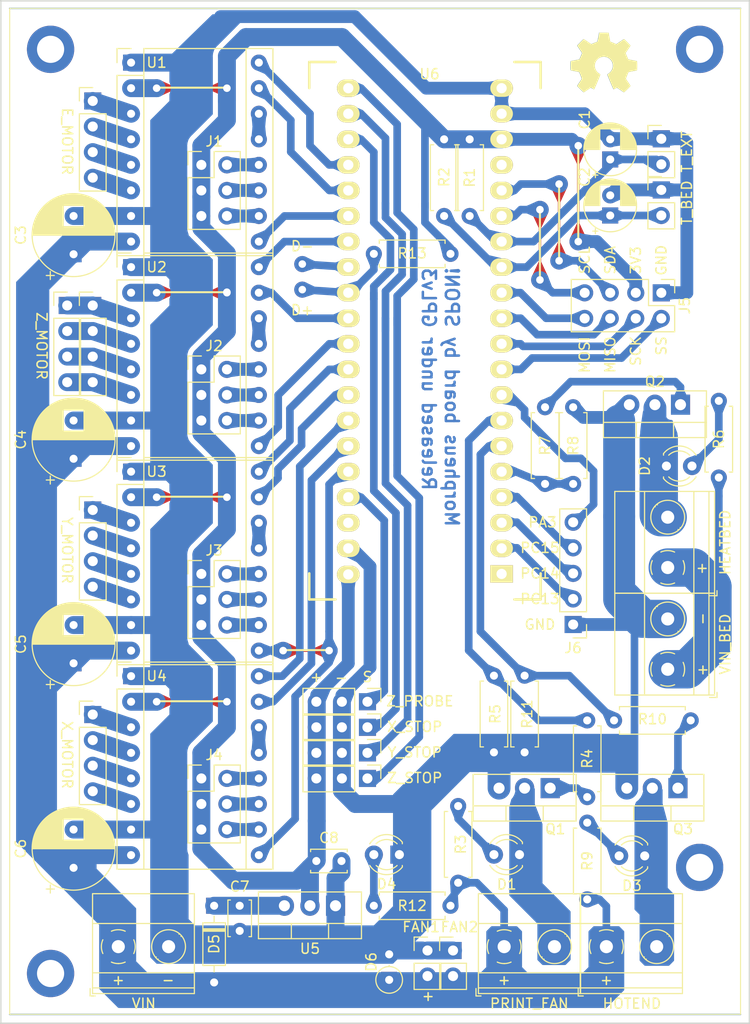
<source format=kicad_pcb>
(kicad_pcb (version 20171130) (host pcbnew "(5.1.5)-3")
  (layers (0 F.Cu signal) (31 B.Cu signal) (34 B.Paste user) (35 F.Paste user) (36 B.SilkS user) (37 F.SilkS user) (38 B.Mask user) (39 F.Mask user) (44 Edge.Cuts user))
  (net 0 "")
  (net 1 GND)
  (net 2 Z_ENABLE)
  (net 3 +3V3)
  (net 4 "Net-(U2-Pad3)")
  (net 5 "Net-(U2-Pad4)")
  (net 6 "Net-(U2-Pad5)")
  (net 7 "Net-(U2-Pad13)")
  (net 8 "Net-(U2-Pad6)")
  (net 9 Z_STEP)
  (net 10 +12V)
  (net 11 Z_DIR)
  (net 12 Y_DIR)
  (net 13 Y_STEP)
  (net 14 "Net-(U3-Pad13)")
  (net 15 "Net-(U3-Pad6)")
  (net 16 "Net-(U3-Pad5)")
  (net 17 "Net-(U3-Pad4)")
  (net 18 "Net-(U3-Pad3)")
  (net 19 "Net-(U4-Pad3)")
  (net 20 "Net-(U4-Pad4)")
  (net 21 "Net-(U4-Pad5)")
  (net 22 "Net-(U4-Pad13)")
  (net 23 "Net-(U4-Pad6)")
  (net 24 X_STEP)
  (net 25 X_DIR)
  (net 26 E_DIR)
  (net 27 E_STEP)
  (net 28 "Net-(U1-Pad13)")
  (net 29 "Net-(E_MOTOR1-Pad4)")
  (net 30 "Net-(E_MOTOR1-Pad3)")
  (net 31 "Net-(E_MOTOR1-Pad2)")
  (net 32 "Net-(E_MOTOR1-Pad1)")
  (net 33 E_ENABLE)
  (net 34 "Net-(C7-Pad1)")
  (net 35 "Net-(U6-Pad1)")
  (net 36 HEATER_BED)
  (net 37 HOTEND)
  (net 38 PRINT_FAN)
  (net 39 SS)
  (net 40 SCK)
  (net 41 MISO)
  (net 42 MOSI)
  (net 43 T_BED)
  (net 44 T_HOTEND)
  (net 45 SCL)
  (net 46 SDA)
  (net 47 "Net-(U6-Pad17)")
  (net 48 Z_STOP)
  (net 49 Y_STOP)
  (net 50 X_STOP)
  (net 51 "Net-(U6-Pad28)")
  (net 52 USB_PULLUP)
  (net 53 XY_ENABLE)
  (net 54 Z_PROBE)
  (net 55 "Net-(U6-Pad38)")
  (net 56 "Net-(J4-Pad6)")
  (net 57 "Net-(J4-Pad4)")
  (net 58 "Net-(J4-Pad2)")
  (net 59 "Net-(J3-Pad2)")
  (net 60 "Net-(J3-Pad4)")
  (net 61 "Net-(J3-Pad6)")
  (net 62 "Net-(J1-Pad2)")
  (net 63 "Net-(J1-Pad4)")
  (net 64 "Net-(J1-Pad6)")
  (net 65 "Net-(J2-Pad6)")
  (net 66 "Net-(J2-Pad4)")
  (net 67 "Net-(J2-Pad2)")
  (net 68 +12P)
  (net 69 "Net-(D4-Pad2)")
  (net 70 "Net-(D3-Pad1)")
  (net 71 "Net-(D1-Pad1)")
  (net 72 "Net-(D2-Pad1)")
  (net 73 "Net-(D1-Pad2)")
  (net 74 "Net-(Q1-Pad1)")
  (net 75 "Net-(D2-Pad2)")
  (net 76 "Net-(Q2-Pad1)")
  (net 77 "Net-(D3-Pad2)")
  (net 78 "Net-(Q3-Pad1)")
  (net 79 PA3)
  (net 80 PC15)
  (net 81 PC14)
  (net 82 PC13)
  (module bluepill:THTPad_D1.6mm_Drill0.75mm (layer F.Cu) (at 57.785 58.42)
    (fp_text reference REF** hide)
    (fp_text value THTPad_D1.6mm_Drill0.75mm)
    (pad 1 thru_hole circle (at 0 0) (size 1.6 1.6) (drill 0.75) (layers *.Cu *.Mask))
  )
  (module bluepill:THTPad_D1.6mm_Drill0.75mm (layer F.Cu) (at 65.278 58.166)
    (fp_text reference REF** hide)
    (fp_text value THTPad_D1.6mm_Drill0.75mm)
    (pad 1 thru_hole circle (at 0 0) (size 1.6 1.6) (drill 0.75) (layers *.Cu *.Mask) (net 52 USB_PULLUP))
  )
  (module bluepill:THTPad_D1.6mm_Drill0.75mm (layer F.Cu) (at 65.278 55.626)
    (fp_text reference REF** hide)
    (fp_text value THTPad_D1.6mm_Drill0.75mm)
    (pad 1 thru_hole circle (at 0 0) (size 1.6 1.6) (drill 0.75) (layers *.Cu *.Mask) (net 51 "Net-(U6-Pad28)"))
  )
  (module BluePill_breakouts:BluePill_STM32F103C (layer F.Cu) (at 85.09 86.36 180)
    (fp_text reference U6 (at 7.1628 49.6062) (layer F.SilkS))
    (fp_text value BluePill_STM32F103C hide)
    (pad 40 thru_hole oval (at 15.24 -0.1016 270) (size 1.7272 2.25) (drill 1.016) (layers *.Cu *.Mask F.SilkS) (net 3 +3V3))
    (pad 39 thru_hole oval (at 15.24 2.4892 270) (size 1.7272 2.25) (drill 1.016) (layers *.Cu *.Mask F.SilkS) (net 1 GND))
    (pad 38 thru_hole oval (at 15.24 5.0292 270) (size 1.7272 2.25) (drill 1.016) (layers *.Cu *.Mask F.SilkS) (net 55 "Net-(U6-Pad38)"))
    (pad 37 thru_hole oval (at 15.24 7.5692 270) (size 1.7272 2.25) (drill 1.016) (layers *.Cu *.Mask F.SilkS) (net 54 Z_PROBE))
    (pad 36 thru_hole oval (at 15.24 10.1092 270) (size 1.7272 2.25) (drill 1.016) (layers *.Cu *.Mask F.SilkS) (net 53 XY_ENABLE))
    (pad 35 thru_hole oval (at 15.24 12.6492 270) (size 1.7272 2.25) (drill 1.016) (layers *.Cu *.Mask F.SilkS) (net 24 X_STEP))
    (pad 34 thru_hole oval (at 15.24 15.1892 270) (size 1.7272 2.25) (drill 1.016) (layers *.Cu *.Mask F.SilkS) (net 25 X_DIR))
    (pad 33 thru_hole oval (at 15.24 17.7292 270) (size 1.7272 2.25) (drill 1.016) (layers *.Cu *.Mask F.SilkS) (net 13 Y_STEP))
    (pad 32 thru_hole oval (at 15.24 20.2692 270) (size 1.7272 2.25) (drill 1.016) (layers *.Cu *.Mask F.SilkS) (net 12 Y_DIR))
    (pad 31 thru_hole oval (at 15.24 22.8092 270) (size 1.7272 2.25) (drill 1.016) (layers *.Cu *.Mask F.SilkS) (net 2 Z_ENABLE))
    (pad 30 thru_hole oval (at 15.24 25.3492 270) (size 1.7272 2.25) (drill 1.016) (layers *.Cu *.Mask F.SilkS) (net 9 Z_STEP))
    (pad 29 thru_hole oval (at 15.24 27.8892 270) (size 1.7272 2.25) (drill 1.016) (layers *.Cu *.Mask F.SilkS) (net 52 USB_PULLUP))
    (pad 28 thru_hole oval (at 15.24 30.4292 270) (size 1.7272 2.25) (drill 1.016) (layers *.Cu *.Mask F.SilkS) (net 51 "Net-(U6-Pad28)"))
    (pad 27 thru_hole oval (at 15.24 32.9692 270) (size 1.7272 2.25) (drill 1.016) (layers *.Cu *.Mask F.SilkS) (net 11 Z_DIR))
    (pad 26 thru_hole oval (at 15.24 35.5092 270) (size 1.7272 2.25) (drill 1.016) (layers *.Cu *.Mask F.SilkS) (net 33 E_ENABLE))
    (pad 25 thru_hole oval (at 15.24 38.0492 270) (size 1.7272 2.25) (drill 1.016) (layers *.Cu *.Mask F.SilkS) (net 27 E_STEP))
    (pad 24 thru_hole oval (at 15.24 40.5892 270) (size 1.7272 2.25) (drill 1.016) (layers *.Cu *.Mask F.SilkS) (net 26 E_DIR))
    (pad 23 thru_hole oval (at 15.24 43.1292 270) (size 1.7272 2.25) (drill 1.016) (layers *.Cu *.Mask F.SilkS) (net 50 X_STOP))
    (pad 22 thru_hole oval (at 15.24 45.6692 270) (size 1.7272 2.25) (drill 1.016) (layers *.Cu *.Mask F.SilkS) (net 49 Y_STOP))
    (pad 21 thru_hole oval (at 15.24 48.2092 270) (size 1.7272 2.25) (drill 1.016) (layers *.Cu *.Mask F.SilkS) (net 48 Z_STOP))
    (pad 20 thru_hole oval (at 0 48.2092 90) (size 1.7272 2.25) (drill 1.016) (layers *.Cu *.Mask F.SilkS) (net 1 GND))
    (pad 19 thru_hole oval (at 0 45.6692 90) (size 1.7272 2.25) (drill 1.016) (layers *.Cu *.Mask F.SilkS) (net 1 GND))
    (pad 18 thru_hole oval (at 0 43.1292 90) (size 1.7272 2.25) (drill 1.016) (layers *.Cu *.Mask F.SilkS) (net 3 +3V3))
    (pad 17 thru_hole oval (at 0 40.5892 90) (size 1.7272 2.25) (drill 1.016) (layers *.Cu *.Mask F.SilkS) (net 47 "Net-(U6-Pad17)"))
    (pad 16 thru_hole oval (at 0 38.0492 90) (size 1.7272 2.25) (drill 1.016) (layers *.Cu *.Mask F.SilkS) (net 46 SDA))
    (pad 15 thru_hole oval (at 0 35.5092 90) (size 1.7272 2.25) (drill 1.016) (layers *.Cu *.Mask F.SilkS) (net 45 SCL))
    (pad 14 thru_hole oval (at 0 32.9692 90) (size 1.7272 2.25) (drill 1.016) (layers *.Cu *.Mask F.SilkS) (net 44 T_HOTEND))
    (pad 13 thru_hole oval (at 0 30.4292 90) (size 1.7272 2.25) (drill 1.016) (layers *.Cu *.Mask F.SilkS) (net 43 T_BED))
    (pad 12 thru_hole oval (at 0 27.8892 90) (size 1.7272 2.25) (drill 1.016) (layers *.Cu *.Mask F.SilkS) (net 42 MOSI))
    (pad 11 thru_hole oval (at 0 25.3492 90) (size 1.7272 2.25) (drill 1.016) (layers *.Cu *.Mask F.SilkS) (net 41 MISO))
    (pad 10 thru_hole oval (at 0 22.8092 90) (size 1.7272 2.25) (drill 1.016) (layers *.Cu *.Mask F.SilkS) (net 40 SCK))
    (pad 9 thru_hole oval (at 0 20.2692 90) (size 1.7272 2.25) (drill 1.016) (layers *.Cu *.Mask F.SilkS) (net 39 SS))
    (pad 8 thru_hole oval (at 0 17.7292 90) (size 1.7272 2.25) (drill 1.016) (layers *.Cu *.Mask F.SilkS) (net 79 PA3))
    (pad 7 thru_hole oval (at 0 15.1892 90) (size 1.7272 2.25) (drill 1.016) (layers *.Cu *.Mask F.SilkS) (net 38 PRINT_FAN))
    (pad 6 thru_hole oval (at 0 12.6492 90) (size 1.7272 2.25) (drill 1.016) (layers *.Cu *.Mask F.SilkS) (net 37 HOTEND))
    (pad 5 thru_hole oval (at 0 10.1092 90) (size 1.7272 2.25) (drill 1.016) (layers *.Cu *.Mask F.SilkS) (net 36 HEATER_BED))
    (pad 4 thru_hole oval (at 0 7.5692 90) (size 1.7272 2.25) (drill 1.016) (layers *.Cu *.Mask F.SilkS) (net 80 PC15))
    (pad 3 thru_hole oval (at 0 5.0292 90) (size 1.7272 2.25) (drill 1.016) (layers *.Cu *.Mask F.SilkS) (net 81 PC14))
    (pad 2 thru_hole oval (at 0 2.4892 90) (size 1.7272 2.25) (drill 1.016) (layers *.Cu *.Mask F.SilkS) (net 82 PC13))
    (pad 1 thru_hole rect (at 0 -0.0508 90) (size 1.7272 2.25) (drill 1.016) (layers *.Cu *.Mask F.SilkS) (net 35 "Net-(U6-Pad1)"))
  )
  (module Connector_PinHeader_2.54mm:PinHeader_2x04_P2.54mm_Vertical (layer F.Cu) (at 100.965 58.4835 270)
    (fp_text reference J5 (at 1.27 -2.33 90) (layer F.SilkS))
    (fp_text value Conn_02x04_Odd_Even)
    (pad 8 thru_hole oval (at 2.54 7.62 270) (size 1.7 1.7) (drill 1) (layers *.Cu *.Mask) (net 42 MOSI))
    (pad 7 thru_hole oval (at 0 7.62 270) (size 1.7 1.7) (drill 1) (layers *.Cu *.Mask) (net 45 SCL))
    (pad 6 thru_hole oval (at 2.54 5.08 270) (size 1.7 1.7) (drill 1) (layers *.Cu *.Mask) (net 41 MISO))
    (pad 5 thru_hole oval (at 0 5.08 270) (size 1.7 1.7) (drill 1) (layers *.Cu *.Mask) (net 46 SDA))
    (pad 4 thru_hole oval (at 2.54 2.54 270) (size 1.7 1.7) (drill 1) (layers *.Cu *.Mask) (net 40 SCK))
    (pad 3 thru_hole oval (at 0 2.54 270) (size 1.7 1.7) (drill 1) (layers *.Cu *.Mask) (net 3 +3V3))
    (pad 2 thru_hole oval (at 2.54 0 270) (size 1.7 1.7) (drill 1) (layers *.Cu *.Mask) (net 39 SS))
    (pad 1 thru_hole rect (at 0 0 270) (size 1.7 1.7) (drill 1) (layers *.Cu *.Mask) (net 1 GND))
  )
  (module Diode_THT:D_DO-35_SOD27_P2.54mm_Vertical_AnodeUp (layer F.Cu) (at 73.914 126.746 90)
    (fp_text reference D6 (at 1.778 -1.778 90) (layer F.SilkS))
    (fp_text value 1N4007)
    (pad 2 thru_hole oval (at 2.54 0 90) (size 1.6 1.6) (drill 0.8) (layers *.Cu *.Mask) (net 1 GND))
    (pad 1 thru_hole rect (at 0 0 90) (size 1.6 1.6) (drill 0.8) (layers *.Cu *.Mask) (net 10 +12V))
  )
  (module Resistor_THT:R_Axial_DIN0207_L6.3mm_D2.5mm_P7.62mm_Horizontal (layer F.Cu) (at 80.01 54.61 180)
    (fp_text reference R13 (at 3.81 0.0508 180) (layer F.SilkS))
    (fp_text value 1K8)
    (pad 2 thru_hole oval (at 7.62 0 180) (size 1.6 1.6) (drill 0.8) (layers *.Cu *.Mask) (net 52 USB_PULLUP))
    (pad 1 thru_hole circle (at 0 0 180) (size 1.6 1.6) (drill 0.8) (layers *.Cu *.Mask) (net 3 +3V3))
  )
  (module Resistor_THT:R_Axial_DIN0207_L6.3mm_D2.5mm_P7.62mm_Horizontal (layer F.Cu) (at 87.376 104.14 90)
    (fp_text reference R11 (at 3.81 0.254 90) (layer F.SilkS))
    (fp_text value 100K)
    (pad 2 thru_hole oval (at 7.62 0 90) (size 1.6 1.6) (drill 0.8) (layers *.Cu *.Mask) (net 37 HOTEND))
    (pad 1 thru_hole circle (at 0 0 90) (size 1.6 1.6) (drill 0.8) (layers *.Cu *.Mask) (net 1 GND))
  )
  (module Resistor_THT:R_Axial_DIN0207_L6.3mm_D2.5mm_P7.62mm_Horizontal (layer F.Cu) (at 103.886 100.965 180)
    (fp_text reference R10 (at 3.81 0.127 180) (layer F.SilkS))
    (fp_text value 10R)
    (pad 2 thru_hole oval (at 7.62 0 180) (size 1.6 1.6) (drill 0.8) (layers *.Cu *.Mask) (net 37 HOTEND))
    (pad 1 thru_hole circle (at 0 0 180) (size 1.6 1.6) (drill 0.8) (layers *.Cu *.Mask) (net 78 "Net-(Q3-Pad1)"))
  )
  (module Resistor_THT:R_Axial_DIN0207_L6.3mm_D2.5mm_P7.62mm_Horizontal (layer F.Cu) (at 93.599 111.125 270)
    (fp_text reference R9 (at 3.81 0 270) (layer F.SilkS))
    (fp_text value 1K)
    (pad 2 thru_hole oval (at 7.62 0 270) (size 1.6 1.6) (drill 0.8) (layers *.Cu *.Mask) (net 10 +12V))
    (pad 1 thru_hole circle (at 0 0 270) (size 1.6 1.6) (drill 0.8) (layers *.Cu *.Mask) (net 77 "Net-(D3-Pad2)"))
  )
  (module Resistor_THT:R_Axial_DIN0207_L6.3mm_D2.5mm_P7.62mm_Horizontal (layer F.Cu) (at 92.202 69.85 270)
    (fp_text reference R8 (at 3.81 0 270) (layer F.SilkS))
    (fp_text value 100K)
    (pad 1 thru_hole circle (at 0 0 270) (size 1.6 1.6) (drill 0.8) (layers *.Cu *.Mask) (net 1 GND))
    (pad 2 thru_hole oval (at 7.62 0 270) (size 1.6 1.6) (drill 0.8) (layers *.Cu *.Mask) (net 36 HEATER_BED))
  )
  (module Resistor_THT:R_Axial_DIN0207_L6.3mm_D2.5mm_P7.62mm_Horizontal (layer F.Cu) (at 89.408 69.85 270)
    (fp_text reference R7 (at 3.81 0 270) (layer F.SilkS))
    (fp_text value 10R)
    (pad 2 thru_hole oval (at 7.62 0 270) (size 1.6 1.6) (drill 0.8) (layers *.Cu *.Mask) (net 36 HEATER_BED))
    (pad 1 thru_hole circle (at 0 0 270) (size 1.6 1.6) (drill 0.8) (layers *.Cu *.Mask) (net 76 "Net-(Q2-Pad1)"))
  )
  (module Resistor_THT:R_Axial_DIN0207_L6.3mm_D2.5mm_P7.62mm_Horizontal (layer F.Cu) (at 106.68 69.215 270)
    (fp_text reference R6 (at 3.81 0 270) (layer F.SilkS))
    (fp_text value 1K)
    (pad 1 thru_hole circle (at 0 0 270) (size 1.6 1.6) (drill 0.8) (layers *.Cu *.Mask) (net 75 "Net-(D2-Pad2)"))
    (pad 2 thru_hole oval (at 7.62 0 270) (size 1.6 1.6) (drill 0.8) (layers *.Cu *.Mask) (net 68 +12P))
  )
  (module Resistor_THT:R_Axial_DIN0207_L6.3mm_D2.5mm_P7.62mm_Horizontal (layer F.Cu) (at 84.328 104.14 90)
    (fp_text reference R5 (at 3.81 0.127 90) (layer F.SilkS))
    (fp_text value 100K)
    (pad 2 thru_hole oval (at 7.62 0 90) (size 1.6 1.6) (drill 0.8) (layers *.Cu *.Mask) (net 38 PRINT_FAN))
    (pad 1 thru_hole circle (at 0 0 90) (size 1.6 1.6) (drill 0.8) (layers *.Cu *.Mask) (net 1 GND))
  )
  (module Resistor_THT:R_Axial_DIN0207_L6.3mm_D2.5mm_P7.62mm_Horizontal (layer F.Cu) (at 93.599 108.585 90)
    (fp_text reference R4 (at 3.81 0 90) (layer F.SilkS))
    (fp_text value 10R)
    (pad 2 thru_hole oval (at 7.62 0 90) (size 1.6 1.6) (drill 0.8) (layers *.Cu *.Mask) (net 38 PRINT_FAN))
    (pad 1 thru_hole circle (at 0 0 90) (size 1.6 1.6) (drill 0.8) (layers *.Cu *.Mask) (net 74 "Net-(Q1-Pad1)"))
  )
  (module Resistor_THT:R_Axial_DIN0207_L6.3mm_D2.5mm_P7.62mm_Horizontal (layer F.Cu) (at 80.772 109.474 270)
    (fp_text reference R3 (at 3.81 -0.254 270) (layer F.SilkS))
    (fp_text value 1K)
    (pad 2 thru_hole oval (at 7.62 0 270) (size 1.6 1.6) (drill 0.8) (layers *.Cu *.Mask) (net 10 +12V))
    (pad 1 thru_hole circle (at 0 0 270) (size 1.6 1.6) (drill 0.8) (layers *.Cu *.Mask) (net 73 "Net-(D1-Pad2)"))
  )
  (module Resistor_THT:R_Axial_DIN0207_L6.3mm_D2.5mm_P7.62mm_Horizontal (layer F.Cu) (at 79.375 43.2308 270)
    (fp_text reference R2 (at 3.7592 0 270) (layer F.SilkS))
    (fp_text value 4K7)
    (pad 2 thru_hole oval (at 7.62 0 270) (size 1.6 1.6) (drill 0.8) (layers *.Cu *.Mask) (net 43 T_BED))
    (pad 1 thru_hole circle (at 0 0 270) (size 1.6 1.6) (drill 0.8) (layers *.Cu *.Mask) (net 3 +3V3))
  )
  (module Resistor_THT:R_Axial_DIN0207_L6.3mm_D2.5mm_P7.62mm_Horizontal (layer F.Cu) (at 81.915 43.2308 270)
    (fp_text reference R1 (at 3.81 0 270) (layer F.SilkS))
    (fp_text value 1K)
    (pad 2 thru_hole oval (at 7.62 0 270) (size 1.6 1.6) (drill 0.8) (layers *.Cu *.Mask) (net 44 T_HOTEND))
    (pad 1 thru_hole circle (at 0 0 270) (size 1.6 1.6) (drill 0.8) (layers *.Cu *.Mask) (net 3 +3V3))
  )
  (module Resistor_THT:R_Axial_DIN0207_L6.3mm_D2.5mm_P7.62mm_Horizontal (layer F.Cu) (at 72.39 119.38)
    (fp_text reference R12 (at 3.81 0) (layer F.SilkS))
    (fp_text value 4K7)
    (pad 2 thru_hole oval (at 7.62 0) (size 1.6 1.6) (drill 0.8) (layers *.Cu *.Mask) (net 10 +12V))
    (pad 1 thru_hole circle (at 0 0) (size 1.6 1.6) (drill 0.8) (layers *.Cu *.Mask) (net 69 "Net-(D4-Pad2)"))
  )
  (module MountingHole:MountingHole_2.7mm_M2.5_DIN965_Pad (layer F.Cu) (at 104.775 34.29)
    (fp_text reference REF** hide)
    (fp_text value MountingHole_2.7mm_M2.5_DIN965_Pad)
    (pad 1 thru_hole circle (at 0 0) (size 4.7 4.7) (drill 2.7) (layers *.Cu *.Mask))
  )
  (module MountingHole:MountingHole_2.7mm_M2.5_DIN965_Pad (layer F.Cu) (at 40.259 34.29)
    (fp_text reference REF** hide)
    (fp_text value MountingHole_2.7mm_M2.5_DIN965_Pad)
    (pad 1 thru_hole circle (at 0 0) (size 4.7 4.7) (drill 2.7) (layers *.Cu *.Mask))
  )
  (module MountingHole:MountingHole_2.7mm_M2.5_DIN965_Pad (layer F.Cu) (at 40.259 126.111)
    (fp_text reference REF** hide)
    (fp_text value MountingHole_2.7mm_M2.5_DIN965_Pad)
    (pad 1 thru_hole circle (at 0 0) (size 4.7 4.7) (drill 2.7) (layers *.Cu *.Mask))
  )
  (module Capacitor_THT:CP_Radial_D5.0mm_P2.00mm (layer F.Cu) (at 95.885 45.2308 90)
    (fp_text reference C1 (at 3.9558 -2.54 90) (layer F.SilkS))
    (fp_text value 10uF10v)
    (pad 1 thru_hole rect (at 0 0 90) (size 1.6 1.6) (drill 0.8) (layers *.Cu *.Mask) (net 44 T_HOTEND))
    (pad 2 thru_hole circle (at 2 0 90) (size 1.6 1.6) (drill 0.8) (layers *.Cu *.Mask) (net 1 GND))
  )
  (module Diode_THT:D_DO-35_SOD27_P7.62mm_Horizontal (layer F.Cu) (at 56.515 119.38 270)
    (fp_text reference D5 (at 3.81 0 270) (layer F.SilkS))
    (fp_text value 1N4007)
    (pad 1 thru_hole rect (at 0 0 270) (size 1.6 1.6) (drill 0.8) (layers *.Cu *.Mask) (net 34 "Net-(C7-Pad1)"))
    (pad 2 thru_hole oval (at 7.62 0 270) (size 1.6 1.6) (drill 0.8) (layers *.Cu *.Mask) (net 10 +12V))
  )
  (module LED_THT:LED_D3.0mm (layer F.Cu) (at 99.314 114.427 180)
    (fp_text reference D3 (at 1.27 -2.96 180) (layer F.SilkS))
    (fp_text value LED_Small)
    (pad 1 thru_hole rect (at 0 0 180) (size 1.8 1.8) (drill 0.9) (layers *.Cu *.Mask) (net 70 "Net-(D3-Pad1)"))
    (pad 2 thru_hole circle (at 2.54 0 180) (size 1.8 1.8) (drill 0.9) (layers *.Cu *.Mask) (net 77 "Net-(D3-Pad2)"))
  )
  (module LED_THT:LED_D3.0mm (layer F.Cu) (at 86.868 114.3 180)
    (fp_text reference D1 (at 1.27 -2.96 180) (layer F.SilkS))
    (fp_text value LED_Small)
    (pad 2 thru_hole circle (at 2.54 0 180) (size 1.8 1.8) (drill 0.9) (layers *.Cu *.Mask) (net 73 "Net-(D1-Pad2)"))
    (pad 1 thru_hole rect (at 0 0 180) (size 1.8 1.8) (drill 0.9) (layers *.Cu *.Mask) (net 71 "Net-(D1-Pad1)"))
  )
  (module LED_THT:LED_D3.0mm (layer F.Cu) (at 101.473 75.692)
    (fp_text reference D2 (at -2.159 0 90) (layer F.SilkS))
    (fp_text value LED_Small)
    (pad 2 thru_hole circle (at 2.54 0) (size 1.8 1.8) (drill 0.9) (layers *.Cu *.Mask) (net 75 "Net-(D2-Pad2)"))
    (pad 1 thru_hole rect (at 0 0) (size 1.8 1.8) (drill 0.9) (layers *.Cu *.Mask) (net 72 "Net-(D2-Pad1)"))
  )
  (module Package_TO_SOT_THT:TO-220-3_Vertical (layer F.Cu) (at 102.616 107.696 180)
    (fp_text reference Q3 (at -0.508 -4.064 180) (layer F.SilkS))
    (fp_text value IRLZ44N)
    (pad 1 thru_hole rect (at 0 0 180) (size 1.905 2) (drill 1.1) (layers *.Cu *.Mask) (net 78 "Net-(Q3-Pad1)"))
    (pad 2 thru_hole oval (at 2.54 0 180) (size 1.905 2) (drill 1.1) (layers *.Cu *.Mask) (net 70 "Net-(D3-Pad1)"))
    (pad 3 thru_hole oval (at 5.08 0 180) (size 1.905 2) (drill 1.1) (layers *.Cu *.Mask) (net 1 GND))
  )
  (module Package_TO_SOT_THT:TO-220-3_Vertical (layer F.Cu) (at 102.87 69.596 180)
    (fp_text reference Q2 (at 2.54 2.286 180) (layer F.SilkS))
    (fp_text value IRLB3034PBF)
    (pad 1 thru_hole rect (at 0 0 180) (size 1.905 2) (drill 1.1) (layers *.Cu *.Mask) (net 76 "Net-(Q2-Pad1)"))
    (pad 2 thru_hole oval (at 2.54 0 180) (size 1.905 2) (drill 1.1) (layers *.Cu *.Mask) (net 72 "Net-(D2-Pad1)"))
    (pad 3 thru_hole oval (at 5.08 0 180) (size 1.905 2) (drill 1.1) (layers *.Cu *.Mask) (net 1 GND))
  )
  (module Package_TO_SOT_THT:TO-220-3_Vertical (layer F.Cu) (at 89.916 107.696 180)
    (fp_text reference Q1 (at -0.508 -4.064 180) (layer F.SilkS))
    (fp_text value IRLZ44N)
    (pad 1 thru_hole rect (at 0 0 180) (size 1.905 2) (drill 1.1) (layers *.Cu *.Mask) (net 74 "Net-(Q1-Pad1)"))
    (pad 2 thru_hole oval (at 2.54 0 180) (size 1.905 2) (drill 1.1) (layers *.Cu *.Mask) (net 71 "Net-(D1-Pad1)"))
    (pad 3 thru_hole oval (at 5.08 0 180) (size 1.905 2) (drill 1.1) (layers *.Cu *.Mask) (net 1 GND))
  )
  (module TerminalBlock_Phoenix:TerminalBlock_Phoenix_MKDS-1,5-2_1x02_P5.00mm_Horizontal (layer F.Cu) (at 95.504 123.444)
    (fp_text reference HOTEND1 hide)
    (fp_text value HOTEND (at 2.54 5.66) (layer F.SilkS))
    (pad 2 thru_hole circle (at 5 0) (size 2.6 2.6) (drill 1.3) (layers *.Cu *.Mask) (net 70 "Net-(D3-Pad1)"))
    (pad 1 thru_hole rect (at 0 0) (size 2.6 2.6) (drill 1.3) (layers *.Cu *.Mask) (net 10 +12V))
  )
  (module TerminalBlock_Phoenix:TerminalBlock_Phoenix_MKDS-1,5-2_1x02_P5.00mm_Horizontal (layer F.Cu) (at 85.344 123.444)
    (fp_text reference PRINT_FAN1 hide)
    (fp_text value PRINT_FAN (at 2.5 5.66) (layer F.SilkS))
    (pad 1 thru_hole rect (at 0 0) (size 2.6 2.6) (drill 1.3) (layers *.Cu *.Mask) (net 10 +12V))
    (pad 2 thru_hole circle (at 5 0) (size 2.6 2.6) (drill 1.3) (layers *.Cu *.Mask) (net 71 "Net-(D1-Pad1)"))
  )
  (module Connector_PinHeader_2.54mm:PinHeader_1x03_P2.54mm_Vertical (layer F.Cu) (at 71.755 106.7308 270)
    (fp_text reference Z_STOP1 hide)
    (fp_text value Z_STOP (at -0.0508 -4.699) (layer F.SilkS))
    (pad 3 thru_hole oval (at 0 5.08 270) (size 1.7 1.7) (drill 1) (layers *.Cu *.Mask) (net 3 +3V3))
    (pad 2 thru_hole oval (at 0 2.54 270) (size 1.7 1.7) (drill 1) (layers *.Cu *.Mask) (net 1 GND))
    (pad 1 thru_hole rect (at 0 0 270) (size 1.7 1.7) (drill 1) (layers *.Cu *.Mask) (net 48 Z_STOP))
  )
  (module Connector_PinHeader_2.54mm:PinHeader_1x03_P2.54mm_Vertical (layer F.Cu) (at 71.755 99.1108 270)
    (fp_text reference Z_PROBE1 hide)
    (fp_text value Z_PROBE (at -0.0508 -5.207) (layer F.SilkS))
    (pad 1 thru_hole rect (at 0 0 270) (size 1.7 1.7) (drill 1) (layers *.Cu *.Mask) (net 54 Z_PROBE))
    (pad 2 thru_hole oval (at 0 2.54 270) (size 1.7 1.7) (drill 1) (layers *.Cu *.Mask) (net 1 GND))
    (pad 3 thru_hole oval (at 0 5.08 270) (size 1.7 1.7) (drill 1) (layers *.Cu *.Mask) (net 3 +3V3))
  )
  (module Connector_PinHeader_2.54mm:PinHeader_1x03_P2.54mm_Vertical (layer F.Cu) (at 71.755 104.1908 270)
    (fp_text reference Y_STOP1 hide)
    (fp_text value Y_STOP (at -0.0508 -4.699) (layer F.SilkS))
    (pad 3 thru_hole oval (at 0 5.08 270) (size 1.7 1.7) (drill 1) (layers *.Cu *.Mask) (net 3 +3V3))
    (pad 2 thru_hole oval (at 0 2.54 270) (size 1.7 1.7) (drill 1) (layers *.Cu *.Mask) (net 1 GND))
    (pad 1 thru_hole rect (at 0 0 270) (size 1.7 1.7) (drill 1) (layers *.Cu *.Mask) (net 49 Y_STOP))
  )
  (module Connector_PinHeader_2.54mm:PinHeader_1x03_P2.54mm_Vertical (layer F.Cu) (at 71.755 101.6508 270)
    (fp_text reference X_STOP1 hide)
    (fp_text value X_STOP (at -0.0508 -4.699) (layer F.SilkS))
    (pad 1 thru_hole rect (at 0 0 270) (size 1.7 1.7) (drill 1) (layers *.Cu *.Mask) (net 50 X_STOP))
    (pad 2 thru_hole oval (at 0 2.54 270) (size 1.7 1.7) (drill 1) (layers *.Cu *.Mask) (net 1 GND))
    (pad 3 thru_hole oval (at 0 5.08 270) (size 1.7 1.7) (drill 1) (layers *.Cu *.Mask) (net 3 +3V3))
  )
  (module TerminalBlock_Phoenix:TerminalBlock_Phoenix_MKDS-1,5-2_1x02_P5.00mm_Horizontal (layer F.Cu) (at 101.6 85.7758 90)
    (fp_text reference HEATBED1 hide)
    (fp_text value HEATBED (at 2.5 5.715 90) (layer F.SilkS))
    (pad 2 thru_hole circle (at 5 0 90) (size 2.6 2.6) (drill 1.3) (layers *.Cu *.Mask) (net 72 "Net-(D2-Pad1)"))
    (pad 1 thru_hole rect (at 0 0 90) (size 2.6 2.6) (drill 1.3) (layers *.Cu *.Mask) (net 68 +12P))
  )
  (module Capacitor_THT:CP_Radial_D5.0mm_P2.00mm (layer F.Cu) (at 95.885 50.8 90)
    (fp_text reference C2 (at 3.81 -2.54 90) (layer F.SilkS))
    (fp_text value 10uF10v)
    (pad 1 thru_hole rect (at 0 0 90) (size 1.6 1.6) (drill 0.8) (layers *.Cu *.Mask) (net 43 T_BED))
    (pad 2 thru_hole circle (at 2 0 90) (size 1.6 1.6) (drill 0.8) (layers *.Cu *.Mask) (net 1 GND))
  )
  (module Connector_PinHeader_2.54mm:PinHeader_1x02_P2.54mm_Vertical (layer F.Cu) (at 100.965 48.26)
    (fp_text reference T_BED1 hide)
    (fp_text value T_BED (at 2.54 1.27 90) (layer F.SilkS))
    (pad 1 thru_hole rect (at 0 0) (size 1.7 1.7) (drill 1) (layers *.Cu *.Mask) (net 1 GND))
    (pad 2 thru_hole oval (at 0 2.54) (size 1.7 1.7) (drill 1) (layers *.Cu *.Mask) (net 43 T_BED))
  )
  (module Capacitor_THT:C_Disc_D3.4mm_W2.1mm_P2.50mm (layer F.Cu) (at 59.055 119.38 270)
    (fp_text reference C7 (at -1.905 0) (layer F.SilkS))
    (fp_text value 0.1uF)
    (pad 2 thru_hole circle (at 2.5 0 270) (size 1.6 1.6) (drill 0.8) (layers *.Cu *.Mask) (net 1 GND))
    (pad 1 thru_hole circle (at 0 0 270) (size 1.6 1.6) (drill 0.8) (layers *.Cu *.Mask) (net 34 "Net-(C7-Pad1)"))
  )
  (module Capacitor_THT:C_Disc_D3.4mm_W2.1mm_P2.50mm (layer F.Cu) (at 66.675 114.935)
    (fp_text reference C8 (at 1.25 -2.3) (layer F.SilkS))
    (fp_text value 0.1uF)
    (pad 1 thru_hole circle (at 0 0) (size 1.6 1.6) (drill 0.8) (layers *.Cu *.Mask) (net 3 +3V3))
    (pad 2 thru_hole circle (at 2.5 0) (size 1.6 1.6) (drill 0.8) (layers *.Cu *.Mask) (net 1 GND))
  )
  (module Capacitor_THT:CP_Radial_D8.0mm_P3.80mm (layer F.Cu) (at 42.545 54.6508 90)
    (fp_text reference C3 (at 1.9 -5.25 90) (layer F.SilkS))
    (fp_text value 470uF16v)
    (pad 2 thru_hole circle (at 3.8 0 90) (size 1.6 1.6) (drill 0.8) (layers *.Cu *.Mask) (net 1 GND))
    (pad 1 thru_hole rect (at 0 0 90) (size 1.6 1.6) (drill 0.8) (layers *.Cu *.Mask) (net 10 +12V))
  )
  (module Capacitor_THT:CP_Radial_D8.0mm_P3.80mm (layer F.Cu) (at 42.545 74.9708 90)
    (fp_text reference C4 (at 1.9 -5.25 90) (layer F.SilkS))
    (fp_text value 470uF16v)
    (pad 1 thru_hole rect (at 0 0 90) (size 1.6 1.6) (drill 0.8) (layers *.Cu *.Mask) (net 10 +12V))
    (pad 2 thru_hole circle (at 3.8 0 90) (size 1.6 1.6) (drill 0.8) (layers *.Cu *.Mask) (net 1 GND))
  )
  (module Capacitor_THT:CP_Radial_D8.0mm_P3.80mm (layer F.Cu) (at 42.545 95.2908 90)
    (fp_text reference C5 (at 1.9 -5.25 90) (layer F.SilkS))
    (fp_text value 470uF16v)
    (pad 2 thru_hole circle (at 3.8 0 90) (size 1.6 1.6) (drill 0.8) (layers *.Cu *.Mask) (net 1 GND))
    (pad 1 thru_hole rect (at 0 0 90) (size 1.6 1.6) (drill 0.8) (layers *.Cu *.Mask) (net 10 +12V))
  )
  (module Capacitor_THT:CP_Radial_D8.0mm_P3.80mm (layer F.Cu) (at 42.545 115.6108 90)
    (fp_text reference C6 (at 1.9 -5.25 90) (layer F.SilkS))
    (fp_text value 470uF16v)
    (pad 1 thru_hole rect (at 0 0 90) (size 1.6 1.6) (drill 0.8) (layers *.Cu *.Mask) (net 10 +12V))
    (pad 2 thru_hole circle (at 3.8 0 90) (size 1.6 1.6) (drill 0.8) (layers *.Cu *.Mask) (net 1 GND))
  )
  (module Connector_PinHeader_2.54mm:PinHeader_1x02_P2.54mm_Vertical (layer F.Cu) (at 100.965 43.18)
    (fp_text reference T_EXT1 hide)
    (fp_text value T_EXT (at 2.54 1.27 90) (layer F.SilkS))
    (pad 1 thru_hole rect (at 0 0) (size 1.7 1.7) (drill 1) (layers *.Cu *.Mask) (net 1 GND))
    (pad 2 thru_hole oval (at 0 2.54) (size 1.7 1.7) (drill 1) (layers *.Cu *.Mask) (net 44 T_HOTEND))
  )
  (module Connector_PinHeader_2.54mm:PinHeader_1x02_P2.54mm_Vertical (layer F.Cu) (at 77.724 123.825)
    (fp_text reference FAN1 (at -0.635 -2.33) (layer F.SilkS))
    (fp_text value Conn_01x02)
    (pad 2 thru_hole oval (at 0 2.54) (size 1.7 1.7) (drill 1) (layers *.Cu *.Mask) (net 10 +12V))
    (pad 1 thru_hole rect (at 0 0) (size 1.7 1.7) (drill 1) (layers *.Cu *.Mask) (net 1 GND))
  )
  (module Connector_PinHeader_2.54mm:PinHeader_1x02_P2.54mm_Vertical (layer F.Cu) (at 80.264 123.825)
    (fp_text reference FAN2 (at 0.635 -2.33) (layer F.SilkS))
    (fp_text value Conn_01x02)
    (pad 1 thru_hole rect (at 0 0) (size 1.7 1.7) (drill 1) (layers *.Cu *.Mask) (net 1 GND))
    (pad 2 thru_hole oval (at 0 2.54) (size 1.7 1.7) (drill 1) (layers *.Cu *.Mask) (net 10 +12V))
  )
  (module LED_THT:LED_D3.0mm_Clear (layer F.Cu) (at 74.93 114.3 180)
    (fp_text reference D4 (at 1.27 -2.921 180) (layer F.SilkS))
    (fp_text value LED_Small)
    (pad 1 thru_hole rect (at 0 0 180) (size 1.8 1.8) (drill 0.9) (layers *.Cu *.Mask) (net 1 GND))
    (pad 2 thru_hole circle (at 2.54 0 180) (size 1.8 1.8) (drill 0.9) (layers *.Cu *.Mask) (net 69 "Net-(D4-Pad2)"))
  )
  (module TerminalBlock_Phoenix:TerminalBlock_Phoenix_MKDS-1,5-2_1x02_P5.00mm_Horizontal (layer F.Cu) (at 101.6 95.885 90)
    (fp_text reference VIN_BED1 hide)
    (fp_text value VIN_BED (at 2.5 5.715 90) (layer F.SilkS))
    (pad 2 thru_hole circle (at 5 0 90) (size 2.6 2.6) (drill 1.3) (layers *.Cu *.Mask) (net 1 GND))
    (pad 1 thru_hole rect (at 0 0 90) (size 2.6 2.6) (drill 1.3) (layers *.Cu *.Mask) (net 68 +12P))
  )
  (module TerminalBlock_Phoenix:TerminalBlock_Phoenix_MKDS-1,5-2_1x02_P5.00mm_Horizontal (layer F.Cu) (at 46.99 123.444)
    (fp_text reference VIN1 hide)
    (fp_text value VIN (at 2.54 5.66) (layer F.SilkS))
    (pad 1 thru_hole rect (at 0 0) (size 2.6 2.6) (drill 1.3) (layers *.Cu *.Mask) (net 10 +12V))
    (pad 2 thru_hole circle (at 5 0) (size 2.6 2.6) (drill 1.3) (layers *.Cu *.Mask) (net 1 GND))
  )
  (module Connector_PinHeader_2.54mm:PinHeader_2x03_P2.54mm_Vertical (layer F.Cu) (at 55.245 106.7308)
    (fp_text reference J4 (at 1.27 -2.33) (layer F.SilkS))
    (fp_text value Conn_02x03_Odd_Even)
    (pad 6 thru_hole oval (at 2.54 5.08) (size 1.7 1.7) (drill 1) (layers *.Cu *.Mask) (net 56 "Net-(J4-Pad6)"))
    (pad 5 thru_hole oval (at 0 5.08) (size 1.7 1.7) (drill 1) (layers *.Cu *.Mask) (net 3 +3V3))
    (pad 4 thru_hole oval (at 2.54 2.54) (size 1.7 1.7) (drill 1) (layers *.Cu *.Mask) (net 57 "Net-(J4-Pad4)"))
    (pad 3 thru_hole oval (at 0 2.54) (size 1.7 1.7) (drill 1) (layers *.Cu *.Mask) (net 3 +3V3))
    (pad 2 thru_hole oval (at 2.54 0) (size 1.7 1.7) (drill 1) (layers *.Cu *.Mask) (net 58 "Net-(J4-Pad2)"))
    (pad 1 thru_hole rect (at 0 0) (size 1.7 1.7) (drill 1) (layers *.Cu *.Mask) (net 3 +3V3))
  )
  (module Connector_PinHeader_2.54mm:PinHeader_2x03_P2.54mm_Vertical (layer F.Cu) (at 55.245 86.4108)
    (fp_text reference J3 (at 1.27 -2.33) (layer F.SilkS))
    (fp_text value Conn_02x03_Odd_Even)
    (pad 1 thru_hole rect (at 0 0) (size 1.7 1.7) (drill 1) (layers *.Cu *.Mask) (net 3 +3V3))
    (pad 2 thru_hole oval (at 2.54 0) (size 1.7 1.7) (drill 1) (layers *.Cu *.Mask) (net 59 "Net-(J3-Pad2)"))
    (pad 3 thru_hole oval (at 0 2.54) (size 1.7 1.7) (drill 1) (layers *.Cu *.Mask) (net 3 +3V3))
    (pad 4 thru_hole oval (at 2.54 2.54) (size 1.7 1.7) (drill 1) (layers *.Cu *.Mask) (net 60 "Net-(J3-Pad4)"))
    (pad 5 thru_hole oval (at 0 5.08) (size 1.7 1.7) (drill 1) (layers *.Cu *.Mask) (net 3 +3V3))
    (pad 6 thru_hole oval (at 2.54 5.08) (size 1.7 1.7) (drill 1) (layers *.Cu *.Mask) (net 61 "Net-(J3-Pad6)"))
  )
  (module Connector_PinHeader_2.54mm:PinHeader_2x03_P2.54mm_Vertical (layer F.Cu) (at 55.245 66.0908)
    (fp_text reference J2 (at 1.27 -2.33) (layer F.SilkS))
    (fp_text value Conn_02x03_Odd_Even)
    (pad 6 thru_hole oval (at 2.54 5.08) (size 1.7 1.7) (drill 1) (layers *.Cu *.Mask) (net 65 "Net-(J2-Pad6)"))
    (pad 5 thru_hole oval (at 0 5.08) (size 1.7 1.7) (drill 1) (layers *.Cu *.Mask) (net 3 +3V3))
    (pad 4 thru_hole oval (at 2.54 2.54) (size 1.7 1.7) (drill 1) (layers *.Cu *.Mask) (net 66 "Net-(J2-Pad4)"))
    (pad 3 thru_hole oval (at 0 2.54) (size 1.7 1.7) (drill 1) (layers *.Cu *.Mask) (net 3 +3V3))
    (pad 2 thru_hole oval (at 2.54 0) (size 1.7 1.7) (drill 1) (layers *.Cu *.Mask) (net 67 "Net-(J2-Pad2)"))
    (pad 1 thru_hole rect (at 0 0) (size 1.7 1.7) (drill 1) (layers *.Cu *.Mask) (net 3 +3V3))
  )
  (module Connector_PinHeader_2.54mm:PinHeader_2x03_P2.54mm_Vertical (layer F.Cu) (at 55.245 45.7708)
    (fp_text reference J1 (at 1.27 -2.33) (layer F.SilkS))
    (fp_text value Conn_02x03_Odd_Even)
    (pad 1 thru_hole rect (at 0 0) (size 1.7 1.7) (drill 1) (layers *.Cu *.Mask) (net 3 +3V3))
    (pad 2 thru_hole oval (at 2.54 0) (size 1.7 1.7) (drill 1) (layers *.Cu *.Mask) (net 62 "Net-(J1-Pad2)"))
    (pad 3 thru_hole oval (at 0 2.54) (size 1.7 1.7) (drill 1) (layers *.Cu *.Mask) (net 3 +3V3))
    (pad 4 thru_hole oval (at 2.54 2.54) (size 1.7 1.7) (drill 1) (layers *.Cu *.Mask) (net 63 "Net-(J1-Pad4)"))
    (pad 5 thru_hole oval (at 0 5.08) (size 1.7 1.7) (drill 1) (layers *.Cu *.Mask) (net 3 +3V3))
    (pad 6 thru_hole oval (at 2.54 5.08) (size 1.7 1.7) (drill 1) (layers *.Cu *.Mask) (net 64 "Net-(J1-Pad6)"))
  )
  (module Package_TO_SOT_THT:TO-220-3_Vertical (layer F.Cu) (at 68.58 119.38 180)
    (fp_text reference U5 (at 2.54 -4.27 180) (layer F.SilkS))
    (fp_text value LM1117-3.3)
    (pad 1 thru_hole rect (at 0 0 180) (size 1.905 2) (drill 1.1) (layers *.Cu *.Mask) (net 1 GND))
    (pad 2 thru_hole oval (at 2.54 0 180) (size 1.905 2) (drill 1.1) (layers *.Cu *.Mask) (net 3 +3V3))
    (pad 3 thru_hole oval (at 5.08 0 180) (size 1.905 2) (drill 1.1) (layers *.Cu *.Mask) (net 34 "Net-(C7-Pad1)"))
  )
  (module Connector_PinHeader_2.54mm:PinHeader_1x04_P2.54mm_Vertical (layer F.Cu) (at 44.45 39.4208)
    (fp_text reference E_MOTOR1 hide)
    (fp_text value E_MOTOR (at -2.54 4.0132 270 unlocked) (layer F.SilkS))
    (pad 1 thru_hole rect (at 0 0) (size 1.7 1.7) (drill 1) (layers *.Cu *.Mask) (net 32 "Net-(E_MOTOR1-Pad1)"))
    (pad 2 thru_hole oval (at 0 2.54) (size 1.7 1.7) (drill 1) (layers *.Cu *.Mask) (net 31 "Net-(E_MOTOR1-Pad2)"))
    (pad 3 thru_hole oval (at 0 5.08) (size 1.7 1.7) (drill 1) (layers *.Cu *.Mask) (net 30 "Net-(E_MOTOR1-Pad3)"))
    (pad 4 thru_hole oval (at 0 7.62) (size 1.7 1.7) (drill 1) (layers *.Cu *.Mask) (net 29 "Net-(E_MOTOR1-Pad4)"))
  )
  (module Connector_PinHeader_2.54mm:PinHeader_1x04_P2.54mm_Vertical (layer F.Cu) (at 44.45 100.3808)
    (fp_text reference X_MOTOR1 hide)
    (fp_text value X_MOTOR (at -2.54 4.0132 270 unlocked) (layer F.SilkS))
    (pad 4 thru_hole oval (at 0 7.62) (size 1.7 1.7) (drill 1) (layers *.Cu *.Mask) (net 23 "Net-(U4-Pad6)"))
    (pad 3 thru_hole oval (at 0 5.08) (size 1.7 1.7) (drill 1) (layers *.Cu *.Mask) (net 21 "Net-(U4-Pad5)"))
    (pad 2 thru_hole oval (at 0 2.54) (size 1.7 1.7) (drill 1) (layers *.Cu *.Mask) (net 20 "Net-(U4-Pad4)"))
    (pad 1 thru_hole rect (at 0 0) (size 1.7 1.7) (drill 1) (layers *.Cu *.Mask) (net 19 "Net-(U4-Pad3)"))
  )
  (module Connector_PinHeader_2.54mm:PinHeader_1x04_P2.54mm_Vertical (layer F.Cu) (at 44.45 80.0608)
    (fp_text reference Y_MOTOR1 hide)
    (fp_text value Y_MOTOR (at -2.54 4.0132 270 unlocked) (layer F.SilkS))
    (pad 1 thru_hole rect (at 0 0) (size 1.7 1.7) (drill 1) (layers *.Cu *.Mask) (net 18 "Net-(U3-Pad3)"))
    (pad 2 thru_hole oval (at 0 2.54) (size 1.7 1.7) (drill 1) (layers *.Cu *.Mask) (net 17 "Net-(U3-Pad4)"))
    (pad 3 thru_hole oval (at 0 5.08) (size 1.7 1.7) (drill 1) (layers *.Cu *.Mask) (net 16 "Net-(U3-Pad5)"))
    (pad 4 thru_hole oval (at 0 7.62) (size 1.7 1.7) (drill 1) (layers *.Cu *.Mask) (net 15 "Net-(U3-Pad6)"))
  )
  (module Connector_PinHeader_2.54mm:PinHeader_1x04_P2.54mm_Vertical (layer F.Cu) (at 41.91 59.7408)
    (fp_text reference Z_MOTOR1 hide)
    (fp_text value Z_MOTOR (at -2.54 4.0132 270 unlocked) (layer F.SilkS))
    (pad 4 thru_hole oval (at 0 7.62) (size 1.7 1.7) (drill 1) (layers *.Cu *.Mask) (net 8 "Net-(U2-Pad6)"))
    (pad 3 thru_hole oval (at 0 5.08) (size 1.7 1.7) (drill 1) (layers *.Cu *.Mask) (net 6 "Net-(U2-Pad5)"))
    (pad 2 thru_hole oval (at 0 2.54) (size 1.7 1.7) (drill 1) (layers *.Cu *.Mask) (net 5 "Net-(U2-Pad4)"))
    (pad 1 thru_hole rect (at 0 0) (size 1.7 1.7) (drill 1) (layers *.Cu *.Mask) (net 4 "Net-(U2-Pad3)"))
  )
  (module Connector_PinHeader_2.54mm:PinHeader_1x04_P2.54mm_Vertical (layer F.Cu) (at 44.45 59.7408)
    (fp_text reference Z_MOTOR2 hide)
    (fp_text value Conn_01x04)
    (pad 1 thru_hole rect (at 0 0) (size 1.7 1.7) (drill 1) (layers *.Cu *.Mask) (net 4 "Net-(U2-Pad3)"))
    (pad 2 thru_hole oval (at 0 2.54) (size 1.7 1.7) (drill 1) (layers *.Cu *.Mask) (net 5 "Net-(U2-Pad4)"))
    (pad 3 thru_hole oval (at 0 5.08) (size 1.7 1.7) (drill 1) (layers *.Cu *.Mask) (net 6 "Net-(U2-Pad5)"))
    (pad 4 thru_hole oval (at 0 7.62) (size 1.7 1.7) (drill 1) (layers *.Cu *.Mask) (net 8 "Net-(U2-Pad6)"))
  )
  (module Module:Pololu_Breakout-16_15.2x20.3mm (layer F.Cu) (at 48.26 35.6108)
    (fp_text reference U1 (at 2.54 0) (layer F.SilkS))
    (fp_text value "Pololu Driver")
    (pad 16 thru_hole oval (at 12.7 0) (size 1.6 1.6) (drill 0.8) (layers *.Cu *.Mask) (net 26 E_DIR))
    (pad 8 thru_hole oval (at 0 17.78) (size 1.6 1.6) (drill 0.8) (layers *.Cu *.Mask) (net 10 +12V))
    (pad 15 thru_hole oval (at 12.7 2.54) (size 1.6 1.6) (drill 0.8) (layers *.Cu *.Mask) (net 27 E_STEP))
    (pad 7 thru_hole oval (at 0 15.24) (size 1.6 1.6) (drill 0.8) (layers *.Cu *.Mask) (net 1 GND))
    (pad 14 thru_hole oval (at 12.7 5.08) (size 1.6 1.6) (drill 0.8) (layers *.Cu *.Mask) (net 28 "Net-(U1-Pad13)"))
    (pad 6 thru_hole oval (at 0 12.7) (size 1.6 1.6) (drill 0.8) (layers *.Cu *.Mask) (net 29 "Net-(E_MOTOR1-Pad4)"))
    (pad 13 thru_hole oval (at 12.7 7.62) (size 1.6 1.6) (drill 0.8) (layers *.Cu *.Mask) (net 28 "Net-(U1-Pad13)"))
    (pad 5 thru_hole oval (at 0 10.16) (size 1.6 1.6) (drill 0.8) (layers *.Cu *.Mask) (net 30 "Net-(E_MOTOR1-Pad3)"))
    (pad 12 thru_hole oval (at 12.7 10.16) (size 1.6 1.6) (drill 0.8) (layers *.Cu *.Mask) (net 62 "Net-(J1-Pad2)"))
    (pad 4 thru_hole oval (at 0 7.62) (size 1.6 1.6) (drill 0.8) (layers *.Cu *.Mask) (net 31 "Net-(E_MOTOR1-Pad2)"))
    (pad 11 thru_hole oval (at 12.7 12.7) (size 1.6 1.6) (drill 0.8) (layers *.Cu *.Mask) (net 63 "Net-(J1-Pad4)"))
    (pad 3 thru_hole oval (at 0 5.08) (size 1.6 1.6) (drill 0.8) (layers *.Cu *.Mask) (net 32 "Net-(E_MOTOR1-Pad1)"))
    (pad 10 thru_hole oval (at 12.7 15.24) (size 1.6 1.6) (drill 0.8) (layers *.Cu *.Mask) (net 64 "Net-(J1-Pad6)"))
    (pad 2 thru_hole oval (at 0 2.54) (size 1.6 1.6) (drill 0.8) (layers *.Cu *.Mask) (net 3 +3V3))
    (pad 9 thru_hole oval (at 12.7 17.78) (size 1.6 1.6) (drill 0.8) (layers *.Cu *.Mask) (net 33 E_ENABLE))
    (pad 1 thru_hole rect (at 0 0) (size 1.6 1.6) (drill 0.8) (layers *.Cu *.Mask) (net 1 GND))
  )
  (module Module:Pololu_Breakout-16_15.2x20.3mm (layer F.Cu) (at 48.26 96.5708)
    (fp_text reference U4 (at 2.54 0) (layer F.SilkS))
    (fp_text value "Pololu Driver")
    (pad 1 thru_hole rect (at 0 0) (size 1.6 1.6) (drill 0.8) (layers *.Cu *.Mask) (net 1 GND))
    (pad 9 thru_hole oval (at 12.7 17.78) (size 1.6 1.6) (drill 0.8) (layers *.Cu *.Mask) (net 53 XY_ENABLE))
    (pad 2 thru_hole oval (at 0 2.54) (size 1.6 1.6) (drill 0.8) (layers *.Cu *.Mask) (net 3 +3V3))
    (pad 10 thru_hole oval (at 12.7 15.24) (size 1.6 1.6) (drill 0.8) (layers *.Cu *.Mask) (net 56 "Net-(J4-Pad6)"))
    (pad 3 thru_hole oval (at 0 5.08) (size 1.6 1.6) (drill 0.8) (layers *.Cu *.Mask) (net 19 "Net-(U4-Pad3)"))
    (pad 11 thru_hole oval (at 12.7 12.7) (size 1.6 1.6) (drill 0.8) (layers *.Cu *.Mask) (net 57 "Net-(J4-Pad4)"))
    (pad 4 thru_hole oval (at 0 7.62) (size 1.6 1.6) (drill 0.8) (layers *.Cu *.Mask) (net 20 "Net-(U4-Pad4)"))
    (pad 12 thru_hole oval (at 12.7 10.16) (size 1.6 1.6) (drill 0.8) (layers *.Cu *.Mask) (net 58 "Net-(J4-Pad2)"))
    (pad 5 thru_hole oval (at 0 10.16) (size 1.6 1.6) (drill 0.8) (layers *.Cu *.Mask) (net 21 "Net-(U4-Pad5)"))
    (pad 13 thru_hole oval (at 12.7 7.62) (size 1.6 1.6) (drill 0.8) (layers *.Cu *.Mask) (net 22 "Net-(U4-Pad13)"))
    (pad 6 thru_hole oval (at 0 12.7) (size 1.6 1.6) (drill 0.8) (layers *.Cu *.Mask) (net 23 "Net-(U4-Pad6)"))
    (pad 14 thru_hole oval (at 12.7 5.08) (size 1.6 1.6) (drill 0.8) (layers *.Cu *.Mask) (net 22 "Net-(U4-Pad13)"))
    (pad 7 thru_hole oval (at 0 15.24) (size 1.6 1.6) (drill 0.8) (layers *.Cu *.Mask) (net 1 GND))
    (pad 15 thru_hole oval (at 12.7 2.54) (size 1.6 1.6) (drill 0.8) (layers *.Cu *.Mask) (net 24 X_STEP))
    (pad 8 thru_hole oval (at 0 17.78) (size 1.6 1.6) (drill 0.8) (layers *.Cu *.Mask) (net 10 +12V))
    (pad 16 thru_hole oval (at 12.7 0) (size 1.6 1.6) (drill 0.8) (layers *.Cu *.Mask) (net 25 X_DIR))
  )
  (module Module:Pololu_Breakout-16_15.2x20.3mm (layer F.Cu) (at 48.26 76.2508)
    (fp_text reference U3 (at 2.54 0) (layer F.SilkS))
    (fp_text value "Pololu Driver")
    (pad 16 thru_hole oval (at 12.7 0) (size 1.6 1.6) (drill 0.8) (layers *.Cu *.Mask) (net 12 Y_DIR))
    (pad 8 thru_hole oval (at 0 17.78) (size 1.6 1.6) (drill 0.8) (layers *.Cu *.Mask) (net 10 +12V))
    (pad 15 thru_hole oval (at 12.7 2.54) (size 1.6 1.6) (drill 0.8) (layers *.Cu *.Mask) (net 13 Y_STEP))
    (pad 7 thru_hole oval (at 0 15.24) (size 1.6 1.6) (drill 0.8) (layers *.Cu *.Mask) (net 1 GND))
    (pad 14 thru_hole oval (at 12.7 5.08) (size 1.6 1.6) (drill 0.8) (layers *.Cu *.Mask) (net 14 "Net-(U3-Pad13)"))
    (pad 6 thru_hole oval (at 0 12.7) (size 1.6 1.6) (drill 0.8) (layers *.Cu *.Mask) (net 15 "Net-(U3-Pad6)"))
    (pad 13 thru_hole oval (at 12.7 7.62) (size 1.6 1.6) (drill 0.8) (layers *.Cu *.Mask) (net 14 "Net-(U3-Pad13)"))
    (pad 5 thru_hole oval (at 0 10.16) (size 1.6 1.6) (drill 0.8) (layers *.Cu *.Mask) (net 16 "Net-(U3-Pad5)"))
    (pad 12 thru_hole oval (at 12.7 10.16) (size 1.6 1.6) (drill 0.8) (layers *.Cu *.Mask) (net 59 "Net-(J3-Pad2)"))
    (pad 4 thru_hole oval (at 0 7.62) (size 1.6 1.6) (drill 0.8) (layers *.Cu *.Mask) (net 17 "Net-(U3-Pad4)"))
    (pad 11 thru_hole oval (at 12.7 12.7) (size 1.6 1.6) (drill 0.8) (layers *.Cu *.Mask) (net 60 "Net-(J3-Pad4)"))
    (pad 3 thru_hole oval (at 0 5.08) (size 1.6 1.6) (drill 0.8) (layers *.Cu *.Mask) (net 18 "Net-(U3-Pad3)"))
    (pad 10 thru_hole oval (at 12.7 15.24) (size 1.6 1.6) (drill 0.8) (layers *.Cu *.Mask) (net 61 "Net-(J3-Pad6)"))
    (pad 2 thru_hole oval (at 0 2.54) (size 1.6 1.6) (drill 0.8) (layers *.Cu *.Mask) (net 3 +3V3))
    (pad 9 thru_hole oval (at 12.7 17.78) (size 1.6 1.6) (drill 0.8) (layers *.Cu *.Mask) (net 53 XY_ENABLE))
    (pad 1 thru_hole rect (at 0 0) (size 1.6 1.6) (drill 0.8) (layers *.Cu *.Mask) (net 1 GND))
  )
  (module Module:Pololu_Breakout-16_15.2x20.3mm (layer F.Cu) (at 48.26 55.9308)
    (fp_text reference U2 (at 2.54 0) (layer F.SilkS))
    (fp_text value "Pololu Driver")
    (pad 1 thru_hole rect (at 0 0) (size 1.6 1.6) (drill 0.8) (layers *.Cu *.Mask) (net 1 GND))
    (pad 9 thru_hole oval (at 12.7 17.78) (size 1.6 1.6) (drill 0.8) (layers *.Cu *.Mask) (net 2 Z_ENABLE))
    (pad 2 thru_hole oval (at 0 2.54) (size 1.6 1.6) (drill 0.8) (layers *.Cu *.Mask) (net 3 +3V3))
    (pad 10 thru_hole oval (at 12.7 15.24) (size 1.6 1.6) (drill 0.8) (layers *.Cu *.Mask) (net 65 "Net-(J2-Pad6)"))
    (pad 3 thru_hole oval (at 0 5.08) (size 1.6 1.6) (drill 0.8) (layers *.Cu *.Mask) (net 4 "Net-(U2-Pad3)"))
    (pad 11 thru_hole oval (at 12.7 12.7) (size 1.6 1.6) (drill 0.8) (layers *.Cu *.Mask) (net 66 "Net-(J2-Pad4)"))
    (pad 4 thru_hole oval (at 0 7.62) (size 1.6 1.6) (drill 0.8) (layers *.Cu *.Mask) (net 5 "Net-(U2-Pad4)"))
    (pad 12 thru_hole oval (at 12.7 10.16) (size 1.6 1.6) (drill 0.8) (layers *.Cu *.Mask) (net 67 "Net-(J2-Pad2)"))
    (pad 5 thru_hole oval (at 0 10.16) (size 1.6 1.6) (drill 0.8) (layers *.Cu *.Mask) (net 6 "Net-(U2-Pad5)"))
    (pad 13 thru_hole oval (at 12.7 7.62) (size 1.6 1.6) (drill 0.8) (layers *.Cu *.Mask) (net 7 "Net-(U2-Pad13)"))
    (pad 6 thru_hole oval (at 0 12.7) (size 1.6 1.6) (drill 0.8) (layers *.Cu *.Mask) (net 8 "Net-(U2-Pad6)"))
    (pad 14 thru_hole oval (at 12.7 5.08) (size 1.6 1.6) (drill 0.8) (layers *.Cu *.Mask) (net 7 "Net-(U2-Pad13)"))
    (pad 7 thru_hole oval (at 0 15.24) (size 1.6 1.6) (drill 0.8) (layers *.Cu *.Mask) (net 1 GND))
    (pad 15 thru_hole oval (at 12.7 2.54) (size 1.6 1.6) (drill 0.8) (layers *.Cu *.Mask) (net 9 Z_STEP))
    (pad 8 thru_hole oval (at 0 17.78) (size 1.6 1.6) (drill 0.8) (layers *.Cu *.Mask) (net 10 +12V))
    (pad 16 thru_hole oval (at 12.7 0) (size 1.6 1.6) (drill 0.8) (layers *.Cu *.Mask) (net 11 Z_DIR))
  )
  (module Symbol:OSHW-Symbol_6.7x6mm_SilkScreen (layer F.Cu) (at 95.25 35.6108)
    (fp_text reference REF** hide)
    (fp_text value OSHW-Symbol_6.7x6mm_SilkScreen hide)
  )
  (module Symbol:OSHW-Symbol_6.7x6mm_Copper (layer B.Cu) (at 95.25 35.6108 180)
    (fp_text reference REF** hide)
    (fp_text value OSHW-Symbol_6.7x6mm_Copper hide)
    (fp_poly (pts (xy 0.555814 2.531069) (xy 0.639635 2.086445) (xy 0.94892 1.958947) (xy 1.258206 1.831449) (xy 1.629246 2.083754) (xy 1.733157 2.154004) (xy 1.827087 2.216728) (xy 1.906652 2.269062) (xy 1.96747 2.308143) (xy 2.005157 2.331107) (xy 2.015421 2.336058) (xy 2.03391 2.323324) (xy 2.07342 2.288118) (xy 2.129522 2.234938) (xy 2.197787 2.168282) (xy 2.273786 2.092646) (xy 2.353092 2.012528) (xy 2.431275 1.932426) (xy 2.503907 1.856836) (xy 2.566559 1.790255) (xy 2.614803 1.737182) (xy 2.64421 1.702113) (xy 2.651241 1.690377) (xy 2.641123 1.66874) (xy 2.612759 1.621338) (xy 2.569129 1.552807) (xy 2.513218 1.467785) (xy 2.448006 1.370907) (xy 2.410219 1.31565) (xy 2.341343 1.214752) (xy 2.28014 1.123701) (xy 2.229578 1.04703) (xy 2.192628 0.989272) (xy 2.172258 0.954957) (xy 2.169197 0.947746) (xy 2.176136 0.927252) (xy 2.195051 0.879487) (xy 2.223087 0.811168) (xy 2.257391 0.729011) (xy 2.295109 0.63973) (xy 2.333387 0.550042) (xy 2.36937 0.466662) (xy 2.400206 0.396306) (xy 2.423039 0.34569) (xy 2.435017 0.321529) (xy 2.435724 0.320578) (xy 2.454531 0.315964) (xy 2.504618 0.305672) (xy 2.580793 0.290713) (xy 2.677865 0.272099) (xy 2.790643 0.250841) (xy 2.856442 0.238582) (xy 2.97695 0.215638) (xy 3.085797 0.193805) (xy 3.177476 0.174278) (xy 3.246481 0.158252) (xy 3.287304 0.146921) (xy 3.295511 0.143326) (xy 3.303548 0.118994) (xy 3.310033 0.064041) (xy 3.31497 -0.015108) (xy 3.318364 -0.112026) (xy 3.320218 -0.220287) (xy 3.320538 -0.333465) (xy 3.319327 -0.445135) (xy 3.31659 -0.548868) (xy 3.312331 -0.638241) (xy 3.306555 -0.706826) (xy 3.299267 -0.748197) (xy 3.294895 -0.75681) (xy 3.268764 -0.767133) (xy 3.213393 -0.781892) (xy 3.136107 -0.799352) (xy 3.04423 -0.81778) (xy 3.012158 -0.823741) (xy 2.857524 -0.852066) (xy 2.735375 -0.874876) (xy 2.641673 -0.89308) (xy 2.572384 -0.907583) (xy 2.523471 -0.919292) (xy 2.490897 -0.929115) (xy 2.470628 -0.937956) (xy 2.458626 -0.946724) (xy 2.456947 -0.948457) (xy 2.440184 -0.976371) (xy 2.414614 -1.030695) (xy 2.382788 -1.104777) (xy 2.34726 -1.191965) (xy 2.310583 -1.285608) (xy 2.275311 -1.379052) (xy 2.243996 -1.465647) (xy 2.219193 -1.53874) (xy 2.203454 -1.591678) (xy 2.199332 -1.617811) (xy 2.199676 -1.618726) (xy 2.213641 -1.640086) (xy 2.245322 -1.687084) (xy 2.291391 -1.754827) (xy 2.348518 -1.838423) (xy 2.413373 -1.932982) (xy 2.431843 -1.959854) (xy 2.497699 -2.057275) (xy 2.55565 -2.146163) (xy 2.602538 -2.221412) (xy 2.635207 -2.27792) (xy 2.6505 -2.310581) (xy 2.651241 -2.314593) (xy 2.638392 -2.335684) (xy 2.602888 -2.377464) (xy 2.549293 -2.435445) (xy 2.482171 -2.505135) (xy 2.406087 -2.582045) (xy 2.325604 -2.661683) (xy 2.245287 -2.739561) (xy 2.169699 -2.811186) (xy 2.103405 -2.87207) (xy 2.050969 -2.917721) (xy 2.016955 -2.94365) (xy 2.007545 -2.947883) (xy 1.985643 -2.937912) (xy 1.9408 -2.91102) (xy 1.880321 -2.871736) (xy 1.833789 -2.840117) (xy 1.749475 -2.782098) (xy 1.649626 -2.713784) (xy 1.549473 -2.645579) (xy 1.495627 -2.609075) (xy 1.313371 -2.4858) (xy 1.160381 -2.56852) (xy 1.090682 -2.604759) (xy 1.031414 -2.632926) (xy 0.991311 -2.648991) (xy 0.981103 -2.651226) (xy 0.968829 -2.634722) (xy 0.944613 -2.588082) (xy 0.910263 -2.515609) (xy 0.867588 -2.421606) (xy 0.818394 -2.310374) (xy 0.76449 -2.186215) (xy 0.707684 -2.053432) (xy 0.649782 -1.916327) (xy 0.592593 -1.779202) (xy 0.537924 -1.646358) (xy 0.487584 -1.522098) (xy 0.44338 -1.410725) (xy 0.407119 -1.316539) (xy 0.380609 -1.243844) (xy 0.365658 -1.196941) (xy 0.363254 -1.180833) (xy 0.382311 -1.160286) (xy 0.424036 -1.126933) (xy 0.479706 -1.087702) (xy 0.484378 -1.084599) (xy 0.628264 -0.969423) (xy 0.744283 -0.835053) (xy 0.83143 -0.685784) (xy 0.888699 -0.525913) (xy 0.915086 -0.359737) (xy 0.909585 -0.191552) (xy 0.87119 -0.025655) (xy 0.798895 0.133658) (xy 0.777626 0.168513) (xy 0.666996 0.309263) (xy 0.536302 0.422286) (xy 0.390064 0.506997) (xy 0.232808 0.562806) (xy 0.069057 0.589126) (xy -0.096667 0.58537) (xy -0.259838 0.55095) (xy -0.415935 0.485277) (xy -0.560433 0.387765) (xy -0.605131 0.348187) (xy -0.718888 0.224297) (xy -0.801782 0.093876) (xy -0.858644 -0.052315) (xy -0.890313 -0.197088) (xy -0.898131 -0.35986) (xy -0.872062 -0.52344) (xy -0.814755 -0.682298) (xy -0.728856 -0.830906) (xy -0.617014 -0.963735) (xy -0.481877 -1.075256) (xy -0.464117 -1.087011) (xy -0.40785 -1.125508) (xy -0.365077 -1.158863) (xy -0.344628 -1.18016) (xy -0.344331 -1.180833) (xy -0.348721 -1.203871) (xy -0.366124 -1.256157) (xy -0.394732 -1.33339) (xy -0.432735 -1.431268) (xy -0.478326 -1.545491) (xy -0.529697 -1.671758) (xy -0.585038 -1.805767) (xy -0.642542 -1.943218) (xy -0.700399 -2.079808) (xy -0.756802 -2.211237) (xy -0.809942 -2.333205) (xy -0.85801 -2.441409) (xy -0.899199 -2.531549) (xy -0.931699 -2.599323) (xy -0.953703 -2.64043) (xy -0.962564 -2.651226) (xy -0.98964 -2.642819) (xy -1.040303 -2.620272) (xy -1.105817 -2.587613) (xy -1.141841 -2.56852) (xy -1.294832 -2.4858) (xy -1.477088 -2.609075) (xy -1.570125 -2.672228) (xy -1.671985 -2.741727) (xy -1.767438 -2.807165) (xy -1.81525 -2.840117) (xy -1.882495 -2.885273) (xy -1.939436 -2.921057) (xy -1.978646 -2.942938) (xy -1.991381 -2.947563) (xy -2.009917 -2.935085) (xy -2.050941 -2.900252) (xy -2.110475 -2.846678) (xy -2.184542 -2.777983) (xy -2.269165 -2.697781) (xy -2.322685 -2.646286) (xy -2.416319 -2.554286) (xy -2.497241 -2.471999) (xy -2.562177 -2.402945) (xy -2.607858 -2.350644) (xy -2.631011 -2.318616) (xy -2.633232 -2.312116) (xy -2.622924 -2.287394) (xy -2.594439 -2.237405) (xy -2.550937 -2.167212) (xy -2.495577 -2.081875) (xy -2.43152 -1.986456) (xy -2.413303 -1.959854) (xy -2.346927 -1.863167) (xy -2.287378 -1.776117) (xy -2.237984 -1.703595) (xy -2.202075 -1.650493) (xy -2.182981 -1.621703) (xy -2.181136 -1.618726) (xy -2.183895 -1.595782) (xy -2.198538 -1.545336) (xy -2.222513 -1.474041) (xy -2.253266 -1.388547) (xy -2.288244 -1.295507) (xy -2.324893 -1.201574) (xy -2.360661 -1.113399) (xy -2.392994 -1.037634) (xy -2.419338 -0.980931) (xy -2.437142 -0.949943) (xy -2.438407 -0.948457) (xy -2.449294 -0.939601) (xy -2.467682 -0.930843) (xy -2.497606 -0.921277) (xy -2.543103 -0.909996) (xy -2.608209 -0.896093) (xy -2.696961 -0.878663) (xy -2.813393 -0.856798) (xy -2.961542 -0.829591) (xy -2.993618 -0.823741) (xy -3.088686 -0.805374) (xy -3.171565 -0.787405) (xy -3.23493 -0.771569) (xy -3.271458 -0.7596) (xy -3.276356 -0.75681) (xy -3.284427 -0.732072) (xy -3.290987 -0.67679) (xy -3.296033 -0.597389) (xy -3.299559 -0.500296) (xy -3.301561 -0.391938) (xy -3.302036 -0.27874) (xy -3.300977 -0.167128) (xy -3.298382 -0.063529) (xy -3.294246 0.025632) (xy -3.288563 0.093928) (xy -3.281331 0.134934) (xy -3.276971 0.143326) (xy -3.252698 0.151792) (xy -3.197426 0.165565) (xy -3.116662 0.18345) (xy -3.015912 0.204252) (xy -2.900683 0.226777) (xy -2.837902 0.238582) (xy -2.718787 0.260849) (xy -2.612565 0.281021) (xy -2.524427 0.298085) (xy -2.459566 0.311031) (xy -2.423174 0.318845) (xy -2.417184 0.320578) (xy -2.407061 0.34011) (xy -2.385662 0.387157) (xy -2.355839 0.454997) (xy -2.320445 0.536909) (xy -2.282332 0.626172) (xy -2.244353 0.716065) (xy -2.20936 0.799865) (xy -2.180206 0.870853) (xy -2.159743 0.922306) (xy -2.150823 0.947503) (xy -2.150657 0.948604) (xy -2.160769 0.968481) (xy -2.189117 1.014223) (xy -2.232723 1.081283) (xy -2.288606 1.165116) (xy -2.353787 1.261174) (xy -2.391679 1.31635) (xy -2.460725 1.417519) (xy -2.52205 1.50937) (xy -2.572663 1.587256) (xy -2.609571 1.646531) (xy -2.629782 1.682549) (xy -2.632701 1.690623) (xy -2.620153 1.709416) (xy -2.585463 1.749543) (xy -2.533063 1.806507) (xy -2.467384 1.875815) (xy -2.392856 1.952969) (xy -2.313913 2.033475) (xy -2.234983 2.112837) (xy -2.1605 2.18656) (xy -2.094894 2.250148) (xy -2.042596 2.299106) (xy -2.008039 2.328939) (xy -1.996478 2.336058) (xy -1.977654 2.326047) (xy -1.932631 2.297922) (xy -1.865787 2.254546) (xy -1.781499 2.198782) (xy -1.684144 2.133494) (xy -1.610707 2.083754) (xy -1.239667 1.831449) (xy -0.621095 2.086445) (xy -0.537275 2.531069) (xy -0.453454 2.975693) (xy 0.471994 2.975693) (xy 0.555814 2.531069)) (layer B.Cu) (width 0.01))
  )
  (module MountingHole:MountingHole_2.7mm_M2.5_DIN965_Pad (layer F.Cu) (at 104.775 115.57)
    (fp_text reference REF** hide)
    (fp_text value MountingHole_2.7mm_M2.5_DIN965_Pad)
    (pad 1 thru_hole circle (at 0 0) (size 4.7 4.7) (drill 2.7) (layers *.Cu *.Mask))
  )
  (module Connector_PinHeader_2.54mm:PinHeader_1x05_P2.54mm_Vertical (layer F.Cu) (at 92.202 91.44 180)
    (fp_text reference J6 (at 0 -2.33) (layer F.SilkS))
    (fp_text value Conn_01x05)
    (pad 1 thru_hole rect (at 0 0 180) (size 1.7 1.7) (drill 1) (layers *.Cu *.Mask) (net 1 GND))
    (pad 2 thru_hole oval (at 0 2.54 180) (size 1.7 1.7) (drill 1) (layers *.Cu *.Mask) (net 82 PC13))
    (pad 3 thru_hole oval (at 0 5.08 180) (size 1.7 1.7) (drill 1) (layers *.Cu *.Mask) (net 81 PC14))
    (pad 4 thru_hole oval (at 0 7.62 180) (size 1.7 1.7) (drill 1) (layers *.Cu *.Mask) (net 80 PC15))
    (pad 5 thru_hole oval (at 0 10.16 180) (size 1.7 1.7) (drill 1) (layers *.Cu *.Mask) (net 79 PA3))
  )
  (gr_text D+ (at 65.278 60.198) (layer F.SilkS) (effects (font (size 1 1))))
  (gr_text D- (at 65.278 53.848) (layer F.SilkS) (effects (font (size 1 1))))
  (gr_line (start 35.306 131.064) (end 35.306 29.464) (layer Edge.Cuts) (width 0.15))
  (gr_line (start 109.728 131.064) (end 35.306 131.064) (layer Edge.Cuts) (width 0.15))
  (gr_line (start 109.728 29.464) (end 109.728 131.064) (layer Edge.Cuts) (width 0.15))
  (gr_line (start 35.306 29.464) (end 109.728 29.464) (layer Edge.Cuts) (width 0.15))
  (gr_text GND (at 88.9 91.44) (layer F.SilkS) (effects (font (size 1 1))))
  (gr_text PC13 (at 88.9 88.9) (layer F.SilkS) (effects (font (size 1 1))))
  (gr_text PC14 (at 88.9 86.36) (layer F.SilkS) (effects (font (size 1 1))))
  (gr_text PC15 (at 88.9 83.82) (layer F.SilkS) (effects (font (size 1 1))))
  (gr_line (start 36.195 130.175) (end 36.195 30.226) (layer F.SilkS) (width 0.1))
  (gr_line (start 108.839 130.175) (end 36.195 130.175) (layer F.SilkS) (width 0.1))
  (gr_line (start 108.839 30.226) (end 108.839 130.175) (layer F.SilkS) (width 0.1))
  (gr_line (start 36.195 30.226) (end 108.839 30.226) (layer F.SilkS) (width 0.1))
  (gr_text + (at 105.029 85.7885) (layer F.SilkS) (effects (font (size 1 1)) (justify mirror)))
  (gr_text + (at 105.029 95.9485 90) (layer F.SilkS) (effects (font (size 1 1)) (justify mirror)))
  (gr_text + (at 46.99 126.746) (layer F.SilkS) (effects (font (size 1 1)) (justify mirror)))
  (gr_text - (at 51.943 126.746) (layer F.SilkS) (effects (font (size 1 1)) (justify mirror)))
  (gr_text - (at 105.029 90.8685 90) (layer F.SilkS) (effects (font (size 1 1)) (justify mirror)))
  (gr_text + (at 95.504 126.746) (layer F.SilkS) (effects (font (size 1 1)) (justify mirror)))
  (gr_text + (at 85.344 126.746) (layer F.SilkS) (effects (font (size 1 1)) (justify mirror)))
  (gr_text + (at 77.7875 128.3335) (layer F.SilkS) (effects (font (size 1 1)) (justify mirror)))
  (gr_text S (at 71.755 96.647) (layer F.SilkS) (effects (font (size 1 1))))
  (gr_text - (at 69.1515 96.7105) (layer F.SilkS) (effects (font (size 1 1)) (justify mirror)))
  (gr_text + (at 66.675 96.647) (layer F.SilkS) (effects (font (size 1 1)) (justify mirror)))
  (gr_text PA3 (at 89.154 81.28) (layer F.SilkS) (effects (font (size 1 1))))
  (gr_text SS (at 100.965 63.754 90) (layer F.SilkS) (effects (font (size 1 1))))
  (gr_text SCK (at 98.425 64.262 90) (layer F.SilkS) (effects (font (size 1 1))))
  (gr_text MISO (at 95.885 64.643 90) (layer F.SilkS) (effects (font (size 1 1))))
  (gr_text MOSI (at 93.345 64.643 90) (layer F.SilkS) (effects (font (size 1 1))))
  (gr_text GND (at 100.965 55.245 90) (layer F.SilkS) (effects (font (size 1 1))))
  (gr_text 3V3 (at 98.425 55.245 90) (layer F.SilkS) (effects (font (size 1 1))))
  (gr_text SDA (at 95.885 55.245 90) (layer F.SilkS) (effects (font (size 1 1))))
  (gr_text SCL (at 93.345 55.245 90) (layer F.SilkS) (effects (font (size 1 1))))
  (gr_line (start 63.5 93.98) (end 67.945 93.98) (layer F.SilkS) (width 0.2))
  (gr_line (start 92.71 43.815) (end 92.71 53.34) (layer F.SilkS) (width 0.2))
  (gr_line (start 90.805 47.625) (end 90.805 55.245) (layer F.SilkS) (width 0.2))
  (gr_line (start 88.9 50.165) (end 88.9 57.15) (layer F.SilkS) (width 0.2))
  (gr_line (start 50.8 38.1) (end 57.785 38.1) (layer F.SilkS) (width 0.2))
  (gr_line (start 50.8 58.42) (end 57.785 58.42) (layer F.SilkS) (width 0.2))
  (gr_line (start 50.8 99.06) (end 57.785 99.06) (layer F.SilkS) (width 0.2))
  (gr_line (start 50.8 78.74) (end 57.785 78.74) (layer F.SilkS) (width 0.2))
  (gr_text "Released under GPLv3" (at 77.851 67.056 -90) (layer B.Cu) (effects (font (size 1.3 1.3) (thickness 0.25)) (justify mirror)))
  (gr_text "Morpheus board by SPON!" (at 80.137 68.834 -90) (layer B.Cu) (effects (font (size 1.3 1.3) (thickness 0.25)) (justify mirror)))
  (segment (start 36.195 30.226) (end 108.839 30.226) (width 0.15) (layer B.Cu) (net 0))
  (segment (start 36.195 130.175) (end 108.839 130.175) (width 0.15) (layer B.Cu) (net 0))
  (segment (start 77.216 123.825) (end 74.676 123.825) (width 1.78) (layer B.Cu) (net 1))
  (segment (start 48.26 111.8108) (end 42.545 111.8108) (width 1.78) (layer B.Cu) (net 1))
  (segment (start 48.26 91.4908) (end 42.545 91.4908) (width 1.78) (layer B.Cu) (net 1))
  (segment (start 48.26 71.1708) (end 42.545 71.1708) (width 1.78) (layer B.Cu) (net 1))
  (segment (start 48.26 111.8108) (end 50.8 111.8108) (width 1.78) (layer B.Cu) (net 1))
  (segment (start 48.26 71.1708) (end 50.8 71.1708) (width 1.78) (layer B.Cu) (net 1))
  (segment (start 48.26 50.8508) (end 50.8 50.8508) (width 1.78) (layer B.Cu) (net 1))
  (segment (start 48.26 96.5708) (end 52.705 96.5708) (width 1.78) (layer B.Cu) (net 1))
  (segment (start 48.26 76.2508) (end 52.705 76.2508) (width 1.78) (layer B.Cu) (net 1))
  (segment (start 48.26 55.9308) (end 52.705 55.9308) (width 1.78) (layer B.Cu) (net 1))
  (segment (start 69.85 83.8708) (end 70.20564 83.8708) (width 1.27) (layer B.Cu) (net 1))
  (segment (start 70.20564 83.8708) (end 72.01001 85.67517) (width 1.27) (layer B.Cu) (net 1))
  (segment (start 69.215 99.1108) (end 69.215 106.7308) (width 1.78) (layer B.Cu) (net 1))
  (segment (start 72.01001 85.67517) (end 72.01001 95.700799) (width 1.27) (layer B.Cu) (net 1))
  (segment (start 72.01001 95.700799) (end 71.990001 95.700799) (width 1.27) (layer B.Cu) (net 1))
  (segment (start 69.215 98.4758) (end 70.485 97.2058) (width 1.27) (layer B.Cu) (net 1))
  (segment (start 69.215 99.1108) (end 69.215 98.4758) (width 1.27) (layer B.Cu) (net 1))
  (segment (start 71.990001 95.700799) (end 70.485 97.2058) (width 1.27) (layer B.Cu) (net 1))
  (segment (start 70.485 97.2058) (end 69.85 97.8408) (width 1.27) (layer B.Cu) (net 1))
  (segment (start 85.09 38.1508) (end 85.09 40.6908) (width 1.27) (layer B.Cu) (net 1))
  (segment (start 93.345 40.6908) (end 95.885 43.2308) (width 1.27) (layer B.Cu) (net 1))
  (segment (start 85.09 40.6908) (end 93.345 40.6908) (width 1.27) (layer B.Cu) (net 1))
  (segment (start 96.425 48.26) (end 95.885 48.8) (width 1.27) (layer B.Cu) (net 1))
  (segment (start 100.965 48.26) (end 96.425 48.26) (width 1.27) (layer B.Cu) (net 1))
  (segment (start 103.505 58.4708) (end 100.965 58.4708) (width 1.27) (layer B.Cu) (net 1))
  (segment (start 103.085 43.18) (end 100.965 43.18) (width 1.27) (layer B.Cu) (net 1))
  (segment (start 103.505 43.6) (end 103.085 43.18) (width 1.27) (layer B.Cu) (net 1))
  (segment (start 103.1358 48.3108) (end 103.505 48.3108) (width 1.27) (layer B.Cu) (net 1))
  (segment (start 103.085 48.26) (end 103.1358 48.3108) (width 1.27) (layer B.Cu) (net 1))
  (segment (start 100.965 48.26) (end 103.085 48.26) (width 1.27) (layer B.Cu) (net 1))
  (segment (start 103.505 58.4708) (end 103.505 48.3108) (width 1.27) (layer B.Cu) (net 1))
  (segment (start 103.505 48.3108) (end 103.505 43.6) (width 1.27) (layer B.Cu) (net 1))
  (segment (start 95.9358 43.18) (end 95.885 43.2308) (width 1.27) (layer B.Cu) (net 1))
  (segment (start 100.965 43.18) (end 95.9358 43.18) (width 1.27) (layer B.Cu) (net 1))
  (segment (start 101.6 90.885) (end 99.7242 90.885) (width 3.81) (layer B.Cu) (net 1))
  (segment (start 97.155 88.9508) (end 99.06 90.8558) (width 3.81) (layer B.Cu) (net 1))
  (segment (start 97.79 69.596) (end 96.52 70.866) (width 2) (layer B.Cu) (net 1))
  (segment (start 97.536 107.696) (end 97.536 105.426) (width 2.27) (layer B.Cu) (net 1))
  (segment (start 96.774 88.9508) (end 96.774 80.6958) (width 3.17) (layer B.Cu) (net 1))
  (segment (start 96.774 80.6958) (end 96.774 71.1708) (width 3.17) (layer B.Cu) (net 1))
  (segment (start 48.26 35.6108) (end 52.705 35.6108) (width 1.78) (layer B.Cu) (net 1))
  (segment (start 70.485 31.0388) (end 57.15 31.0388) (width 1.27) (layer B.Cu) (net 1))
  (segment (start 85.09 38.1508) (end 77.597 38.1508) (width 1.27) (layer B.Cu) (net 1))
  (segment (start 77.597 38.1508) (end 70.485 31.0388) (width 1.27) (layer B.Cu) (net 1))
  (segment (start 48.26 50.8508) (end 42.545 50.8508) (width 1.78) (layer B.Cu) (net 1))
  (segment (start 80.264 123.825) (end 77.724 123.825) (width 1.78) (layer B.Cu) (net 1))
  (segment (start 84.836 107.696) (end 84.836 105.426) (width 2.27) (layer B.Cu) (net 1))
  (segment (start 69.175 99.1508) (end 69.215 99.1108) (width 1.27) (layer B.Cu) (net 1))
  (segment (start 69.215 107.932881) (end 70.552919 109.2708) (width 1.78) (layer B.Cu) (net 1))
  (segment (start 70.552919 109.2708) (end 74.93 109.2708) (width 1.78) (layer B.Cu) (net 1))
  (segment (start 69.215 106.7308) (end 69.215 107.932881) (width 1.78) (layer B.Cu) (net 1))
  (segment (start 68.58 119.38) (end 68.58 121.412) (width 1.78) (layer B.Cu) (net 1))
  (segment (start 48.26 91.4908) (end 50.3428 91.4908) (width 1.78) (layer B.Cu) (net 1))
  (segment (start 68.58 116.66137) (end 68.58 119.38) (width 1.78) (layer B.Cu) (net 1))
  (segment (start 69.175 114.935) (end 69.175 116.06637) (width 1.78) (layer B.Cu) (net 1))
  (segment (start 69.175 116.06637) (end 68.58 116.66137) (width 1.78) (layer B.Cu) (net 1))
  (segment (start 98.298 98.044) (end 98.298 92.494021) (width 0.76) (layer B.Cu) (net 1))
  (segment (start 98.298 98.024989) (end 98.298 104.013) (width 0.76) (layer B.Cu) (net 1))
  (segment (start 92.202 69.85) (end 93.091 70.739) (width 1.27) (layer B.Cu) (net 1))
  (segment (start 93.218 70.866) (end 95.6945 70.866) (width 1.27) (layer B.Cu) (net 1))
  (segment (start 92.202 91.44) (end 96.266 91.44) (width 1.27) (layer B.Cu) (net 1))
  (segment (start 96.266 91.44) (end 98.044 91.44) (width 1.27) (layer B.Cu) (net 1))
  (segment (start 67.965 63.5508) (end 62.885 68.6308) (width 0.76) (layer B.Cu) (net 2))
  (segment (start 69.85 63.5508) (end 67.965 63.5508) (width 0.76) (layer B.Cu) (net 2))
  (segment (start 62.885 71.7858) (end 60.96 73.7108) (width 0.76) (layer B.Cu) (net 2))
  (segment (start 62.885 68.6308) (end 62.885 71.7858) (width 0.76) (layer B.Cu) (net 2))
  (via (at 57.785 78.7908) (size 1.75) (drill 0.75) (layers F.Cu B.Cu) (net 3))
  (via (at 57.785 99.1108) (size 1.75) (drill 0.75) (layers F.Cu B.Cu) (net 3))
  (via (at 57.785 38.1508) (size 1.75) (drill 0.75) (layers F.Cu B.Cu) (net 3))
  (segment (start 48.26 38.1508) (end 50.8 38.1508) (width 1.78) (layer B.Cu) (net 3))
  (segment (start 50.8 38.1508) (end 50.8 38.1508) (width 1.78) (layer B.Cu) (net 3))
  (via (at 50.8 38.1508) (size 1.75) (drill 0.75) (layers F.Cu B.Cu) (net 3))
  (segment (start 48.26 58.4708) (end 50.8 58.4708) (width 1.78) (layer B.Cu) (net 3))
  (segment (start 48.26 78.7908) (end 50.8 78.7908) (width 1.78) (layer B.Cu) (net 3))
  (segment (start 48.26 99.1108) (end 50.8 99.1108) (width 1.78) (layer B.Cu) (net 3))
  (segment (start 50.8 58.4708) (end 50.8 58.4708) (width 1.78) (layer B.Cu) (net 3))
  (via (at 50.8 58.4708) (size 1.75) (drill 0.75) (layers F.Cu B.Cu) (net 3))
  (segment (start 50.8 78.7908) (end 50.8 78.7908) (width 1.78) (layer B.Cu) (net 3))
  (via (at 50.8 78.7908) (size 1.75) (drill 0.75) (layers F.Cu B.Cu) (net 3))
  (segment (start 50.8 99.1108) (end 50.8 99.1108) (width 1.78) (layer B.Cu) (net 3))
  (via (at 50.8 99.1108) (size 1.75) (drill 0.75) (layers F.Cu B.Cu) (net 3))
  (segment (start 57.785 41.3258) (end 55.245 43.8658) (width 1.78) (layer B.Cu) (net 3))
  (segment (start 55.245 48.938002) (end 55.245 50.8508) (width 1.78) (layer B.Cu) (net 3))
  (segment (start 55.245 43.8658) (end 55.245 48.938002) (width 1.78) (layer B.Cu) (net 3))
  (segment (start 55.245 52.052881) (end 57.785 54.592881) (width 1.78) (layer B.Cu) (net 3))
  (segment (start 55.245 50.8508) (end 55.245 52.052881) (width 1.78) (layer B.Cu) (net 3))
  (segment (start 57.785 54.592881) (end 57.785 58.4708) (width 1.78) (layer B.Cu) (net 3))
  (segment (start 57.785 58.4708) (end 57.785 62.2808) (width 1.78) (layer B.Cu) (net 3))
  (segment (start 57.785 62.2808) (end 55.245 64.8208) (width 1.78) (layer B.Cu) (net 3))
  (segment (start 55.245 72.4408) (end 57.785 74.9808) (width 1.78) (layer B.Cu) (net 3))
  (segment (start 57.785 78.7908) (end 57.785 81.9658) (width 1.78) (layer B.Cu) (net 3))
  (segment (start 57.785 81.9658) (end 55.245 84.5058) (width 1.78) (layer B.Cu) (net 3))
  (segment (start 55.245 84.5058) (end 55.245 92.1258) (width 1.78) (layer B.Cu) (net 3))
  (segment (start 57.785 74.9808) (end 57.785 78.7908) (width 1.78) (layer B.Cu) (net 3))
  (segment (start 55.245 64.8208) (end 55.245 72.4408) (width 1.78) (layer B.Cu) (net 3))
  (segment (start 85.09 43.2308) (end 79.375 43.2308) (width 1.78) (layer B.Cu) (net 3))
  (segment (start 57.785 34.9758) (end 57.785 39.4208) (width 1.78) (layer B.Cu) (net 3))
  (segment (start 59.69 33.0708) (end 57.785 34.9758) (width 1.78) (layer B.Cu) (net 3))
  (segment (start 69.215 33.0708) (end 59.69 33.0708) (width 1.78) (layer B.Cu) (net 3))
  (segment (start 57.785 38.1508) (end 57.785 39.4208) (width 1.78) (layer B.Cu) (net 3))
  (segment (start 57.785 39.4208) (end 57.785 41.3258) (width 1.78) (layer B.Cu) (net 3))
  (segment (start 79.375 43.2308) (end 69.215 33.0708) (width 1.78) (layer B.Cu) (net 3))
  (segment (start 77.47 50) (end 77.47 41.3258) (width 0.76) (layer B.Cu) (net 3))
  (segment (start 66.715009 98.443589) (end 66.715009 99.1108) (width 1.27) (layer B.Cu) (net 3))
  (segment (start 69.85 95.308598) (end 66.715009 98.443589) (width 1.27) (layer B.Cu) (net 3))
  (segment (start 69.85 86.4616) (end 69.85 95.308598) (width 1.27) (layer B.Cu) (net 3))
  (segment (start 77.47 51.4858) (end 77.47 49.5808) (width 0.76) (layer B.Cu) (net 3))
  (segment (start 98.425 58.4708) (end 98.425 57.268719) (width 1.27) (layer B.Cu) (net 3))
  (segment (start 98.425 57.268719) (end 94.547081 53.3908) (width 1.27) (layer B.Cu) (net 3))
  (via (at 92.71 43.8658) (size 1.75) (drill 0.75) (layers F.Cu B.Cu) (net 3))
  (via (at 92.71 53.3908) (size 1.75) (drill 0.75) (layers F.Cu B.Cu) (net 3))
  (segment (start 94.547081 53.3908) (end 92.71 53.3908) (width 1.27) (layer B.Cu) (net 3))
  (segment (start 92.075 43.2308) (end 92.71 43.8658) (width 1.27) (layer B.Cu) (net 3))
  (segment (start 85.09 43.2308) (end 92.075 43.2308) (width 1.27) (layer B.Cu) (net 3))
  (segment (start 92.71 53.3908) (end 92.71 43.8658) (width 0.25) (layer F.Cu) (net 3))
  (segment (start 58.42 116.8908) (end 64.7192 116.8908) (width 1.78) (layer B.Cu) (net 3))
  (segment (start 55.245 91.4908) (end 55.245 92.692881) (width 1.78) (layer B.Cu) (net 3))
  (segment (start 55.245 92.692881) (end 57.785 95.232881) (width 1.78) (layer B.Cu) (net 3))
  (segment (start 57.785 95.232881) (end 57.785 101.6508) (width 1.78) (layer B.Cu) (net 3))
  (segment (start 57.785 101.6508) (end 55.245 104.1908) (width 1.78) (layer B.Cu) (net 3))
  (segment (start 55.245 104.1908) (end 55.245 113.7158) (width 1.78) (layer B.Cu) (net 3))
  (segment (start 55.245 113.7158) (end 58.42 116.8908) (width 1.78) (layer B.Cu) (net 3))
  (segment (start 66.04 115.6716) (end 65.9892 115.6208) (width 1.78) (layer B.Cu) (net 3))
  (segment (start 66.04 119.38) (end 66.04 115.6716) (width 1.78) (layer B.Cu) (net 3))
  (segment (start 64.7192 116.8908) (end 65.9892 115.6208) (width 1.78) (layer B.Cu) (net 3))
  (segment (start 65.9892 115.6208) (end 66.715009 114.894991) (width 1.78) (layer B.Cu) (net 3))
  (segment (start 50.8 78.7908) (end 57.785 78.7908) (width 0.253) (layer F.Cu) (net 3))
  (segment (start 50.8 58.4708) (end 57.785 58.4708) (width 0.25) (layer F.Cu) (net 3))
  (segment (start 50.8 38.1508) (end 57.785 38.1508) (width 0.25) (layer F.Cu) (net 3))
  (segment (start 50.8 99.1108) (end 57.785 99.1108) (width 0.25) (layer F.Cu) (net 3))
  (segment (start 66.715009 110.957541) (end 66.715009 99.1108) (width 1.78) (layer B.Cu) (net 3))
  (segment (start 66.715009 110.957541) (end 66.715009 114.814973) (width 1.78) (layer B.Cu) (net 3))
  (segment (start 78.74 52.7558) (end 77.47 51.4858) (width 0.76) (layer B.Cu) (net 3))
  (segment (start 80.01 54.0258) (end 78.74 52.7558) (width 0.76) (layer B.Cu) (net 3))
  (via (at 57.785 58.4708) (size 1.75) (drill 0.75) (layers F.Cu B.Cu) (net 3))
  (segment (start 48.26 61.0108) (end 44.45 59.7408) (width 1.78) (layer B.Cu) (net 4))
  (segment (start 44.45 59.7408) (end 41.91 59.7408) (width 1.78) (layer B.Cu) (net 4))
  (segment (start 48.26 63.5508) (end 44.45 62.2808) (width 1.78) (layer B.Cu) (net 5))
  (segment (start 44.45 62.2808) (end 41.91 62.2808) (width 1.78) (layer B.Cu) (net 5))
  (segment (start 48.26 66.0908) (end 44.45 64.8208) (width 1.78) (layer B.Cu) (net 6))
  (segment (start 44.45 64.8208) (end 41.91 64.8208) (width 1.78) (layer B.Cu) (net 6))
  (segment (start 60.96 60.96) (end 60.96 63.5) (width 1.27) (layer B.Cu) (net 7))
  (segment (start 48.26 68.6308) (end 44.45 67.3608) (width 1.78) (layer B.Cu) (net 8))
  (segment (start 44.45 67.3608) (end 41.91 67.3608) (width 1.78) (layer B.Cu) (net 8))
  (segment (start 64.77 61.0108) (end 69.85 61.0108) (width 0.76) (layer B.Cu) (net 9))
  (segment (start 60.96 58.4708) (end 62.23 58.4708) (width 0.76) (layer B.Cu) (net 9))
  (segment (start 62.23 58.4708) (end 64.77 61.0108) (width 0.76) (layer B.Cu) (net 9))
  (segment (start 93.599 118.745) (end 94.8182 118.745) (width 0.76) (layer B.Cu) (net 10))
  (segment (start 95.504 119.4308) (end 95.504 123.444) (width 0.76) (layer B.Cu) (net 10))
  (segment (start 94.8182 118.745) (end 95.504 119.4308) (width 0.76) (layer B.Cu) (net 10))
  (segment (start 43.805 114.3508) (end 42.545 115.6108) (width 1.78) (layer B.Cu) (net 10))
  (segment (start 48.26 114.3508) (end 43.805 114.3508) (width 1.78) (layer B.Cu) (net 10))
  (segment (start 43.805 94.0308) (end 42.545 95.2908) (width 1.78) (layer B.Cu) (net 10))
  (segment (start 48.26 94.0308) (end 43.805 94.0308) (width 1.78) (layer B.Cu) (net 10))
  (segment (start 43.805 73.7108) (end 42.545 74.9708) (width 1.78) (layer B.Cu) (net 10))
  (segment (start 48.26 73.7108) (end 43.805 73.7108) (width 1.78) (layer B.Cu) (net 10))
  (segment (start 43.805 53.3908) (end 42.545 54.6508) (width 1.78) (layer B.Cu) (net 10))
  (segment (start 48.26 53.3908) (end 43.805 53.3908) (width 1.78) (layer B.Cu) (net 10))
  (segment (start 82.6262 117.094) (end 80.772 117.094) (width 0.76) (layer B.Cu) (net 10))
  (segment (start 85.344 123.444) (end 85.344 119.8118) (width 0.76) (layer B.Cu) (net 10))
  (segment (start 85.344 119.8118) (end 82.6262 117.094) (width 0.76) (layer B.Cu) (net 10))
  (segment (start 80.772 117.094) (end 80.01 119.38) (width 0.76) (layer B.Cu) (net 10))
  (segment (start 63.5 53.3908) (end 60.96 55.9308) (width 0.76) (layer B.Cu) (net 11))
  (segment (start 69.85 53.3908) (end 63.5 53.3908) (width 0.76) (layer B.Cu) (net 11))
  (segment (start 64.04501 73.16579) (end 62.23 74.9808) (width 0.76) (layer B.Cu) (net 12))
  (segment (start 64.04501 69.99079) (end 64.04501 73.16579) (width 0.76) (layer B.Cu) (net 12))
  (segment (start 67.945 66.0908) (end 64.04501 69.99079) (width 0.76) (layer B.Cu) (net 12))
  (segment (start 69.85 66.0908) (end 67.945 66.0908) (width 0.76) (layer B.Cu) (net 12))
  (segment (start 62.865 74.3458) (end 62.23 74.9808) (width 0.76) (layer B.Cu) (net 12))
  (segment (start 62.23 74.9808) (end 60.96 76.2508) (width 0.76) (layer B.Cu) (net 12))
  (segment (start 65.20502 73.646281) (end 62.865 75.986301) (width 0.76) (layer B.Cu) (net 13))
  (segment (start 62.865 76.8858) (end 60.96 78.7908) (width 0.76) (layer B.Cu) (net 13))
  (segment (start 62.865 75.986301) (end 62.865 76.8858) (width 0.76) (layer B.Cu) (net 13))
  (segment (start 65.20502 73.646281) (end 65.20502 72.00578) (width 0.76) (layer B.Cu) (net 13))
  (segment (start 65.20502 72.00578) (end 68.58 68.6308) (width 0.76) (layer B.Cu) (net 13))
  (segment (start 68.58 68.6308) (end 69.85 68.6308) (width 0.76) (layer B.Cu) (net 13))
  (segment (start 60.96 81.3308) (end 60.96 83.8708) (width 1.27) (layer B.Cu) (net 14))
  (segment (start 48.26 88.9508) (end 44.45 87.6808) (width 1.78) (layer B.Cu) (net 15))
  (segment (start 48.26 86.4108) (end 44.45 85.1408) (width 1.78) (layer B.Cu) (net 16))
  (segment (start 48.26 83.8708) (end 44.45 82.6008) (width 1.78) (layer B.Cu) (net 17))
  (segment (start 48.26 81.3308) (end 44.45 80.0608) (width 1.78) (layer B.Cu) (net 18))
  (segment (start 48.26 101.6508) (end 44.45 100.3808) (width 1.78) (layer B.Cu) (net 19))
  (segment (start 48.26 104.1908) (end 44.45 102.9208) (width 1.78) (layer B.Cu) (net 20))
  (segment (start 48.26 106.7308) (end 44.45 105.4608) (width 1.78) (layer B.Cu) (net 21))
  (segment (start 60.96 101.6508) (end 60.96 104.1908) (width 1.27) (layer B.Cu) (net 22))
  (segment (start 48.26 109.2708) (end 44.45 108.0008) (width 1.78) (layer B.Cu) (net 23))
  (segment (start 60.96 99.1108) (end 62.23 99.1108) (width 0.76) (layer B.Cu) (net 24))
  (segment (start 62.09137 99.1108) (end 60.96 99.1108) (width 0.76) (layer B.Cu) (net 24))
  (segment (start 69.5886 73.7108) (end 69.85 73.7108) (width 0.76) (layer B.Cu) (net 24))
  (segment (start 66.188011 77.111389) (end 69.5886 73.7108) (width 0.76) (layer B.Cu) (net 24))
  (segment (start 66.188011 95.305692) (end 66.188011 77.111389) (width 0.76) (layer B.Cu) (net 24))
  (segment (start 62.382903 99.1108) (end 66.188011 95.305692) (width 0.76) (layer B.Cu) (net 24))
  (segment (start 69.5886 71.1708) (end 69.85 71.1708) (width 0.76) (layer B.Cu) (net 25))
  (segment (start 65.028001 75.731399) (end 69.5886 71.1708) (width 0.76) (layer B.Cu) (net 25))
  (segment (start 65.028001 94.825201) (end 65.028001 75.731399) (width 0.76) (layer B.Cu) (net 25))
  (segment (start 63.282402 96.5708) (end 64.552402 95.3008) (width 0.76) (layer B.Cu) (net 25))
  (segment (start 60.96 96.5708) (end 63.282402 96.5708) (width 0.76) (layer B.Cu) (net 25))
  (segment (start 64.167401 95.685801) (end 64.552402 95.3008) (width 0.76) (layer B.Cu) (net 25))
  (segment (start 64.552402 95.3008) (end 65.028001 94.825201) (width 0.76) (layer B.Cu) (net 25))
  (segment (start 69.85 45.7708) (end 67.945 45.7708) (width 0.76) (layer B.Cu) (net 26))
  (segment (start 67.945 45.7708) (end 66.04 43.8658) (width 0.76) (layer B.Cu) (net 26))
  (segment (start 66.04 40.6908) (end 60.96 35.6108) (width 0.76) (layer B.Cu) (net 26))
  (segment (start 66.04 43.8658) (end 66.04 40.6908) (width 0.76) (layer B.Cu) (net 26))
  (segment (start 67.965 48.3108) (end 64.135 44.4808) (width 0.76) (layer B.Cu) (net 27))
  (segment (start 69.85 48.3108) (end 67.965 48.3108) (width 0.76) (layer B.Cu) (net 27))
  (segment (start 64.135 44.4808) (end 64.135 41.3258) (width 0.76) (layer B.Cu) (net 27))
  (segment (start 64.135 41.3258) (end 60.96 38.1508) (width 0.76) (layer B.Cu) (net 27))
  (segment (start 60.96 43.2308) (end 60.96 40.6908) (width 1.27) (layer B.Cu) (net 28))
  (segment (start 48.26 48.3108) (end 44.45 47.0408) (width 1.78) (layer B.Cu) (net 29))
  (segment (start 48.26 45.7708) (end 44.45 44.5008) (width 1.78) (layer B.Cu) (net 30))
  (segment (start 48.26 43.2308) (end 44.45 41.9608) (width 1.78) (layer B.Cu) (net 31))
  (segment (start 48.26 40.6908) (end 44.45 39.4208) (width 1.78) (layer B.Cu) (net 32))
  (segment (start 63.5 50.8508) (end 60.96 53.3908) (width 0.76) (layer B.Cu) (net 33))
  (segment (start 69.85 50.8508) (end 63.5 50.8508) (width 0.76) (layer B.Cu) (net 33))
  (segment (start 63.5 119.38) (end 56.515 119.38) (width 1.78) (layer B.Cu) (net 34))
  (segment (start 89.408 77.47) (end 92.202 77.47) (width 0.76) (layer B.Cu) (net 36))
  (segment (start 85.09 76.2) (end 86.36 76.2) (width 0.76) (layer B.Cu) (net 36))
  (segment (start 86.36 76.2) (end 89.408 77.47) (width 0.76) (layer B.Cu) (net 36))
  (segment (start 82.9818 74.549) (end 83.82 73.7108) (width 0.76) (layer B.Cu) (net 37))
  (segment (start 82.9818 92.1258) (end 82.9818 74.549) (width 0.76) (layer B.Cu) (net 37))
  (segment (start 83.82 73.7108) (end 85.09 73.7108) (width 0.76) (layer B.Cu) (net 37))
  (segment (start 87.376 96.52) (end 82.9818 92.1258) (width 0.76) (layer B.Cu) (net 37))
  (segment (start 91.821 96.52) (end 87.376 96.52) (width 0.76) (layer B.Cu) (net 37))
  (segment (start 96.266 100.965) (end 91.821 96.52) (width 0.76) (layer B.Cu) (net 37))
  (segment (start 84.328 96.52) (end 81.8388 94.0308) (width 0.76) (layer B.Cu) (net 38))
  (segment (start 81.82179 94.01379) (end 81.8388 94.0308) (width 0.76) (layer B.Cu) (net 38))
  (segment (start 83.80299 71.1708) (end 81.82179 73.152) (width 0.76) (layer B.Cu) (net 38))
  (segment (start 85.09 71.1708) (end 83.80299 71.1708) (width 0.76) (layer B.Cu) (net 38))
  (segment (start 81.82179 73.152) (end 81.82179 94.01379) (width 0.76) (layer B.Cu) (net 38))
  (segment (start 88.773 100.965) (end 84.328 96.52) (width 0.76) (layer B.Cu) (net 38))
  (segment (start 93.599 100.965) (end 88.773 100.965) (width 0.76) (layer B.Cu) (net 38))
  (segment (start 86.995 66.0908) (end 85.09 66.0908) (width 0.76) (layer B.Cu) (net 39))
  (segment (start 88.124979 64.960821) (end 86.995 66.0908) (width 0.76) (layer B.Cu) (net 39))
  (segment (start 100.965 61.0108) (end 97.014979 64.960821) (width 0.76) (layer B.Cu) (net 39))
  (segment (start 97.014979 64.960821) (end 88.124979 64.960821) (width 0.76) (layer B.Cu) (net 39))
  (segment (start 86.975 63.5508) (end 85.09 63.5508) (width 0.76) (layer B.Cu) (net 40))
  (segment (start 87.225011 63.800811) (end 86.975 63.5508) (width 0.76) (layer B.Cu) (net 40))
  (segment (start 95.634989 63.800811) (end 87.225011 63.800811) (width 0.76) (layer B.Cu) (net 40))
  (segment (start 98.425 61.0108) (end 95.634989 63.800811) (width 0.76) (layer B.Cu) (net 40))
  (segment (start 94.254999 62.640801) (end 88.625001 62.640801) (width 0.76) (layer B.Cu) (net 41))
  (segment (start 95.885 61.0108) (end 94.254999 62.640801) (width 0.76) (layer B.Cu) (net 41))
  (segment (start 88.625001 62.640801) (end 86.995 61.0108) (width 0.76) (layer B.Cu) (net 41))
  (segment (start 86.995 61.0108) (end 85.09 61.0108) (width 0.76) (layer B.Cu) (net 41))
  (segment (start 89.515 61.0108) (end 86.975 58.4708) (width 0.76) (layer B.Cu) (net 42))
  (segment (start 86.975 58.4708) (end 85.09 58.4708) (width 0.76) (layer B.Cu) (net 42))
  (segment (start 93.345 61.0108) (end 89.515 61.0108) (width 0.76) (layer B.Cu) (net 42))
  (segment (start 84.5058 55.9308) (end 85.09 55.9308) (width 0.76) (layer B.Cu) (net 43))
  (segment (start 79.375 50.8) (end 84.5058 55.9308) (width 0.76) (layer B.Cu) (net 43))
  (segment (start 87.5792 55.9308) (end 92.71 50.8) (width 0.76) (layer B.Cu) (net 43))
  (segment (start 95.885 50.8) (end 100.965 50.8) (width 0.76) (layer B.Cu) (net 43))
  (segment (start 87.5792 55.9308) (end 85.09 55.9308) (width 0.76) (layer B.Cu) (net 43))
  (segment (start 95.885 50.8) (end 92.71 50.8) (width 0.76) (layer B.Cu) (net 43))
  (segment (start 84.5058 53.3908) (end 85.09 53.3908) (width 0.76) (layer B.Cu) (net 44))
  (segment (start 81.915 50.8) (end 84.5058 53.3908) (width 0.76) (layer B.Cu) (net 44))
  (segment (start 100.4758 45.2308) (end 100.965 45.72) (width 0.76) (layer B.Cu) (net 44))
  (segment (start 95.885 45.2308) (end 100.4758 45.2308) (width 0.76) (layer B.Cu) (net 44))
  (segment (start 88.265 53.3908) (end 96.425 45.2308) (width 0.76) (layer B.Cu) (net 44))
  (segment (start 85.09 53.3908) (end 88.265 53.3908) (width 0.76) (layer B.Cu) (net 44))
  (via (at 88.9 57.2008) (size 1.75) (drill 0.75) (layers F.Cu B.Cu) (net 45))
  (via (at 88.9 50.2158) (size 1.75) (drill 0.75) (layers F.Cu B.Cu) (net 45))
  (segment (start 88.9 50.2158) (end 86.995 50.2158) (width 0.76) (layer B.Cu) (net 45))
  (segment (start 86.995 50.2158) (end 86.36 50.8508) (width 0.76) (layer B.Cu) (net 45))
  (segment (start 86.36 50.8508) (end 85.09 50.8508) (width 0.76) (layer B.Cu) (net 45))
  (segment (start 90.17 58.4708) (end 88.9 57.2008) (width 0.76) (layer B.Cu) (net 45))
  (segment (start 93.345 58.4708) (end 90.17 58.4708) (width 0.76) (layer B.Cu) (net 45))
  (segment (start 88.9 57.2008) (end 88.9 50.2158) (width 0.25) (layer F.Cu) (net 45))
  (via (at 90.805 55.2958) (size 1.75) (drill 0.75) (layers F.Cu B.Cu) (net 46))
  (via (at 90.805 47.6758) (size 1.75) (drill 0.75) (layers F.Cu B.Cu) (net 46))
  (segment (start 90.805 47.6758) (end 86.995 47.6758) (width 0.76) (layer B.Cu) (net 46))
  (segment (start 86.995 47.6758) (end 86.36 48.3108) (width 0.76) (layer B.Cu) (net 46))
  (segment (start 86.36 48.3108) (end 85.09 48.3108) (width 0.76) (layer B.Cu) (net 46))
  (segment (start 92.71 55.2958) (end 90.805 55.2958) (width 0.76) (layer B.Cu) (net 46))
  (segment (start 95.885 58.4708) (end 92.71 55.2958) (width 0.76) (layer B.Cu) (net 46))
  (segment (start 90.805 55.2958) (end 90.805 47.6758) (width 0.25) (layer F.Cu) (net 46))
  (segment (start 76.90505 78.86085) (end 74.71002 76.66582) (width 0.76) (layer B.Cu) (net 48))
  (segment (start 74.71002 76.66582) (end 74.71002 75.6158) (width 0.76) (layer B.Cu) (net 48))
  (segment (start 74.71002 75.6158) (end 74.71002 61.0108) (width 0.76) (layer B.Cu) (net 48))
  (segment (start 74.71002 61.0108) (end 74.71002 61.6458) (width 0.76) (layer B.Cu) (net 48))
  (segment (start 74.71002 61.0108) (end 74.71002 58.796781) (width 0.76) (layer B.Cu) (net 48))
  (segment (start 76.36102 57.145781) (end 75.438 58.068801) (width 0.76) (layer B.Cu) (net 48))
  (segment (start 76.36102 52.175818) (end 76.36102 57.145781) (width 0.76) (layer B.Cu) (net 48))
  (segment (start 74.71002 58.796781) (end 75.438 58.068801) (width 0.76) (layer B.Cu) (net 48))
  (segment (start 75.438 58.068801) (end 76.190021 57.316781) (width 0.76) (layer B.Cu) (net 48))
  (segment (start 71.12 38.1508) (end 74.71002 41.74082) (width 0.76) (layer B.Cu) (net 48))
  (segment (start 74.71002 41.74082) (end 74.71002 50.524819) (width 0.76) (layer B.Cu) (net 48))
  (segment (start 69.85 38.1508) (end 71.12 38.1508) (width 0.76) (layer B.Cu) (net 48))
  (segment (start 74.71002 50.524819) (end 76.36102 52.175818) (width 0.76) (layer B.Cu) (net 48))
  (segment (start 72.79025 106.7308) (end 76.90505 102.616) (width 0.76) (layer B.Cu) (net 48))
  (segment (start 71.755 106.7308) (end 72.79025 106.7308) (width 0.76) (layer B.Cu) (net 48))
  (segment (start 76.90505 102.616) (end 76.90505 78.86085) (width 0.76) (layer B.Cu) (net 48))
  (segment (start 73.55001 77.41081) (end 73.55001 61.0108) (width 0.76) (layer B.Cu) (net 49))
  (segment (start 73.55001 61.0108) (end 73.55001 62.2808) (width 0.76) (layer B.Cu) (net 49))
  (segment (start 71.755 104.1908) (end 72.465499 104.1908) (width 0.76) (layer B.Cu) (net 49))
  (segment (start 72.465499 104.1908) (end 75.74504 100.911261) (width 0.76) (layer B.Cu) (net 49))
  (segment (start 75.74504 100.911261) (end 75.74504 79.60584) (width 0.76) (layer B.Cu) (net 49))
  (segment (start 75.74504 79.60584) (end 73.55001 77.41081) (width 0.76) (layer B.Cu) (net 49))
  (segment (start 71.12 40.6908) (end 69.85 40.6908) (width 0.76) (layer B.Cu) (net 49))
  (segment (start 73.55001 61.0108) (end 73.55001 58.31629) (width 0.76) (layer B.Cu) (net 49))
  (segment (start 73.55001 43.12081) (end 71.12 40.6908) (width 0.76) (layer B.Cu) (net 49))
  (segment (start 73.55001 50.10581) (end 73.55001 49.5808) (width 0.76) (layer B.Cu) (net 49))
  (segment (start 73.55001 49.5808) (end 73.55001 43.12081) (width 0.76) (layer B.Cu) (net 49))
  (segment (start 75.20101 56.66529) (end 74.549 57.3173) (width 0.76) (layer B.Cu) (net 49))
  (segment (start 75.20101 52.656309) (end 75.20101 56.66529) (width 0.76) (layer B.Cu) (net 49))
  (segment (start 73.55001 51.005309) (end 75.20101 52.656309) (width 0.76) (layer B.Cu) (net 49))
  (segment (start 73.55001 49.5808) (end 73.55001 51.005309) (width 0.76) (layer B.Cu) (net 49))
  (segment (start 73.55001 58.31629) (end 74.549 57.3173) (width 0.76) (layer B.Cu) (net 49))
  (segment (start 74.549 57.3173) (end 75.030011 56.83629) (width 0.76) (layer B.Cu) (net 49))
  (segment (start 74.58503 80.35083) (end 72.39 78.1558) (width 0.76) (layer B.Cu) (net 50))
  (segment (start 72.39 78.1558) (end 72.39 59.1058) (width 0.76) (layer B.Cu) (net 50))
  (segment (start 72.39 59.1058) (end 72.39 58.4708) (width 0.76) (layer B.Cu) (net 50))
  (segment (start 72.39 59.1058) (end 72.39 57.8358) (width 0.76) (layer B.Cu) (net 50))
  (segment (start 74.041 53.1368) (end 74.041 56.1848) (width 0.76) (layer B.Cu) (net 50))
  (segment (start 73.5838 56.642) (end 73.870001 56.355799) (width 0.76) (layer B.Cu) (net 50))
  (segment (start 72.39 57.8358) (end 73.5838 56.642) (width 0.76) (layer B.Cu) (net 50))
  (segment (start 69.85 43.2308) (end 71.12 43.2308) (width 0.76) (layer B.Cu) (net 50))
  (segment (start 74.041 56.1848) (end 73.5838 56.642) (width 0.76) (layer B.Cu) (net 50))
  (segment (start 71.12 43.2308) (end 72.39 44.5008) (width 0.76) (layer B.Cu) (net 50))
  (segment (start 72.39 44.5008) (end 72.39 51.4858) (width 0.76) (layer B.Cu) (net 50))
  (segment (start 72.39 51.4858) (end 74.041 53.1368) (width 0.76) (layer B.Cu) (net 50))
  (segment (start 72.75623 101.6508) (end 74.58503 99.822) (width 0.76) (layer B.Cu) (net 50))
  (segment (start 71.755 101.6508) (end 72.75623 101.6508) (width 0.76) (layer B.Cu) (net 50))
  (segment (start 74.58503 99.822) (end 74.58503 80.35083) (width 0.76) (layer B.Cu) (net 50))
  (segment (start 69.85 55.9308) (end 65.278 55.626) (width 0.76) (layer B.Cu) (net 51))
  (segment (start 72.39 54.61) (end 72.39 56.1922) (width 0.76) (layer B.Cu) (net 52))
  (segment (start 70.1114 58.4708) (end 72.39 56.1922) (width 0.76) (layer B.Cu) (net 52))
  (segment (start 69.85 58.4708) (end 65.278 58.166) (width 0.76) (layer B.Cu) (net 52))
  (via (at 63.373 94.0308) (size 1.75) (drill 0.75) (layers F.Cu B.Cu) (net 53))
  (segment (start 67.945 94.0308) (end 67.945 94.0308) (width 0.76) (layer B.Cu) (net 53))
  (segment (start 67.945 93.39581) (end 67.94499 93.3958) (width 0.76) (layer B.Cu) (net 53))
  (segment (start 67.94499 94.03079) (end 67.94499 93.3958) (width 0.76) (layer B.Cu) (net 53))
  (segment (start 60.96 94.0308) (end 63.373 94.0308) (width 0.76) (layer B.Cu) (net 53))
  (segment (start 67.945 94.0308) (end 67.94499 94.03079) (width 0.76) (layer B.Cu) (net 53))
  (via (at 67.945 94.0308) (size 1.7) (drill 0.75) (layers F.Cu B.Cu) (net 53))
  (segment (start 63.373 94.0308) (end 67.945 94.0308) (width 0.25) (layer F.Cu) (net 53))
  (segment (start 69.215 76.2508) (end 69.85 76.2508) (width 0.76) (layer B.Cu) (net 53))
  (segment (start 67.94499 77.5208) (end 67.945 77.5208) (width 0.76) (layer B.Cu) (net 53))
  (segment (start 67.945 77.5208) (end 69.215 76.2508) (width 0.76) (layer B.Cu) (net 53))
  (segment (start 67.945 94.0308) (end 67.94499 92.1258) (width 0.76) (layer B.Cu) (net 53))
  (segment (start 67.94499 92.1258) (end 67.94499 77.5208) (width 0.76) (layer B.Cu) (net 53))
  (segment (start 64.5668 110.744) (end 60.96 114.3508) (width 0.76) (layer B.Cu) (net 53))
  (segment (start 64.5668 98.590672) (end 64.5668 110.744) (width 0.76) (layer B.Cu) (net 53))
  (segment (start 67.945 94.0308) (end 67.945 95.212472) (width 0.76) (layer B.Cu) (net 53))
  (segment (start 67.945 95.212472) (end 64.5668 98.590672) (width 0.76) (layer B.Cu) (net 53))
  (segment (start 73.42502 81.09582) (end 71.12 78.7908) (width 0.76) (layer B.Cu) (net 54))
  (segment (start 71.12 78.7908) (end 69.85 78.7908) (width 0.76) (layer B.Cu) (net 54))
  (segment (start 72.35822 99.1108) (end 73.42502 98.044) (width 0.76) (layer B.Cu) (net 54))
  (segment (start 73.42502 98.044) (end 73.42502 81.09582) (width 0.76) (layer B.Cu) (net 54))
  (segment (start 57.785 111.8108) (end 60.96 111.8108) (width 1.27) (layer B.Cu) (net 56))
  (segment (start 57.785 109.2708) (end 60.96 109.2708) (width 1.27) (layer B.Cu) (net 57))
  (segment (start 57.785 106.7308) (end 60.96 106.7308) (width 1.27) (layer B.Cu) (net 58))
  (segment (start 57.785 86.4108) (end 60.96 86.4108) (width 1.27) (layer B.Cu) (net 59))
  (segment (start 57.785 88.9508) (end 60.96 88.9508) (width 1.27) (layer B.Cu) (net 60))
  (segment (start 57.785 91.4908) (end 60.96 91.4908) (width 1.27) (layer B.Cu) (net 61))
  (segment (start 57.785 45.7708) (end 60.96 45.7708) (width 1.27) (layer B.Cu) (net 62))
  (segment (start 57.785 48.3108) (end 60.96 48.3108) (width 1.27) (layer B.Cu) (net 63))
  (segment (start 57.785 50.8508) (end 60.96 50.8508) (width 1.27) (layer B.Cu) (net 64))
  (segment (start 57.785 71.1708) (end 60.96 71.1708) (width 1.27) (layer B.Cu) (net 65))
  (segment (start 57.785 68.6308) (end 60.96 68.6308) (width 1.27) (layer B.Cu) (net 66))
  (segment (start 57.785 66.0908) (end 60.96 66.0908) (width 1.27) (layer B.Cu) (net 67))
  (segment (start 101.6508 95.9358) (end 101.6 95.885) (width 2.54) (layer B.Cu) (net 68))
  (segment (start 103.5558 95.885) (end 101.6 95.885) (width 3.81) (layer B.Cu) (net 68))
  (segment (start 104.14 85.7758) (end 106.045 87.6808) (width 3.81) (layer B.Cu) (net 68))
  (segment (start 106.045 87.6808) (end 106.045 93.3958) (width 3.81) (layer B.Cu) (net 68))
  (segment (start 106.045 93.3958) (end 103.5558 95.885) (width 3.81) (layer B.Cu) (net 68))
  (segment (start 101.6 85.7758) (end 104.14 85.7758) (width 3.81) (layer B.Cu) (net 68))
  (segment (start 106.68 76.835) (end 106.68 78.74) (width 0.76) (layer B.Cu) (net 68))
  (segment (start 106.68 86.233) (end 106.68 78.613) (width 0.76) (layer B.Cu) (net 68))
  (segment (start 72.39 114.3) (end 72.39 119.38) (width 0.76) (layer B.Cu) (net 69))
  (segment (start 100.33 69.9008) (end 100.33 72.9488) (width 2.27) (layer B.Cu) (net 72))
  (segment (start 100.711 78.048323) (end 100.711 72.9488) (width 3.81) (layer B.Cu) (net 72))
  (segment (start 100.711 80.5688) (end 100.711 78.048323) (width 3.81) (layer B.Cu) (net 72))
  (segment (start 101.6 80.7758) (end 100.918 80.7758) (width 3.81) (layer B.Cu) (net 72))
  (segment (start 80.772 110.744) (end 84.328 114.3) (width 0.76) (layer B.Cu) (net 73))
  (segment (start 80.772 109.474) (end 80.772 110.744) (width 0.76) (layer B.Cu) (net 73))
  (segment (start 92.583 107.696) (end 93.599 108.712) (width 0.76) (layer B.Cu) (net 74))
  (segment (start 89.916 107.696) (end 92.583 107.696) (width 0.76) (layer B.Cu) (net 74))
  (segment (start 106.68 73.025) (end 104.013 75.692) (width 0.76) (layer B.Cu) (net 75))
  (segment (start 106.68 69.215) (end 106.68 73.025) (width 0.76) (layer B.Cu) (net 75))
  (segment (start 91.948 67.31) (end 89.408 69.85) (width 0.76) (layer B.Cu) (net 76))
  (segment (start 102.344 67.31) (end 91.948 67.31) (width 0.76) (layer B.Cu) (net 76))
  (segment (start 102.87 69.596) (end 102.87 67.836) (width 0.76) (layer B.Cu) (net 76))
  (segment (start 102.87 67.836) (end 102.344 67.31) (width 0.76) (layer B.Cu) (net 76))
  (segment (start 93.853 111.379) (end 96.774 114.3) (width 0.76) (layer B.Cu) (net 77))
  (segment (start 93.599 111.125) (end 93.599 111.379) (width 0.76) (layer B.Cu) (net 77))
  (segment (start 102.616 102.362) (end 103.886 101.092) (width 0.76) (layer B.Cu) (net 78))
  (segment (start 102.616 107.696) (end 102.616 102.362) (width 0.76) (layer B.Cu) (net 78))
  (segment (start 85.09 68.58) (end 85.852 68.58) (width 0.76) (layer B.Cu) (net 79))
  (segment (start 85.852 68.58) (end 87.376 70.104) (width 0.76) (layer B.Cu) (net 79))
  (segment (start 87.376 70.104) (end 87.376 70.866) (width 0.76) (layer B.Cu) (net 79))
  (segment (start 87.376 70.866) (end 91.44 74.93) (width 0.76) (layer B.Cu) (net 79))
  (segment (start 92.964 74.93) (end 94.234 76.2) (width 0.76) (layer B.Cu) (net 79))
  (segment (start 91.44 74.93) (end 92.964 74.93) (width 0.76) (layer B.Cu) (net 79))
  (segment (start 94.234 76.2) (end 94.234 79.502) (width 0.76) (layer B.Cu) (net 79))
  (segment (start 94.234 79.502) (end 92.202 81.534) (width 0.76) (layer B.Cu) (net 79))
  (segment (start 86.614 78.74) (end 91.948 84.074) (width 0.76) (layer B.Cu) (net 80))
  (segment (start 85.09 78.74) (end 86.614 78.74) (width 0.76) (layer B.Cu) (net 80))
  (segment (start 85.09 81.28) (end 86.614 81.28) (width 0.76) (layer B.Cu) (net 81))
  (segment (start 86.614 81.28) (end 91.948 86.614) (width 0.76) (layer B.Cu) (net 81))
  (segment (start 91.694 88.9) (end 91.948 88.9) (width 0.76) (layer B.Cu) (net 82))
  (segment (start 85.09 83.82) (end 86.614 83.82) (width 0.76) (layer B.Cu) (net 82))
  (segment (start 86.614 83.82) (end 91.694 88.9) (width 0.76) (layer B.Cu) (net 82))
  (zone (net 1) (net_name GND) (layer B.Cu) (connect_pads yes (clearance 0.508)) (min_thickness 0.254) (fill yes (arc_segments 16) (thermal_gap 0.508) (thermal_bridge_width 0.508) (smoothing fillet))
    (polygon (pts (xy 56.515 34.3408) (xy 56.515 40.6908) (xy 53.975 43.2308) (xy 53.975 52.7558) (xy 56.515 55.2958) (xy 56.515 61.6458) (xy 53.975 64.1858) (xy 53.975 73.0758) (xy 56.515 75.6158) (xy 56.515 81.3308) (xy 53.975 83.8708) (xy 53.975 93.3958) (xy 56.515 95.9358) (xy 56.515 101.0158) (xy 53.975 103.5558) (xy 53.975 120.7008) (xy 54.61 121.3358) (xy 72.39 121.3358) (xy 74.295 119.4308) (xy 74.295 108.331) (xy 80.3275 102.2985) (xy 98.679 102.2985) (xy 98.679 103.505) (xy 98.679 106.172) (xy 81.915 106.0958) (xy 78.105 109.9058) (xy 78.105 121.3358) (xy 74.295 125.1458) (xy 50.8 125.1458) (xy 50.165 124.5108) (xy 50.165 102.2858) (xy 52.07 100.3808) (xy 52.07 97.8408) (xy 50.165 95.9358) (xy 50.165 81.9658) (xy 52.07 80.0608) (xy 52.07 77.47) (xy 50.165 75.565) (xy 50.165 61.6458) (xy 52.07 59.7408) (xy 52.07 57.15) (xy 50.165 55.245) (xy 50.165 41.3258) (xy 52.07 39.4208) (xy 52.07 34.9758) (xy 56.769 30.4038) (xy 60.325 30.4038)))
  )
  (zone (net 71) (net_name "Net-(D1-Pad1)") (layer B.Cu) (connect_pads yes (clearance 0.508)) (min_thickness 0.254) (fill yes (arc_segments 16) (thermal_gap 0.508) (thermal_bridge_width 0.508) (smoothing fillet))
    (polygon (pts (xy 87.376 106.7308) (xy 86.36 107.7468) (xy 85.852 109.5248) (xy 85.852 118.364) (xy 88.646 121.158) (xy 88.646 124.7648) (xy 89.154 125.2728) (xy 91.44 125.2728) (xy 91.948 124.7648) (xy 91.948 119.9388) (xy 89.154 117.1448) (xy 89.154 111.252) (xy 88.392 109.2708) (xy 88.392 107.7468)))
  )
  (zone (net 70) (net_name "Net-(D3-Pad1)") (layer B.Cu) (connect_pads yes (clearance 0.508)) (min_thickness 0.254) (fill yes (arc_segments 16) (thermal_gap 0.508) (thermal_bridge_width 0.508) (smoothing fillet))
    (polygon (pts (xy 100.076 106.807) (xy 99.06 107.442) (xy 98.298 109.474) (xy 98.298 119.761) (xy 98.806 120.269) (xy 98.806 124.841) (xy 99.314 125.349) (xy 101.727 125.349) (xy 102.235 124.841) (xy 102.235 118.237) (xy 101.6 117.602) (xy 101.6 111.125) (xy 101.092 109.22) (xy 101.092 107.823)))
  )
  (zone (net 10) (net_name +12V) (layer B.Cu) (connect_pads yes (clearance 0.508)) (min_thickness 0.254) (fill yes (arc_segments 16) (thermal_gap 0.508) (thermal_bridge_width 0.508) (smoothing fillet))
    (polygon (pts (xy 93.726 121.92) (xy 94.234 121.412) (xy 96.774 121.412) (xy 97.282 121.92) (xy 97.282 127.762) (xy 95.504 129.54) (xy 46.99 129.54) (xy 45.085 127.635) (xy 45.085 121.285) (xy 36.83 113.03) (xy 36.83 57.404) (xy 41.7195 52.5145) (xy 43.942 52.5145) (xy 42.926 55.372) (xy 40.132 58.166) (xy 40.132 72.136) (xy 40.8305 72.8345) (xy 45.847 72.8345) (xy 40.894 77.7875) (xy 40.894 92.456) (xy 41.5925 93.1545) (xy 45.847 93.1545) (xy 40.894 98.1075) (xy 40.894 112.776) (xy 41.5925 113.4745) (xy 44.831 113.4745) (xy 44.831 115.697) (xy 48.768 119.634) (xy 48.768 124.9045) (xy 49.8475 125.984) (xy 83.058 125.984) (xy 83.566 125.476) (xy 83.566 121.92) (xy 84.074 121.412) (xy 86.614 121.412) (xy 87.122 121.92) (xy 87.122 125.476) (xy 87.63 125.984) (xy 93.218 125.984) (xy 93.726 125.476)))
  )
  (zone (net 72) (net_name "Net-(D2-Pad1)") (layer B.Cu) (connect_pads yes (clearance 0.508)) (min_thickness 0.254) (fill yes (arc_segments 16) (thermal_gap 0.508) (thermal_bridge_width 0.508) (smoothing fillet))
    (polygon (pts (xy 99.2505 69.5325) (xy 98.933 71.628) (xy 98.806 72.898) (xy 102.616 72.898) (xy 102.5525 72.39) (xy 101.6 69.9135) (xy 100.33 68.58)))
  )
  (zone (net 53) (net_name XY_ENABLE) (layer B.Cu) (priority 100) (connect_pads yes (clearance 0.4)) (min_thickness 0.0254) (fill yes (arc_segments 32) (thermal_gap 0.508) (thermal_bridge_width 0.508))
    (polygon (pts (xy 67.555072 95.294777) (xy 68.315071 95.294774) (xy 68.700066 94.390278) (xy 67.935063 93.594777) (xy 67.170067 94.390286)))
  )
  (zone (net 50) (net_name X_STOP) (layer B.Cu) (priority 100) (connect_pads yes (clearance 0.4)) (min_thickness 0.0254) (fill yes (arc_segments 32) (thermal_gap 0.508) (thermal_bridge_width 0.508))
    (polygon (pts (xy 73.626076 101.316301) (xy 73.088675 100.7789) (xy 71.573646 101.146237) (xy 71.552075 102.249681) (xy 72.655519 102.22811)))
  )
  (zone (net 48) (net_name Z_STOP) (layer B.Cu) (priority 100) (connect_pads yes (clearance 0.4)) (min_thickness 0.0254) (fill yes (arc_segments 32) (thermal_gap 0.508) (thermal_bridge_width 0.508))
    (polygon (pts (xy 73.596502 106.468169) (xy 73.059101 105.930768) (xy 71.544072 106.298105) (xy 71.522501 107.401549) (xy 72.625945 107.379978)))
  )
  (zone (net 1) (net_name GND) (layer B.Cu) (priority 16962) (connect_pads yes (clearance 0.4)) (min_thickness 0.0254) (fill yes (arc_segments 32) (thermal_gap 0.508) (thermal_bridge_width 0.508))
    (polygon (pts (xy 70.672613 85.235798) (xy 71.570638 84.337773) (xy 70.665771 83.587388) (xy 69.544672 83.565472) (xy 69.566588 84.686571)))
  )
  (zone (net 1) (net_name GND) (layer B.Cu) (priority 16962) (connect_pads yes (clearance 0.4)) (min_thickness 0.0254) (fill yes (arc_segments 32) (thermal_gap 0.508) (thermal_bridge_width 0.508))
    (polygon (pts (xy 70.565573 98.023252) (xy 69.667548 97.125227) (xy 68.936051 98.307876) (xy 68.91448 99.41132) (xy 70.017924 99.389749)))
  )
  (zone (net 1) (net_name GND) (layer B.Cu) (priority 16962) (connect_pads yes (clearance 0.4)) (min_thickness 0.0254) (fill yes (arc_segments 32) (thermal_gap 0.508) (thermal_bridge_width 0.508))
    (polygon (pts (xy 84.455 39.4462) (xy 85.725 39.4462) (xy 85.86724 38.527234) (xy 85.09 37.719) (xy 84.31276 38.527234)))
  )
  (zone (net 1) (net_name GND) (layer B.Cu) (priority 16962) (connect_pads yes (clearance 0.4)) (min_thickness 0.0254) (fill yes (arc_segments 32) (thermal_gap 0.508) (thermal_bridge_width 0.508))
    (polygon (pts (xy 85.725 39.3954) (xy 84.455 39.3954) (xy 84.31276 40.314366) (xy 85.09 41.1226) (xy 85.86724 40.314366)))
  )
  (zone (net 1) (net_name GND) (layer B.Cu) (priority 16962) (connect_pads yes (clearance 0.4)) (min_thickness 0.0254) (fill yes (arc_segments 32) (thermal_gap 0.508) (thermal_bridge_width 0.508))
    (polygon (pts (xy 95.485485 41.93326) (xy 94.58746 42.831285) (xy 95.129307 43.49334) (xy 96.167842 43.513642) (xy 96.14754 42.475107)))
  )
  (zone (net 1) (net_name GND) (layer B.Cu) (priority 16962) (connect_pads yes (clearance 0.4)) (min_thickness 0.0254) (fill yes (arc_segments 32) (thermal_gap 0.508) (thermal_bridge_width 0.508))
    (polygon (pts (xy 86.3854 41.3258) (xy 86.3854 40.0558) (xy 85.466434 39.91356) (xy 84.6582 40.6908) (xy 85.466434 41.46804)))
  )
  (zone (net 1) (net_name GND) (layer B.Cu) (priority 16962) (connect_pads yes (clearance 0.4)) (min_thickness 0.0254) (fill yes (arc_segments 32) (thermal_gap 0.508) (thermal_bridge_width 0.508))
    (polygon (pts (xy 97.625 48.894999) (xy 97.625 47.625001) (xy 96.233711 48.08) (xy 95.485 48.8) (xy 96.233711 49.52)))
  )
  (zone (net 1) (net_name GND) (layer B.Cu) (priority 16962) (connect_pads yes (clearance 0.4)) (min_thickness 0.0254) (fill yes (arc_segments 32) (thermal_gap 0.508) (thermal_bridge_width 0.508))
    (polygon (pts (xy 99.69 47.625) (xy 99.69 48.895) (xy 100.594494 49.025) (xy 101.39 48.26) (xy 100.594494 47.495)))
  )
  (zone (net 1) (net_name GND) (layer B.Cu) (priority 16962) (connect_pads yes (clearance 0.4)) (min_thickness 0.0254) (fill yes (arc_segments 32) (thermal_gap 0.508) (thermal_bridge_width 0.508))
    (polygon (pts (xy 102.24 59.1058) (xy 102.24 57.8358) (xy 101.335506 57.7185) (xy 100.54 58.4835) (xy 101.335506 59.2485)))
  )
  (zone (net 1) (net_name GND) (layer B.Cu) (priority 16962) (connect_pads yes (clearance 0.4)) (min_thickness 0.0254) (fill yes (arc_segments 32) (thermal_gap 0.508) (thermal_bridge_width 0.508))
    (polygon (pts (xy 102.24 43.815) (xy 102.24 42.545) (xy 101.335506 42.415) (xy 100.54 43.18) (xy 101.335506 43.945)))
  )
  (zone (net 1) (net_name GND) (layer B.Cu) (priority 16962) (connect_pads yes (clearance 0.4)) (min_thickness 0.0254) (fill yes (arc_segments 32) (thermal_gap 0.508) (thermal_bridge_width 0.508))
    (polygon (pts (xy 102.24 48.895) (xy 102.24 47.625) (xy 101.335506 47.495) (xy 100.54 48.26) (xy 101.335506 49.025)))
  )
  (zone (net 1) (net_name GND) (layer B.Cu) (priority 16962) (connect_pads yes (clearance 0.4)) (min_thickness 0.0254) (fill yes (arc_segments 32) (thermal_gap 0.508) (thermal_bridge_width 0.508))
    (polygon (pts (xy 97.1358 43.814999) (xy 97.1358 42.545001) (xy 96.233711 42.5108) (xy 95.485 43.2308) (xy 96.233711 43.9508)))
  )
  (zone (net 1) (net_name GND) (layer B.Cu) (priority 16962) (connect_pads yes (clearance 0.4)) (min_thickness 0.0254) (fill yes (arc_segments 32) (thermal_gap 0.508) (thermal_bridge_width 0.508))
    (polygon (pts (xy 99.69 42.545) (xy 99.69 43.815) (xy 100.594494 43.945) (xy 101.39 43.18) (xy 100.594494 42.415)))
  )
  (zone (net 1) (net_name GND) (layer B.Cu) (priority 16962) (connect_pads yes (clearance 0.4)) (min_thickness 0.0254) (fill yes (arc_segments 32) (thermal_gap 0.508) (thermal_bridge_width 0.508))
    (polygon (pts (xy 83.7946 37.5158) (xy 83.7946 38.7858) (xy 84.713566 38.92804) (xy 85.5218 38.1508) (xy 84.713566 37.37356)))
  )
  (zone (net 1) (net_name GND) (layer B.Cu) (priority 16962) (connect_pads yes (clearance 0.4)) (min_thickness 0.0254) (fill yes (arc_segments 32) (thermal_gap 0.508) (thermal_bridge_width 0.508))
    (polygon (pts (xy 92.601515 71.14754) (xy 93.49954 70.249515) (xy 92.957693 69.58746) (xy 91.919158 69.567158) (xy 91.93946 70.605693)))
  )
  (zone (net 1) (net_name GND) (layer B.Cu) (priority 16962) (connect_pads yes (clearance 0.4)) (min_thickness 0.0254) (fill yes (arc_segments 32) (thermal_gap 0.508) (thermal_bridge_width 0.508))
    (polygon (pts (xy 93.477 92.075) (xy 93.477 90.805) (xy 92.572506 90.675) (xy 91.777 91.44) (xy 92.572506 92.205)))
  )
  (zone (net 2) (net_name Z_ENABLE) (layer B.Cu) (priority 16962) (connect_pads yes (clearance 0.4)) (min_thickness 0.0254) (fill yes (arc_segments 32) (thermal_gap 0.508) (thermal_bridge_width 0.508))
    (polygon (pts (xy 68.3768 63.1708) (xy 68.3768 63.9308) (xy 69.295766 64.32804) (xy 70.104 63.5508) (xy 69.295766 62.77356)))
  )
  (zone (net 2) (net_name Z_ENABLE) (layer B.Cu) (priority 16962) (connect_pads yes (clearance 0.4)) (min_thickness 0.0254) (fill yes (arc_segments 32) (thermal_gap 0.508) (thermal_bridge_width 0.508))
    (polygon (pts (xy 62.077228 73.130973) (xy 61.539827 72.593572) (xy 60.69746 72.955107) (xy 60.677158 73.993642) (xy 61.715693 73.97334)))
  )
  (zone (net 3) (net_name +3V3) (layer B.Cu) (priority 16962) (connect_pads yes (clearance 0.4)) (min_thickness 0.0254) (fill yes (arc_segments 32) (thermal_gap 0.508) (thermal_bridge_width 0.508))
    (polygon (pts (xy 68.065582 97.991041) (xy 67.167557 97.093016) (xy 66.396051 98.307876) (xy 66.37448 99.41132) (xy 67.477924 99.389749)))
  )
  (zone (net 3) (net_name +3V3) (layer B.Cu) (priority 16962) (connect_pads yes (clearance 0.4)) (min_thickness 0.0254) (fill yes (arc_segments 32) (thermal_gap 0.508) (thermal_bridge_width 0.508))
    (polygon (pts (xy 69.215 87.757) (xy 70.485 87.757) (xy 70.62724 86.838034) (xy 69.85 86.0298) (xy 69.07276 86.838034)))
  )
  (zone (net 3) (net_name +3V3) (layer B.Cu) (priority 16962) (connect_pads yes (clearance 0.4)) (min_thickness 0.0254) (fill yes (arc_segments 32) (thermal_gap 0.508) (thermal_bridge_width 0.508))
    (polygon (pts (xy 94.0225 54.025799) (xy 94.0225 52.755801) (xy 93.091403 52.6033) (xy 92.2725 53.3908) (xy 93.091403 54.1783)))
  )
  (zone (net 3) (net_name +3V3) (layer B.Cu) (priority 16962) (connect_pads yes (clearance 0.4)) (min_thickness 0.0254) (fill yes (arc_segments 32) (thermal_gap 0.508) (thermal_bridge_width 0.508))
    (polygon (pts (xy 86.3854 43.8658) (xy 86.3854 42.5958) (xy 85.466434 42.45356) (xy 84.6582 43.2308) (xy 85.466434 44.00804)))
  )
  (zone (net 3) (net_name +3V3) (layer F.Cu) (priority 16962) (connect_pads yes (clearance 0.4)) (min_thickness 0.0254) (fill yes (arc_segments 32) (thermal_gap 0.508) (thermal_bridge_width 0.508))
    (polygon (pts (xy 92.585 45.67645) (xy 92.835 45.67645) (xy 93.4975 44.247203) (xy 92.71 43.4283) (xy 91.9225 44.247203)))
  )
  (zone (net 3) (net_name +3V3) (layer F.Cu) (priority 16962) (connect_pads yes (clearance 0.4)) (min_thickness 0.0254) (fill yes (arc_segments 32) (thermal_gap 0.508) (thermal_bridge_width 0.508))
    (polygon (pts (xy 92.835 51.58015) (xy 92.585 51.58015) (xy 91.9225 53.009397) (xy 92.71 53.8283) (xy 93.4975 53.009397)))
  )
  (zone (net 3) (net_name +3V3) (layer F.Cu) (priority 16962) (connect_pads yes (clearance 0.4)) (min_thickness 0.0254) (fill yes (arc_segments 32) (thermal_gap 0.508) (thermal_bridge_width 0.508))
    (polygon (pts (xy 55.977972 78.664301) (xy 55.977972 78.917299) (xy 57.403597 79.5783) (xy 58.2225 78.7908) (xy 57.403597 78.0033)))
  )
  (zone (net 3) (net_name +3V3) (layer F.Cu) (priority 16962) (connect_pads yes (clearance 0.4)) (min_thickness 0.0254) (fill yes (arc_segments 32) (thermal_gap 0.508) (thermal_bridge_width 0.508))
    (polygon (pts (xy 52.607028 78.917299) (xy 52.607028 78.664301) (xy 51.181403 78.0033) (xy 50.3625 78.7908) (xy 51.181403 79.5783)))
  )
  (zone (net 3) (net_name +3V3) (layer F.Cu) (priority 16962) (connect_pads yes (clearance 0.4)) (min_thickness 0.0254) (fill yes (arc_segments 32) (thermal_gap 0.508) (thermal_bridge_width 0.508))
    (polygon (pts (xy 55.97435 58.3458) (xy 55.97435 58.5958) (xy 57.403597 59.2583) (xy 58.2225 58.4708) (xy 57.403597 57.6833)))
  )
  (zone (net 3) (net_name +3V3) (layer F.Cu) (priority 16962) (connect_pads yes (clearance 0.4)) (min_thickness 0.0254) (fill yes (arc_segments 32) (thermal_gap 0.508) (thermal_bridge_width 0.508))
    (polygon (pts (xy 52.61065 58.5958) (xy 52.61065 58.3458) (xy 51.181403 57.6833) (xy 50.3625 58.4708) (xy 51.181403 59.2583)))
  )
  (zone (net 3) (net_name +3V3) (layer F.Cu) (priority 16962) (connect_pads yes (clearance 0.4)) (min_thickness 0.0254) (fill yes (arc_segments 32) (thermal_gap 0.508) (thermal_bridge_width 0.508))
    (polygon (pts (xy 55.97435 38.0258) (xy 55.97435 38.2758) (xy 57.403597 38.9383) (xy 58.2225 38.1508) (xy 57.403597 37.3633)))
  )
  (zone (net 3) (net_name +3V3) (layer F.Cu) (priority 16962) (connect_pads yes (clearance 0.4)) (min_thickness 0.0254) (fill yes (arc_segments 32) (thermal_gap 0.508) (thermal_bridge_width 0.508))
    (polygon (pts (xy 52.61065 38.2758) (xy 52.61065 38.0258) (xy 51.181403 37.3633) (xy 50.3625 38.1508) (xy 51.181403 38.9383)))
  )
  (zone (net 3) (net_name +3V3) (layer F.Cu) (priority 16962) (connect_pads yes (clearance 0.4)) (min_thickness 0.0254) (fill yes (arc_segments 32) (thermal_gap 0.508) (thermal_bridge_width 0.508))
    (polygon (pts (xy 55.97435 98.9858) (xy 55.97435 99.2358) (xy 57.403597 99.8983) (xy 58.2225 99.1108) (xy 57.403597 98.3233)))
  )
  (zone (net 3) (net_name +3V3) (layer F.Cu) (priority 16962) (connect_pads yes (clearance 0.4)) (min_thickness 0.0254) (fill yes (arc_segments 32) (thermal_gap 0.508) (thermal_bridge_width 0.508))
    (polygon (pts (xy 52.61065 99.2358) (xy 52.61065 98.9858) (xy 51.181403 98.3233) (xy 50.3625 99.1108) (xy 51.181403 99.8983)))
  )
  (zone (net 3) (net_name +3V3) (layer B.Cu) (priority 16962) (connect_pads yes (clearance 0.4)) (min_thickness 0.0254) (fill yes (arc_segments 32) (thermal_gap 0.508) (thermal_bridge_width 0.508))
    (polygon (pts (xy 79.430173 52.908572) (xy 78.892772 53.445973) (xy 79.254307 54.87254) (xy 80.292842 54.892842) (xy 80.27254 53.854307)))
  )
  (zone (net 7) (net_name "Net-(U2-Pad13)") (layer B.Cu) (priority 16962) (connect_pads yes (clearance 0.4)) (min_thickness 0.0254) (fill yes (arc_segments 32) (thermal_gap 0.508) (thermal_bridge_width 0.508))
    (polygon (pts (xy 61.594999 62.3) (xy 60.325001 62.3) (xy 60.24 63.202089) (xy 60.96 63.9508) (xy 61.68 63.202089)))
  )
  (zone (net 7) (net_name "Net-(U2-Pad13)") (layer B.Cu) (priority 16962) (connect_pads yes (clearance 0.4)) (min_thickness 0.0254) (fill yes (arc_segments 32) (thermal_gap 0.508) (thermal_bridge_width 0.508))
    (polygon (pts (xy 60.325001 62.16) (xy 61.594999 62.16) (xy 61.68 61.359511) (xy 60.96 60.6108) (xy 60.24 61.359511)))
  )
  (zone (net 9) (net_name Z_STEP) (layer B.Cu) (priority 16962) (connect_pads yes (clearance 0.4)) (min_thickness 0.0254) (fill yes (arc_segments 32) (thermal_gap 0.508) (thermal_bridge_width 0.508))
    (polygon (pts (xy 62.16 58.8508) (xy 62.16 58.0908) (xy 61.308711 57.7508) (xy 60.56 58.4708) (xy 61.308711 59.1908)))
  )
  (zone (net 9) (net_name Z_STEP) (layer B.Cu) (priority 16962) (connect_pads yes (clearance 0.4)) (min_thickness 0.0254) (fill yes (arc_segments 32) (thermal_gap 0.508) (thermal_bridge_width 0.508))
    (polygon (pts (xy 68.3768 60.6308) (xy 68.3768 61.3908) (xy 69.295766 61.78804) (xy 70.104 61.0108) (xy 69.295766 60.23356)))
  )
  (zone (net 10) (net_name +12V) (layer B.Cu) (priority 16962) (connect_pads yes (clearance 0.4)) (min_thickness 0.0254) (fill yes (arc_segments 32) (thermal_gap 0.508) (thermal_bridge_width 0.508))
    (polygon (pts (xy 94.799 119.125) (xy 94.799 118.365) (xy 93.947711 118.025) (xy 93.199 118.745) (xy 93.947711 119.465)))
  )
  (zone (net 10) (net_name +12V) (layer B.Cu) (priority 16962) (connect_pads yes (clearance 0.4)) (min_thickness 0.0254) (fill yes (arc_segments 32) (thermal_gap 0.508) (thermal_bridge_width 0.508))
    (polygon (pts (xy 81.972 117.474) (xy 81.972 116.714) (xy 81.120711 116.374) (xy 80.372 117.094) (xy 81.120711 117.814)))
  )
  (zone (net 10) (net_name +12V) (layer B.Cu) (priority 16962) (connect_pads yes (clearance 0.4)) (min_thickness 0.0254) (fill yes (arc_segments 32) (thermal_gap 0.508) (thermal_bridge_width 0.508))
    (polygon (pts (xy 80.032028 118.112253) (xy 80.753027 118.352586) (xy 81.344779 117.652501) (xy 80.898491 116.714527) (xy 79.978676 117.197133)))
  )
  (zone (net 10) (net_name +12V) (layer B.Cu) (priority 16962) (connect_pads yes (clearance 0.4)) (min_thickness 0.0254) (fill yes (arc_segments 32) (thermal_gap 0.508) (thermal_bridge_width 0.508))
    (polygon (pts (xy 80.749972 118.361747) (xy 80.028973 118.121414) (xy 79.437221 118.821499) (xy 79.883509 119.759473) (xy 80.803324 119.276867)))
  )
  (zone (net 11) (net_name Z_DIR) (layer B.Cu) (priority 16962) (connect_pads yes (clearance 0.4)) (min_thickness 0.0254) (fill yes (arc_segments 32) (thermal_gap 0.508) (thermal_bridge_width 0.508))
    (polygon (pts (xy 62.077228 55.350973) (xy 61.539827 54.813572) (xy 60.69746 55.175107) (xy 60.677158 56.213642) (xy 61.715693 56.19334)))
  )
  (zone (net 11) (net_name Z_DIR) (layer B.Cu) (priority 16962) (connect_pads yes (clearance 0.4)) (min_thickness 0.0254) (fill yes (arc_segments 32) (thermal_gap 0.508) (thermal_bridge_width 0.508))
    (polygon (pts (xy 68.3768 53.0108) (xy 68.3768 53.7708) (xy 69.295766 54.16804) (xy 70.104 53.3908) (xy 69.295766 52.61356)))
  )
  (zone (net 12) (net_name Y_DIR) (layer B.Cu) (priority 16962) (connect_pads yes (clearance 0.4)) (min_thickness 0.0254) (fill yes (arc_segments 32) (thermal_gap 0.508) (thermal_bridge_width 0.508))
    (polygon (pts (xy 68.3768 65.7108) (xy 68.3768 66.4708) (xy 69.295766 66.86804) (xy 70.104 66.0908) (xy 69.295766 65.31356)))
  )
  (zone (net 12) (net_name Y_DIR) (layer B.Cu) (priority 16962) (connect_pads yes (clearance 0.4)) (min_thickness 0.0254) (fill yes (arc_segments 32) (thermal_gap 0.508) (thermal_bridge_width 0.508))
    (polygon (pts (xy 62.077228 75.670973) (xy 61.539827 75.133572) (xy 60.69746 75.495107) (xy 60.677158 76.533642) (xy 61.715693 76.51334)))
  )
  (zone (net 13) (net_name Y_STEP) (layer B.Cu) (priority 16962) (connect_pads yes (clearance 0.4)) (min_thickness 0.0254) (fill yes (arc_segments 32) (thermal_gap 0.508) (thermal_bridge_width 0.508))
    (polygon (pts (xy 62.077228 78.210973) (xy 61.539827 77.673572) (xy 60.69746 78.035107) (xy 60.677158 79.073642) (xy 61.715693 79.05334)))
  )
  (zone (net 14) (net_name "Net-(U3-Pad13)") (layer B.Cu) (priority 16962) (connect_pads yes (clearance 0.4)) (min_thickness 0.0254) (fill yes (arc_segments 32) (thermal_gap 0.508) (thermal_bridge_width 0.508))
    (polygon (pts (xy 60.325001 82.5308) (xy 61.594999 82.5308) (xy 61.68 81.679511) (xy 60.96 80.9308) (xy 60.24 81.679511)))
  )
  (zone (net 14) (net_name "Net-(U3-Pad13)") (layer B.Cu) (priority 16962) (connect_pads yes (clearance 0.4)) (min_thickness 0.0254) (fill yes (arc_segments 32) (thermal_gap 0.508) (thermal_bridge_width 0.508))
    (polygon (pts (xy 61.594999 82.6708) (xy 60.325001 82.6708) (xy 60.24 83.522089) (xy 60.96 84.2708) (xy 61.68 83.522089)))
  )
  (zone (net 22) (net_name "Net-(U4-Pad13)") (layer B.Cu) (priority 16962) (connect_pads yes (clearance 0.4)) (min_thickness 0.0254) (fill yes (arc_segments 32) (thermal_gap 0.508) (thermal_bridge_width 0.508))
    (polygon (pts (xy 61.594999 102.9908) (xy 60.325001 102.9908) (xy 60.24 103.842089) (xy 60.96 104.5908) (xy 61.68 103.842089)))
  )
  (zone (net 22) (net_name "Net-(U4-Pad13)") (layer B.Cu) (priority 16962) (connect_pads yes (clearance 0.4)) (min_thickness 0.0254) (fill yes (arc_segments 32) (thermal_gap 0.508) (thermal_bridge_width 0.508))
    (polygon (pts (xy 60.325001 102.8508) (xy 61.594999 102.8508) (xy 61.68 101.999511) (xy 60.96 101.2508) (xy 60.24 101.999511)))
  )
  (zone (net 24) (net_name X_STEP) (layer B.Cu) (priority 16962) (connect_pads yes (clearance 0.4)) (min_thickness 0.0254) (fill yes (arc_segments 32) (thermal_gap 0.508) (thermal_bridge_width 0.508))
    (polygon (pts (xy 62.16 99.4908) (xy 62.16 98.7308) (xy 61.308711 98.3908) (xy 60.56 99.1108) (xy 61.308711 99.8308)))
  )
  (zone (net 24) (net_name X_STEP) (layer B.Cu) (priority 16962) (connect_pads yes (clearance 0.4)) (min_thickness 0.0254) (fill yes (arc_segments 32) (thermal_gap 0.508) (thermal_bridge_width 0.508))
    (polygon (pts (xy 68.403914 74.358085) (xy 68.941315 74.895486) (xy 70.133412 74.526571) (xy 70.155328 73.405472) (xy 69.034229 73.427388)))
  )
  (zone (net 25) (net_name X_DIR) (layer B.Cu) (priority 16962) (connect_pads yes (clearance 0.4)) (min_thickness 0.0254) (fill yes (arc_segments 32) (thermal_gap 0.508) (thermal_bridge_width 0.508))
    (polygon (pts (xy 68.403914 71.818085) (xy 68.941315 72.355486) (xy 70.133412 71.986571) (xy 70.155328 70.865472) (xy 69.034229 70.887388)))
  )
  (zone (net 25) (net_name X_DIR) (layer B.Cu) (priority 16962) (connect_pads yes (clearance 0.4)) (min_thickness 0.0254) (fill yes (arc_segments 32) (thermal_gap 0.508) (thermal_bridge_width 0.508))
    (polygon (pts (xy 62.16 96.9508) (xy 62.16 96.1908) (xy 61.308711 95.8508) (xy 60.56 96.5708) (xy 61.308711 97.2908)))
  )
  (zone (net 26) (net_name E_DIR) (layer B.Cu) (priority 16962) (connect_pads yes (clearance 0.4)) (min_thickness 0.0254) (fill yes (arc_segments 32) (thermal_gap 0.508) (thermal_bridge_width 0.508))
    (polygon (pts (xy 68.3768 45.3908) (xy 68.3768 46.1508) (xy 69.295766 46.54804) (xy 70.104 45.7708) (xy 69.295766 44.99356)))
  )
  (zone (net 26) (net_name E_DIR) (layer B.Cu) (priority 16962) (connect_pads yes (clearance 0.4)) (min_thickness 0.0254) (fill yes (arc_segments 32) (thermal_gap 0.508) (thermal_bridge_width 0.508))
    (polygon (pts (xy 61.539827 36.728028) (xy 62.077228 36.190627) (xy 61.715693 35.34826) (xy 60.677158 35.327958) (xy 60.69746 36.366493)))
  )
  (zone (net 27) (net_name E_STEP) (layer B.Cu) (priority 16962) (connect_pads yes (clearance 0.4)) (min_thickness 0.0254) (fill yes (arc_segments 32) (thermal_gap 0.508) (thermal_bridge_width 0.508))
    (polygon (pts (xy 68.3768 47.9308) (xy 68.3768 48.6908) (xy 69.295766 49.08804) (xy 70.104 48.3108) (xy 69.295766 47.53356)))
  )
  (zone (net 27) (net_name E_STEP) (layer B.Cu) (priority 16962) (connect_pads yes (clearance 0.4)) (min_thickness 0.0254) (fill yes (arc_segments 32) (thermal_gap 0.508) (thermal_bridge_width 0.508))
    (polygon (pts (xy 61.539827 39.268028) (xy 62.077228 38.730627) (xy 61.715693 37.88826) (xy 60.677158 37.867958) (xy 60.69746 38.906493)))
  )
  (zone (net 28) (net_name "Net-(U1-Pad13)") (layer B.Cu) (priority 16962) (connect_pads yes (clearance 0.4)) (min_thickness 0.0254) (fill yes (arc_segments 32) (thermal_gap 0.508) (thermal_bridge_width 0.508))
    (polygon (pts (xy 60.325001 41.8908) (xy 61.594999 41.8908) (xy 61.68 41.039511) (xy 60.96 40.2908) (xy 60.24 41.039511)))
  )
  (zone (net 28) (net_name "Net-(U1-Pad13)") (layer B.Cu) (priority 16962) (connect_pads yes (clearance 0.4)) (min_thickness 0.0254) (fill yes (arc_segments 32) (thermal_gap 0.508) (thermal_bridge_width 0.508))
    (polygon (pts (xy 61.594999 42.0308) (xy 60.325001 42.0308) (xy 60.24 42.882089) (xy 60.96 43.6308) (xy 61.68 42.882089)))
  )
  (zone (net 33) (net_name E_ENABLE) (layer B.Cu) (priority 16962) (connect_pads yes (clearance 0.4)) (min_thickness 0.0254) (fill yes (arc_segments 32) (thermal_gap 0.508) (thermal_bridge_width 0.508))
    (polygon (pts (xy 62.077228 52.810973) (xy 61.539827 52.273572) (xy 60.69746 52.635107) (xy 60.677158 53.673642) (xy 61.715693 53.65334)))
  )
  (zone (net 33) (net_name E_ENABLE) (layer B.Cu) (priority 16962) (connect_pads yes (clearance 0.4)) (min_thickness 0.0254) (fill yes (arc_segments 32) (thermal_gap 0.508) (thermal_bridge_width 0.508))
    (polygon (pts (xy 68.3006 50.4708) (xy 68.3006 51.2308) (xy 69.219566 51.62804) (xy 70.0278 50.8508) (xy 69.219566 50.07356)))
  )
  (zone (net 36) (net_name HEATER_BED) (layer B.Cu) (priority 16962) (connect_pads yes (clearance 0.4)) (min_thickness 0.0254) (fill yes (arc_segments 32) (thermal_gap 0.508) (thermal_bridge_width 0.508))
    (polygon (pts (xy 91.002 77.09) (xy 91.002 77.85) (xy 91.853289 78.19) (xy 92.602 77.47) (xy 91.853289 76.75)))
  )
  (zone (net 36) (net_name HEATER_BED) (layer B.Cu) (priority 16962) (connect_pads yes (clearance 0.4)) (min_thickness 0.0254) (fill yes (arc_segments 32) (thermal_gap 0.508) (thermal_bridge_width 0.508))
    (polygon (pts (xy 90.608 77.85) (xy 90.608 77.09) (xy 89.756711 76.75) (xy 89.008 77.47) (xy 89.756711 78.19)))
  )
  (zone (net 36) (net_name HEATER_BED) (layer B.Cu) (priority 16962) (connect_pads yes (clearance 0.4)) (min_thickness 0.0254) (fill yes (arc_segments 32) (thermal_gap 0.508) (thermal_bridge_width 0.508))
    (polygon (pts (xy 88.446462 76.657693) (xy 88.154154 77.359231) (xy 88.80919 78.000495) (xy 89.77723 77.623846) (xy 89.363036 76.671265)))
  )
  (zone (net 37) (net_name HOTEND) (layer B.Cu) (priority 16962) (connect_pads yes (clearance 0.4)) (min_thickness 0.0254) (fill yes (arc_segments 32) (thermal_gap 0.508) (thermal_bridge_width 0.508))
    (polygon (pts (xy 86.796173 95.402772) (xy 86.258772 95.940173) (xy 86.620307 96.78254) (xy 87.658842 96.802842) (xy 87.63854 95.764307)))
  )
  (zone (net 37) (net_name HOTEND) (layer B.Cu) (priority 16962) (connect_pads yes (clearance 0.4)) (min_thickness 0.0254) (fill yes (arc_segments 32) (thermal_gap 0.508) (thermal_bridge_width 0.508))
    (polygon (pts (xy 88.576 96.9) (xy 88.576 96.14) (xy 87.724711 95.8) (xy 86.976 96.52) (xy 87.724711 97.24)))
  )
  (zone (net 37) (net_name HOTEND) (layer B.Cu) (priority 16962) (connect_pads yes (clearance 0.4)) (min_thickness 0.0254) (fill yes (arc_segments 32) (thermal_gap 0.508) (thermal_bridge_width 0.508))
    (polygon (pts (xy 95.686173 99.847772) (xy 95.148772 100.385173) (xy 95.510307 101.22754) (xy 96.548842 101.247842) (xy 96.52854 100.209307)))
  )
  (zone (net 38) (net_name PRINT_FAN) (layer B.Cu) (priority 16962) (connect_pads yes (clearance 0.4)) (min_thickness 0.0254) (fill yes (arc_segments 32) (thermal_gap 0.508) (thermal_bridge_width 0.508))
    (polygon (pts (xy 83.748173 95.402772) (xy 83.210772 95.940173) (xy 83.572307 96.78254) (xy 84.610842 96.802842) (xy 84.59054 95.764307)))
  )
  (zone (net 38) (net_name PRINT_FAN) (layer B.Cu) (priority 16962) (connect_pads yes (clearance 0.4)) (min_thickness 0.0254) (fill yes (arc_segments 32) (thermal_gap 0.508) (thermal_bridge_width 0.508))
    (polygon (pts (xy 84.907827 97.637228) (xy 85.445228 97.099827) (xy 85.083693 96.25746) (xy 84.045158 96.237158) (xy 84.06546 97.275693)))
  )
  (zone (net 38) (net_name PRINT_FAN) (layer B.Cu) (priority 16962) (connect_pads yes (clearance 0.4)) (min_thickness 0.0254) (fill yes (arc_segments 32) (thermal_gap 0.508) (thermal_bridge_width 0.508))
    (polygon (pts (xy 92.399 100.585) (xy 92.399 101.345) (xy 93.250289 101.685) (xy 93.999 100.965) (xy 93.250289 100.245)))
  )
  (zone (net 39) (net_name SS) (layer B.Cu) (priority 16962) (connect_pads yes (clearance 0.4)) (min_thickness 0.0254) (fill yes (arc_segments 32) (thermal_gap 0.508) (thermal_bridge_width 0.508))
    (polygon (pts (xy 86.3854 66.4708) (xy 86.3854 65.7108) (xy 85.466434 65.31356) (xy 84.6582 66.0908) (xy 85.466434 66.86804)))
  )
  (zone (net 39) (net_name SS) (layer B.Cu) (priority 16962) (connect_pads yes (clearance 0.4)) (min_thickness 0.0254) (fill yes (arc_segments 32) (thermal_gap 0.508) (thermal_bridge_width 0.508))
    (polygon (pts (xy 99.794739 61.64366) (xy 100.33214 62.181061) (xy 101.243949 61.826424) (xy 101.26552 60.72298) (xy 100.162076 60.744551)))
  )
  (zone (net 40) (net_name SCK) (layer B.Cu) (priority 16962) (connect_pads yes (clearance 0.4)) (min_thickness 0.0254) (fill yes (arc_segments 32) (thermal_gap 0.508) (thermal_bridge_width 0.508))
    (polygon (pts (xy 86.5632 63.9308) (xy 86.5632 63.1708) (xy 85.644234 62.77356) (xy 84.836 63.5508) (xy 85.644234 64.32804)))
  )
  (zone (net 40) (net_name SCK) (layer B.Cu) (priority 16962) (connect_pads yes (clearance 0.4)) (min_thickness 0.0254) (fill yes (arc_segments 32) (thermal_gap 0.508) (thermal_bridge_width 0.508))
    (polygon (pts (xy 97.254739 61.64366) (xy 97.79214 62.181061) (xy 98.703949 61.826424) (xy 98.72552 60.72298) (xy 97.622076 60.744551)))
  )
  (zone (net 41) (net_name MISO) (layer B.Cu) (priority 16962) (connect_pads yes (clearance 0.4)) (min_thickness 0.0254) (fill yes (arc_segments 32) (thermal_gap 0.508) (thermal_bridge_width 0.508))
    (polygon (pts (xy 94.714739 61.64366) (xy 95.25214 62.181061) (xy 96.163949 61.826424) (xy 96.18552 60.72298) (xy 95.082076 60.744551)))
  )
  (zone (net 41) (net_name MISO) (layer B.Cu) (priority 16962) (connect_pads yes (clearance 0.4)) (min_thickness 0.0254) (fill yes (arc_segments 32) (thermal_gap 0.508) (thermal_bridge_width 0.508))
    (polygon (pts (xy 86.5632 61.3908) (xy 86.5632 60.6308) (xy 85.644234 60.23356) (xy 84.836 61.0108) (xy 85.644234 61.78804)))
  )
  (zone (net 42) (net_name MOSI) (layer B.Cu) (priority 16962) (connect_pads yes (clearance 0.4)) (min_thickness 0.0254) (fill yes (arc_segments 32) (thermal_gap 0.508) (thermal_bridge_width 0.508))
    (polygon (pts (xy 86.5632 58.8508) (xy 86.5632 58.0908) (xy 85.644234 57.69356) (xy 84.836 58.4708) (xy 85.644234 59.24804)))
  )
  (zone (net 42) (net_name MOSI) (layer B.Cu) (priority 16962) (connect_pads yes (clearance 0.4)) (min_thickness 0.0254) (fill yes (arc_segments 32) (thermal_gap 0.508) (thermal_bridge_width 0.508))
    (polygon (pts (xy 92.070001 60.6308) (xy 92.070001 61.3908) (xy 92.974494 61.7885) (xy 93.77 61.0235) (xy 92.974494 60.2585)))
  )
  (zone (net 43) (net_name T_BED) (layer B.Cu) (priority 16962) (connect_pads yes (clearance 0.4)) (min_thickness 0.0254) (fill yes (arc_segments 32) (thermal_gap 0.508) (thermal_bridge_width 0.508))
    (polygon (pts (xy 83.858515 54.746114) (xy 83.321114 55.283515) (xy 84.274229 56.214212) (xy 85.395328 56.236128) (xy 85.373412 55.115029)))
  )
  (zone (net 43) (net_name T_BED) (layer B.Cu) (priority 16962) (connect_pads yes (clearance 0.4)) (min_thickness 0.0254) (fill yes (arc_segments 32) (thermal_gap 0.508) (thermal_bridge_width 0.508))
    (polygon (pts (xy 79.954827 51.917228) (xy 80.492228 51.379827) (xy 80.130693 50.58826) (xy 79.092158 50.567958) (xy 79.11246 51.606493)))
  )
  (zone (net 43) (net_name T_BED) (layer B.Cu) (priority 16962) (connect_pads yes (clearance 0.4)) (min_thickness 0.0254) (fill yes (arc_segments 32) (thermal_gap 0.508) (thermal_bridge_width 0.508))
    (polygon (pts (xy 97.085 51.18) (xy 97.085 50.42) (xy 96.233711 50.08) (xy 95.485 50.8) (xy 96.233711 51.52)))
  )
  (zone (net 43) (net_name T_BED) (layer B.Cu) (priority 16962) (connect_pads yes (clearance 0.4)) (min_thickness 0.0254) (fill yes (arc_segments 32) (thermal_gap 0.508) (thermal_bridge_width 0.508))
    (polygon (pts (xy 99.690001 50.42) (xy 99.690001 51.18) (xy 100.594494 51.565) (xy 101.39 50.8) (xy 100.594494 50.035)))
  )
  (zone (net 43) (net_name T_BED) (layer B.Cu) (priority 16962) (connect_pads yes (clearance 0.4)) (min_thickness 0.0254) (fill yes (arc_segments 32) (thermal_gap 0.508) (thermal_bridge_width 0.508))
    (polygon (pts (xy 86.5632 56.3108) (xy 86.5632 55.5508) (xy 85.644234 55.15356) (xy 84.836 55.9308) (xy 85.644234 56.70804)))
  )
  (zone (net 43) (net_name T_BED) (layer B.Cu) (priority 16962) (connect_pads yes (clearance 0.4)) (min_thickness 0.0254) (fill yes (arc_segments 32) (thermal_gap 0.508) (thermal_bridge_width 0.508))
    (polygon (pts (xy 94.685 50.42) (xy 94.685 51.18) (xy 95.536289 51.52) (xy 96.285 50.8) (xy 95.536289 50.08)))
  )
  (zone (net 44) (net_name T_HOTEND) (layer B.Cu) (priority 16962) (connect_pads yes (clearance 0.4)) (min_thickness 0.0254) (fill yes (arc_segments 32) (thermal_gap 0.508) (thermal_bridge_width 0.508))
    (polygon (pts (xy 83.858515 52.206114) (xy 83.321114 52.743515) (xy 84.274229 53.674212) (xy 85.395328 53.696128) (xy 85.373412 52.575029)))
  )
  (zone (net 44) (net_name T_HOTEND) (layer B.Cu) (priority 16962) (connect_pads yes (clearance 0.4)) (min_thickness 0.0254) (fill yes (arc_segments 32) (thermal_gap 0.508) (thermal_bridge_width 0.508))
    (polygon (pts (xy 82.494827 51.917228) (xy 83.032228 51.379827) (xy 82.670693 50.58826) (xy 81.632158 50.567958) (xy 81.65246 51.606493)))
  )
  (zone (net 44) (net_name T_HOTEND) (layer B.Cu) (priority 16962) (connect_pads yes (clearance 0.4)) (min_thickness 0.0254) (fill yes (arc_segments 32) (thermal_gap 0.508) (thermal_bridge_width 0.508))
    (polygon (pts (xy 97.085 45.6108) (xy 97.085 44.8508) (xy 96.233711 44.5108) (xy 95.485 45.2308) (xy 96.233711 45.9508)))
  )
  (zone (net 44) (net_name T_HOTEND) (layer B.Cu) (priority 16962) (connect_pads yes (clearance 0.4)) (min_thickness 0.0254) (fill yes (arc_segments 32) (thermal_gap 0.508) (thermal_bridge_width 0.508))
    (polygon (pts (xy 99.200801 44.8508) (xy 99.200801 45.6108) (xy 100.594494 46.485) (xy 101.39 45.72) (xy 100.594494 44.955)))
  )
  (zone (net 44) (net_name T_HOTEND) (layer B.Cu) (priority 16962) (connect_pads yes (clearance 0.4)) (min_thickness 0.0254) (fill yes (arc_segments 32) (thermal_gap 0.508) (thermal_bridge_width 0.508))
    (polygon (pts (xy 95.307772 45.810627) (xy 95.845173 46.348028) (xy 96.14754 45.986493) (xy 96.167842 44.947958) (xy 95.129307 44.96826)))
  )
  (zone (net 44) (net_name T_HOTEND) (layer B.Cu) (priority 16962) (connect_pads yes (clearance 0.4)) (min_thickness 0.0254) (fill yes (arc_segments 32) (thermal_gap 0.508) (thermal_bridge_width 0.508))
    (polygon (pts (xy 86.5632 53.7708) (xy 86.5632 53.0108) (xy 85.644234 52.61356) (xy 84.836 53.3908) (xy 85.644234 54.16804)))
  )
  (zone (net 45) (net_name SCL) (layer B.Cu) (priority 16962) (connect_pads yes (clearance 0.4)) (min_thickness 0.0254) (fill yes (arc_segments 32) (thermal_gap 0.508) (thermal_bridge_width 0.508))
    (polygon (pts (xy 87.5875 49.8358) (xy 87.5875 50.5958) (xy 88.518597 51.0033) (xy 89.3375 50.2158) (xy 88.518597 49.4283)))
  )
  (zone (net 45) (net_name SCL) (layer B.Cu) (priority 16962) (connect_pads yes (clearance 0.4)) (min_thickness 0.0254) (fill yes (arc_segments 32) (thermal_gap 0.508) (thermal_bridge_width 0.508))
    (polygon (pts (xy 89.559377 58.397578) (xy 90.096778 57.860177) (xy 89.726539 56.913647) (xy 88.590641 56.891441) (xy 88.612847 58.027339)))
  )
  (zone (net 45) (net_name SCL) (layer B.Cu) (priority 16962) (connect_pads yes (clearance 0.4)) (min_thickness 0.0254) (fill yes (arc_segments 32) (thermal_gap 0.508) (thermal_bridge_width 0.508))
    (polygon (pts (xy 92.070001 58.0908) (xy 92.070001 58.8508) (xy 92.974494 59.2485) (xy 93.77 58.4835) (xy 92.974494 57.7185)))
  )
  (zone (net 45) (net_name SCL) (layer F.Cu) (priority 16962) (connect_pads yes (clearance 0.4)) (min_thickness 0.0254) (fill yes (arc_segments 32) (thermal_gap 0.508) (thermal_bridge_width 0.508))
    (polygon (pts (xy 89.025 55.39015) (xy 88.775 55.39015) (xy 88.1125 56.819397) (xy 88.9 57.6383) (xy 89.6875 56.819397)))
  )
  (zone (net 45) (net_name SCL) (layer F.Cu) (priority 16962) (connect_pads yes (clearance 0.4)) (min_thickness 0.0254) (fill yes (arc_segments 32) (thermal_gap 0.508) (thermal_bridge_width 0.508))
    (polygon (pts (xy 88.775 52.02645) (xy 89.025 52.02645) (xy 89.6875 50.597203) (xy 88.9 49.7783) (xy 88.1125 50.597203)))
  )
  (zone (net 46) (net_name SDA) (layer B.Cu) (priority 16962) (connect_pads yes (clearance 0.4)) (min_thickness 0.0254) (fill yes (arc_segments 32) (thermal_gap 0.508) (thermal_bridge_width 0.508))
    (polygon (pts (xy 89.4925 47.2958) (xy 89.4925 48.0558) (xy 90.423597 48.4633) (xy 91.2425 47.6758) (xy 90.423597 46.8883)))
  )
  (zone (net 46) (net_name SDA) (layer B.Cu) (priority 16962) (connect_pads yes (clearance 0.4)) (min_thickness 0.0254) (fill yes (arc_segments 32) (thermal_gap 0.508) (thermal_bridge_width 0.508))
    (polygon (pts (xy 92.1175 55.6758) (xy 92.1175 54.9158) (xy 91.186403 54.5083) (xy 90.3675 55.2958) (xy 91.186403 56.0833)))
  )
  (zone (net 46) (net_name SDA) (layer B.Cu) (priority 16962) (connect_pads yes (clearance 0.4)) (min_thickness 0.0254) (fill yes (arc_segments 32) (thermal_gap 0.508) (thermal_bridge_width 0.508))
    (polygon (pts (xy 95.25214 57.300539) (xy 94.714739 57.83794) (xy 95.082076 58.762449) (xy 96.18552 58.78402) (xy 96.163949 57.680576)))
  )
  (zone (net 46) (net_name SDA) (layer F.Cu) (priority 16962) (connect_pads yes (clearance 0.4)) (min_thickness 0.0254) (fill yes (arc_segments 32) (thermal_gap 0.508) (thermal_bridge_width 0.508))
    (polygon (pts (xy 90.93 53.48515) (xy 90.68 53.48515) (xy 90.0175 54.914397) (xy 90.805 55.7333) (xy 91.5925 54.914397)))
  )
  (zone (net 46) (net_name SDA) (layer F.Cu) (priority 16962) (connect_pads yes (clearance 0.4)) (min_thickness 0.0254) (fill yes (arc_segments 32) (thermal_gap 0.508) (thermal_bridge_width 0.508))
    (polygon (pts (xy 90.68 49.48645) (xy 90.93 49.48645) (xy 91.5925 48.057203) (xy 90.805 47.2383) (xy 90.0175 48.057203)))
  )
  (zone (net 49) (net_name Y_STOP) (layer B.Cu) (priority 16962) (connect_pads yes (clearance 0.4)) (min_thickness 0.0254) (fill yes (arc_segments 32) (thermal_gap 0.508) (thermal_bridge_width 0.508))
    (polygon (pts (xy 73.63576 103.55794) (xy 73.098359 103.020539) (xy 71.476052 103.387876) (xy 71.45448 104.49132) (xy 72.557924 104.469749)))
  )
  (zone (net 52) (net_name USB_PULLUP) (layer B.Cu) (priority 16962) (connect_pads yes (clearance 0.4)) (min_thickness 0.0254) (fill yes (arc_segments 32) (thermal_gap 0.508) (thermal_bridge_width 0.508))
    (polygon (pts (xy 72.01 55.81) (xy 72.77 55.81) (xy 73.11 54.958711) (xy 72.39 54.21) (xy 71.67 54.958711)))
  )
  (zone (net 52) (net_name USB_PULLUP) (layer B.Cu) (priority 16962) (connect_pads yes (clearance 0.4)) (min_thickness 0.0254) (fill yes (arc_segments 32) (thermal_gap 0.508) (thermal_bridge_width 0.508))
    (polygon (pts (xy 71.296086 57.823515) (xy 70.758685 57.286114) (xy 69.566588 57.655029) (xy 69.544672 58.776128) (xy 70.665771 58.754212)))
  )
  (zone (net 53) (net_name XY_ENABLE) (layer B.Cu) (priority 16962) (connect_pads yes (clearance 0.4)) (min_thickness 0.0254) (fill yes (arc_segments 32) (thermal_gap 0.508) (thermal_bridge_width 0.508))
    (polygon (pts (xy 62.0605 93.6508) (xy 62.0605 94.4108) (xy 62.991597 94.8183) (xy 63.8105 94.0308) (xy 62.991597 93.2433)))
  )
  (zone (net 53) (net_name XY_ENABLE) (layer B.Cu) (priority 16962) (connect_pads yes (clearance 0.4)) (min_thickness 0.0254) (fill yes (arc_segments 32) (thermal_gap 0.508) (thermal_bridge_width 0.508))
    (polygon (pts (xy 62.16 94.4108) (xy 62.16 93.6508) (xy 61.308711 93.3108) (xy 60.56 94.0308) (xy 61.308711 94.7508)))
  )
  (zone (net 53) (net_name XY_ENABLE) (layer F.Cu) (priority 16962) (connect_pads yes (clearance 0.4)) (min_thickness 0.0254) (fill yes (arc_segments 32) (thermal_gap 0.508) (thermal_bridge_width 0.508))
    (polygon (pts (xy 65.18365 94.1558) (xy 65.18365 93.9058) (xy 63.754403 93.2433) (xy 62.9355 94.0308) (xy 63.754403 94.8183)))
  )
  (zone (net 53) (net_name XY_ENABLE) (layer F.Cu) (priority 16962) (connect_pads yes (clearance 0.4)) (min_thickness 0.0254) (fill yes (arc_segments 32) (thermal_gap 0.508) (thermal_bridge_width 0.508))
    (polygon (pts (xy 66.194705 93.9058) (xy 66.194705 94.1558) (xy 67.574494 94.7958) (xy 68.37 94.0308) (xy 67.574494 93.2658)))
  )
  (zone (net 53) (net_name XY_ENABLE) (layer B.Cu) (priority 16962) (connect_pads yes (clearance 0.4)) (min_thickness 0.0254) (fill yes (arc_segments 32) (thermal_gap 0.508) (thermal_bridge_width 0.508))
    (polygon (pts (xy 68.030314 76.898085) (xy 68.567715 77.435486) (xy 70.133412 77.066571) (xy 70.155328 75.945472) (xy 69.034229 75.967388)))
  )
  (zone (net 53) (net_name XY_ENABLE) (layer B.Cu) (priority 16962) (connect_pads yes (clearance 0.4)) (min_thickness 0.0254) (fill yes (arc_segments 32) (thermal_gap 0.508) (thermal_bridge_width 0.508))
    (polygon (pts (xy 62.077228 113.770973) (xy 61.539827 113.233572) (xy 60.69746 113.595107) (xy 60.677158 114.633642) (xy 61.715693 114.61334)))
  )
  (zone (net 54) (net_name Z_PROBE) (layer B.Cu) (priority 16962) (connect_pads yes (clearance 0.4)) (min_thickness 0.0254) (fill yes (arc_segments 32) (thermal_gap 0.508) (thermal_bridge_width 0.508))
    (polygon (pts (xy 73.528481 98.47794) (xy 72.99108 97.940539) (xy 71.476051 98.307876) (xy 71.45448 99.41132) (xy 72.557924 99.389749)))
  )
  (zone (net 56) (net_name "Net-(J4-Pad6)") (layer B.Cu) (priority 16962) (connect_pads yes (clearance 0.4)) (min_thickness 0.0254) (fill yes (arc_segments 32) (thermal_gap 0.508) (thermal_bridge_width 0.508))
    (polygon (pts (xy 59.06 112.4458) (xy 59.06 111.1758) (xy 58.155506 111.0458) (xy 57.36 111.8108) (xy 58.155506 112.5758)))
  )
  (zone (net 56) (net_name "Net-(J4-Pad6)") (layer B.Cu) (priority 16962) (connect_pads yes (clearance 0.4)) (min_thickness 0.0254) (fill yes (arc_segments 32) (thermal_gap 0.508) (thermal_bridge_width 0.508))
    (polygon (pts (xy 59.76 111.175801) (xy 59.76 112.445799) (xy 60.611289 112.5308) (xy 61.36 111.8108) (xy 60.611289 111.0908)))
  )
  (zone (net 57) (net_name "Net-(J4-Pad4)") (layer B.Cu) (priority 16962) (connect_pads yes (clearance 0.4)) (min_thickness 0.0254) (fill yes (arc_segments 32) (thermal_gap 0.508) (thermal_bridge_width 0.508))
    (polygon (pts (xy 59.06 109.9058) (xy 59.06 108.6358) (xy 58.155506 108.5058) (xy 57.36 109.2708) (xy 58.155506 110.0358)))
  )
  (zone (net 57) (net_name "Net-(J4-Pad4)") (layer B.Cu) (priority 16962) (connect_pads yes (clearance 0.4)) (min_thickness 0.0254) (fill yes (arc_segments 32) (thermal_gap 0.508) (thermal_bridge_width 0.508))
    (polygon (pts (xy 59.76 108.635801) (xy 59.76 109.905799) (xy 60.611289 109.9908) (xy 61.36 109.2708) (xy 60.611289 108.5508)))
  )
  (zone (net 58) (net_name "Net-(J4-Pad2)") (layer B.Cu) (priority 16962) (connect_pads yes (clearance 0.4)) (min_thickness 0.0254) (fill yes (arc_segments 32) (thermal_gap 0.508) (thermal_bridge_width 0.508))
    (polygon (pts (xy 59.06 107.3658) (xy 59.06 106.0958) (xy 58.155506 105.9658) (xy 57.36 106.7308) (xy 58.155506 107.4958)))
  )
  (zone (net 58) (net_name "Net-(J4-Pad2)") (layer B.Cu) (priority 16962) (connect_pads yes (clearance 0.4)) (min_thickness 0.0254) (fill yes (arc_segments 32) (thermal_gap 0.508) (thermal_bridge_width 0.508))
    (polygon (pts (xy 59.76 106.095801) (xy 59.76 107.365799) (xy 60.611289 107.4508) (xy 61.36 106.7308) (xy 60.611289 106.0108)))
  )
  (zone (net 59) (net_name "Net-(J3-Pad2)") (layer B.Cu) (priority 16962) (connect_pads yes (clearance 0.4)) (min_thickness 0.0254) (fill yes (arc_segments 32) (thermal_gap 0.508) (thermal_bridge_width 0.508))
    (polygon (pts (xy 59.06 87.0458) (xy 59.06 85.7758) (xy 58.155506 85.6458) (xy 57.36 86.4108) (xy 58.155506 87.1758)))
  )
  (zone (net 59) (net_name "Net-(J3-Pad2)") (layer B.Cu) (priority 16962) (connect_pads yes (clearance 0.4)) (min_thickness 0.0254) (fill yes (arc_segments 32) (thermal_gap 0.508) (thermal_bridge_width 0.508))
    (polygon (pts (xy 59.76 85.775801) (xy 59.76 87.045799) (xy 60.611289 87.1308) (xy 61.36 86.4108) (xy 60.611289 85.6908)))
  )
  (zone (net 60) (net_name "Net-(J3-Pad4)") (layer B.Cu) (priority 16962) (connect_pads yes (clearance 0.4)) (min_thickness 0.0254) (fill yes (arc_segments 32) (thermal_gap 0.508) (thermal_bridge_width 0.508))
    (polygon (pts (xy 59.06 89.5858) (xy 59.06 88.3158) (xy 58.155506 88.1858) (xy 57.36 88.9508) (xy 58.155506 89.7158)))
  )
  (zone (net 60) (net_name "Net-(J3-Pad4)") (layer B.Cu) (priority 16962) (connect_pads yes (clearance 0.4)) (min_thickness 0.0254) (fill yes (arc_segments 32) (thermal_gap 0.508) (thermal_bridge_width 0.508))
    (polygon (pts (xy 59.76 88.315801) (xy 59.76 89.585799) (xy 60.611289 89.6708) (xy 61.36 88.9508) (xy 60.611289 88.2308)))
  )
  (zone (net 61) (net_name "Net-(J3-Pad6)") (layer B.Cu) (priority 16962) (connect_pads yes (clearance 0.4)) (min_thickness 0.0254) (fill yes (arc_segments 32) (thermal_gap 0.508) (thermal_bridge_width 0.508))
    (polygon (pts (xy 59.06 92.1258) (xy 59.06 90.8558) (xy 58.155506 90.7258) (xy 57.36 91.4908) (xy 58.155506 92.2558)))
  )
  (zone (net 61) (net_name "Net-(J3-Pad6)") (layer B.Cu) (priority 16962) (connect_pads yes (clearance 0.4)) (min_thickness 0.0254) (fill yes (arc_segments 32) (thermal_gap 0.508) (thermal_bridge_width 0.508))
    (polygon (pts (xy 59.76 90.855801) (xy 59.76 92.125799) (xy 60.611289 92.2108) (xy 61.36 91.4908) (xy 60.611289 90.7708)))
  )
  (zone (net 62) (net_name "Net-(J1-Pad2)") (layer B.Cu) (priority 16962) (connect_pads yes (clearance 0.4)) (min_thickness 0.0254) (fill yes (arc_segments 32) (thermal_gap 0.508) (thermal_bridge_width 0.508))
    (polygon (pts (xy 59.06 46.4058) (xy 59.06 45.1358) (xy 58.155506 45.0058) (xy 57.36 45.7708) (xy 58.155506 46.5358)))
  )
  (zone (net 62) (net_name "Net-(J1-Pad2)") (layer B.Cu) (priority 16962) (connect_pads yes (clearance 0.4)) (min_thickness 0.0254) (fill yes (arc_segments 32) (thermal_gap 0.508) (thermal_bridge_width 0.508))
    (polygon (pts (xy 59.76 45.135801) (xy 59.76 46.405799) (xy 60.611289 46.4908) (xy 61.36 45.7708) (xy 60.611289 45.0508)))
  )
  (zone (net 63) (net_name "Net-(J1-Pad4)") (layer B.Cu) (priority 16962) (connect_pads yes (clearance 0.4)) (min_thickness 0.0254) (fill yes (arc_segments 32) (thermal_gap 0.508) (thermal_bridge_width 0.508))
    (polygon (pts (xy 59.06 48.9458) (xy 59.06 47.6758) (xy 58.155506 47.5458) (xy 57.36 48.3108) (xy 58.155506 49.0758)))
  )
  (zone (net 63) (net_name "Net-(J1-Pad4)") (layer B.Cu) (priority 16962) (connect_pads yes (clearance 0.4)) (min_thickness 0.0254) (fill yes (arc_segments 32) (thermal_gap 0.508) (thermal_bridge_width 0.508))
    (polygon (pts (xy 59.76 47.675801) (xy 59.76 48.945799) (xy 60.611289 49.0308) (xy 61.36 48.3108) (xy 60.611289 47.5908)))
  )
  (zone (net 64) (net_name "Net-(J1-Pad6)") (layer B.Cu) (priority 16962) (connect_pads yes (clearance 0.4)) (min_thickness 0.0254) (fill yes (arc_segments 32) (thermal_gap 0.508) (thermal_bridge_width 0.508))
    (polygon (pts (xy 59.06 51.4858) (xy 59.06 50.2158) (xy 58.155506 50.0858) (xy 57.36 50.8508) (xy 58.155506 51.6158)))
  )
  (zone (net 64) (net_name "Net-(J1-Pad6)") (layer B.Cu) (priority 16962) (connect_pads yes (clearance 0.4)) (min_thickness 0.0254) (fill yes (arc_segments 32) (thermal_gap 0.508) (thermal_bridge_width 0.508))
    (polygon (pts (xy 59.76 50.215801) (xy 59.76 51.485799) (xy 60.611289 51.5708) (xy 61.36 50.8508) (xy 60.611289 50.1308)))
  )
  (zone (net 65) (net_name "Net-(J2-Pad6)") (layer B.Cu) (priority 16962) (connect_pads yes (clearance 0.4)) (min_thickness 0.0254) (fill yes (arc_segments 32) (thermal_gap 0.508) (thermal_bridge_width 0.508))
    (polygon (pts (xy 59.06 71.8058) (xy 59.06 70.5358) (xy 58.155506 70.4058) (xy 57.36 71.1708) (xy 58.155506 71.9358)))
  )
  (zone (net 65) (net_name "Net-(J2-Pad6)") (layer B.Cu) (priority 16962) (connect_pads yes (clearance 0.4)) (min_thickness 0.0254) (fill yes (arc_segments 32) (thermal_gap 0.508) (thermal_bridge_width 0.508))
    (polygon (pts (xy 59.76 70.535801) (xy 59.76 71.805799) (xy 60.611289 71.8908) (xy 61.36 71.1708) (xy 60.611289 70.4508)))
  )
  (zone (net 66) (net_name "Net-(J2-Pad4)") (layer B.Cu) (priority 16962) (connect_pads yes (clearance 0.4)) (min_thickness 0.0254) (fill yes (arc_segments 32) (thermal_gap 0.508) (thermal_bridge_width 0.508))
    (polygon (pts (xy 59.06 69.2658) (xy 59.06 67.9958) (xy 58.155506 67.8658) (xy 57.36 68.6308) (xy 58.155506 69.3958)))
  )
  (zone (net 66) (net_name "Net-(J2-Pad4)") (layer B.Cu) (priority 16962) (connect_pads yes (clearance 0.4)) (min_thickness 0.0254) (fill yes (arc_segments 32) (thermal_gap 0.508) (thermal_bridge_width 0.508))
    (polygon (pts (xy 59.76 67.995801) (xy 59.76 69.265799) (xy 60.611289 69.3508) (xy 61.36 68.6308) (xy 60.611289 67.9108)))
  )
  (zone (net 67) (net_name "Net-(J2-Pad2)") (layer B.Cu) (priority 16962) (connect_pads yes (clearance 0.4)) (min_thickness 0.0254) (fill yes (arc_segments 32) (thermal_gap 0.508) (thermal_bridge_width 0.508))
    (polygon (pts (xy 59.06 66.7258) (xy 59.06 65.4558) (xy 58.155506 65.3258) (xy 57.36 66.0908) (xy 58.155506 66.8558)))
  )
  (zone (net 67) (net_name "Net-(J2-Pad2)") (layer B.Cu) (priority 16962) (connect_pads yes (clearance 0.4)) (min_thickness 0.0254) (fill yes (arc_segments 32) (thermal_gap 0.508) (thermal_bridge_width 0.508))
    (polygon (pts (xy 59.76 65.455801) (xy 59.76 66.725799) (xy 60.611289 66.8108) (xy 61.36 66.0908) (xy 60.611289 65.3708)))
  )
  (zone (net 68) (net_name +12P) (layer B.Cu) (priority 16962) (connect_pads yes (clearance 0.4)) (min_thickness 0.0254) (fill yes (arc_segments 32) (thermal_gap 0.508) (thermal_bridge_width 0.508))
    (polygon (pts (xy 106.3 78.035) (xy 107.06 78.035) (xy 107.4 77.183711) (xy 106.68 76.435) (xy 105.96 77.183711)))
  )
  (zone (net 69) (net_name "Net-(D4-Pad2)") (layer B.Cu) (priority 16962) (connect_pads yes (clearance 0.4)) (min_thickness 0.0254) (fill yes (arc_segments 32) (thermal_gap 0.508) (thermal_bridge_width 0.508))
    (polygon (pts (xy 72.77 118.18) (xy 72.01 118.18) (xy 71.67 119.031289) (xy 72.39 119.78) (xy 73.11 119.031289)))
  )
  (zone (net 69) (net_name "Net-(D4-Pad2)") (layer B.Cu) (priority 16962) (connect_pads yes (clearance 0.4)) (min_thickness 0.0254) (fill yes (arc_segments 32) (thermal_gap 0.508) (thermal_bridge_width 0.508))
    (polygon (pts (xy 72.01 115.65) (xy 72.77 115.65) (xy 73.2 114.6923) (xy 72.39 113.85) (xy 71.58 114.6923)))
  )
  (zone (net 73) (net_name "Net-(D1-Pad2)") (layer B.Cu) (priority 16962) (connect_pads yes (clearance 0.4)) (min_thickness 0.0254) (fill yes (arc_segments 32) (thermal_gap 0.508) (thermal_bridge_width 0.508))
    (polygon (pts (xy 83.642107 113.076706) (xy 83.104706 113.614107) (xy 83.477845 114.595357) (xy 84.646198 114.618198) (xy 84.623357 113.449845)))
  )
  (zone (net 73) (net_name "Net-(D1-Pad2)") (layer B.Cu) (priority 16962) (connect_pads yes (clearance 0.4)) (min_thickness 0.0254) (fill yes (arc_segments 32) (thermal_gap 0.508) (thermal_bridge_width 0.508))
    (polygon (pts (xy 80.392 110.674) (xy 81.152 110.674) (xy 81.492 109.822711) (xy 80.772 109.074) (xy 80.052 109.822711)))
  )
  (zone (net 74) (net_name "Net-(Q1-Pad1)") (layer B.Cu) (priority 16962) (connect_pads yes (clearance 0.4)) (min_thickness 0.0254) (fill yes (arc_segments 32) (thermal_gap 0.508) (thermal_bridge_width 0.508))
    (polygon (pts (xy 93.019173 107.594772) (xy 92.481772 108.132173) (xy 92.843307 108.84754) (xy 93.881842 108.867842) (xy 93.86154 107.829307)))
  )
  (zone (net 75) (net_name "Net-(D2-Pad2)") (layer B.Cu) (priority 16962) (connect_pads yes (clearance 0.4)) (min_thickness 0.0254) (fill yes (arc_segments 32) (thermal_gap 0.508) (thermal_bridge_width 0.508))
    (polygon (pts (xy 105.236294 75.006107) (xy 104.698893 74.468706) (xy 103.717643 74.841845) (xy 103.694802 76.010198) (xy 104.863155 75.987357)))
  )
  (zone (net 75) (net_name "Net-(D2-Pad2)") (layer B.Cu) (priority 16962) (connect_pads yes (clearance 0.4)) (min_thickness 0.0254) (fill yes (arc_segments 32) (thermal_gap 0.508) (thermal_bridge_width 0.508))
    (polygon (pts (xy 106.3 70.415) (xy 107.06 70.415) (xy 107.4 69.563711) (xy 106.68 68.815) (xy 105.96 69.563711)))
  )
  (zone (net 76) (net_name "Net-(Q2-Pad1)") (layer B.Cu) (priority 16962) (connect_pads yes (clearance 0.4)) (min_thickness 0.0254) (fill yes (arc_segments 32) (thermal_gap 0.508) (thermal_bridge_width 0.508))
    (polygon (pts (xy 90.525228 69.270173) (xy 89.987827 68.732772) (xy 89.14546 69.094307) (xy 89.125158 70.132842) (xy 90.163693 70.11254)))
  )
  (zone (net 76) (net_name "Net-(Q2-Pad1)") (layer B.Cu) (priority 16962) (connect_pads yes (clearance 0.4)) (min_thickness 0.0254) (fill yes (arc_segments 32) (thermal_gap 0.508) (thermal_bridge_width 0.508))
    (polygon (pts (xy 103.25 68.16725) (xy 102.49 68.16725) (xy 102.01275 69.180815) (xy 102.87 70.07225) (xy 103.72725 69.180815)))
  )
  (zone (net 77) (net_name "Net-(D3-Pad2)") (layer B.Cu) (priority 16962) (connect_pads yes (clearance 0.4)) (min_thickness 0.0254) (fill yes (arc_segments 32) (thermal_gap 0.508) (thermal_bridge_width 0.508))
    (polygon (pts (xy 94.432827 112.496228) (xy 94.970228 111.958827) (xy 94.354693 110.86246) (xy 93.316158 110.842158) (xy 93.33646 111.880693)))
  )
  (zone (net 77) (net_name "Net-(D3-Pad2)") (layer B.Cu) (priority 16962) (connect_pads yes (clearance 0.4)) (min_thickness 0.0254) (fill yes (arc_segments 32) (thermal_gap 0.508) (thermal_bridge_width 0.508))
    (polygon (pts (xy 96.088107 113.076706) (xy 95.550706 113.614107) (xy 95.923845 114.722357) (xy 97.092198 114.745198) (xy 97.069357 113.576845)))
  )
  (zone (net 78) (net_name "Net-(Q3-Pad1)") (layer B.Cu) (priority 16962) (connect_pads yes (clearance 0.4)) (min_thickness 0.0254) (fill yes (arc_segments 32) (thermal_gap 0.508) (thermal_bridge_width 0.508))
    (polygon (pts (xy 102.768772 101.671827) (xy 103.306173 102.209228) (xy 104.14854 101.720693) (xy 104.168842 100.682158) (xy 103.130307 100.70246)))
  )
  (zone (net 78) (net_name "Net-(Q3-Pad1)") (layer B.Cu) (priority 100) (connect_pads yes (clearance 0.4)) (min_thickness 0.0254) (fill yes (arc_segments 32) (thermal_gap 0.508) (thermal_bridge_width 0.508))
    (polygon (pts (xy 103.47325 106.804565) (xy 103.312675 106.971543) (xy 103.47325 107.312565) (xy 102.616 108.204) (xy 101.75875 107.312565) (xy 101.919325 106.971543) (xy 101.75875 106.804565) (xy 102.236 105.791) (xy 102.996 105.791)))
  )
  (zone (net 79) (net_name PA3) (layer B.Cu) (priority 16962) (connect_pads yes (clearance 0.4)) (min_thickness 0.0254) (fill yes (arc_segments 32) (thermal_gap 0.508) (thermal_bridge_width 0.508))
    (polygon (pts (xy 86.499285 69.764686) (xy 87.036686 69.227285) (xy 85.905771 68.347388) (xy 84.784672 68.325472) (xy 84.806588 69.446571)))
  )
  (zone (net 79) (net_name PA3) (layer B.Cu) (priority 16962) (connect_pads yes (clearance 0.4)) (min_thickness 0.0254) (fill yes (arc_segments 32) (thermal_gap 0.508) (thermal_bridge_width 0.508))
    (polygon (pts (xy 93.372261 80.90114) (xy 92.83486 80.363739) (xy 91.923051 80.477076) (xy 91.90148 81.58052) (xy 93.004924 81.558949)))
  )
  (zone (net 80) (net_name PC15) (layer B.Cu) (priority 16962) (connect_pads yes (clearance 0.4)) (min_thickness 0.0254) (fill yes (arc_segments 32) (thermal_gap 0.508) (thermal_bridge_width 0.508))
    (polygon (pts (xy 91.31514 82.903739) (xy 90.777739 83.44114) (xy 91.399076 84.098949) (xy 92.50252 84.12052) (xy 92.480949 83.017076)))
  )
  (zone (net 81) (net_name PC14) (layer B.Cu) (priority 16962) (connect_pads yes (clearance 0.4)) (min_thickness 0.0254) (fill yes (arc_segments 32) (thermal_gap 0.508) (thermal_bridge_width 0.508))
    (polygon (pts (xy 86.3854 81.66) (xy 86.3854 80.9) (xy 85.466434 80.55356) (xy 84.6582 81.3308) (xy 85.466434 82.10804)))
  )
  (zone (net 81) (net_name PC14) (layer B.Cu) (priority 16962) (connect_pads yes (clearance 0.4)) (min_thickness 0.0254) (fill yes (arc_segments 32) (thermal_gap 0.508) (thermal_bridge_width 0.508))
    (polygon (pts (xy 91.31514 85.443739) (xy 90.777739 85.98114) (xy 91.399076 86.638949) (xy 92.50252 86.66052) (xy 92.480949 85.557076)))
  )
  (zone (net 82) (net_name PC13) (layer B.Cu) (priority 16962) (connect_pads yes (clearance 0.4)) (min_thickness 0.0254) (fill yes (arc_segments 32) (thermal_gap 0.508) (thermal_bridge_width 0.508))
    (polygon (pts (xy 86.3854 84.2) (xy 86.3854 83.44) (xy 85.466434 83.09356) (xy 84.6582 83.8708) (xy 85.466434 84.64804)))
  )
  (zone (net 82) (net_name PC13) (layer B.Cu) (priority 16962) (connect_pads yes (clearance 0.4)) (min_thickness 0.0254) (fill yes (arc_segments 32) (thermal_gap 0.508) (thermal_bridge_width 0.508))
    (polygon (pts (xy 91.06114 87.729739) (xy 90.523739 88.26714) (xy 91.399076 89.178949) (xy 92.50252 89.20052) (xy 92.480949 88.097076)))
  )
  (zone (net 44) (net_name T_HOTEND) (layer B.Cu) (priority 16962) (connect_pads yes (clearance 0.4)) (min_thickness 0.0254) (fill yes (arc_segments 16) (thermal_gap 0.508) (thermal_bridge_width 0.508) (smoothing fillet))
    (polygon (pts (xy 99.200801 44.8508) (xy 99.200801 45.6108) (xy 100.594494 46.485) (xy 101.39 45.72) (xy 100.594494 44.955)))
  )
  (zone (net 74) (net_name "Net-(Q1-Pad1)") (layer B.Cu) (priority 100) (connect_pads yes (clearance 0.4)) (min_thickness 0.0254) (fill yes (arc_segments 16) (thermal_gap 0.03) (thermal_bridge_width 0.03))
    (polygon (pts (xy 91.821 107.316) (xy 91.821 108.076) (xy 90.807435 108.55325) (xy 90.640457 108.392675) (xy 90.299435 108.55325) (xy 89.408 107.696) (xy 90.299435 106.83875) (xy 90.640457 106.999325) (xy 90.807435 106.83875)))
  )
  (zone (net 45) (net_name SCL) (layer B.Cu) (priority 100) (connect_pads yes (clearance 0.4)) (min_thickness 0.0254) (fill yes (arc_segments 32) (thermal_gap 0.508) (thermal_bridge_width 0.508))
    (polygon (pts (xy 86.529636 51.19099) (xy 86.529636 50.43099) (xy 85.61067 50.03375) (xy 84.802436 50.81099) (xy 85.61067 51.58823)))
  )
  (zone (net 46) (net_name SDA) (layer B.Cu) (priority 100) (connect_pads yes (clearance 0.4)) (min_thickness 0.0254) (fill yes (arc_segments 32) (thermal_gap 0.508) (thermal_bridge_width 0.508))
    (polygon (pts (xy 86.469276 48.671972) (xy 86.469276 47.911972) (xy 85.55031 47.514732) (xy 84.742076 48.291972) (xy 85.55031 49.069212)))
  )
  (zone (net 36) (net_name HEATER_BED) (layer B.Cu) (priority 100) (connect_pads yes (clearance 0.4)) (min_thickness 0.0254) (fill yes (arc_segments 32) (thermal_gap 0.508) (thermal_bridge_width 0.508))
    (polygon (pts (xy 86.5632 76.6308) (xy 86.5632 75.8708) (xy 85.644234 75.47356) (xy 84.836 76.2508) (xy 85.644234 77.02804)))
  )
  (zone (net 80) (net_name PC15) (layer B.Cu) (priority 100) (connect_pads yes (clearance 0.4)) (min_thickness 0.0254) (fill yes (arc_segments 32) (thermal_gap 0.508) (thermal_bridge_width 0.508))
    (polygon (pts (xy 86.5632 79.1708) (xy 86.5632 78.4108) (xy 85.644234 78.01356) (xy 84.836 78.7908) (xy 85.644234 79.56804)))
  )
  (zone (net 37) (net_name HOTEND) (layer B.Cu) (priority 100) (connect_pads yes (clearance 0.4)) (min_thickness 0.0254) (fill yes (arc_segments 32) (thermal_gap 0.508) (thermal_bridge_width 0.508))
    (polygon (pts (xy 83.647213 73.378371) (xy 83.647213 74.138371) (xy 84.566179 74.535611) (xy 85.374413 73.758371) (xy 84.566179 72.981131)))
  )
  (zone (net 38) (net_name PRINT_FAN) (layer B.Cu) (priority 100) (connect_pads yes (clearance 0.4)) (min_thickness 0.0254) (fill yes (arc_segments 32) (thermal_gap 0.508) (thermal_bridge_width 0.508))
    (polygon (pts (xy 83.624721 70.835474) (xy 83.624721 71.595474) (xy 84.543687 71.992714) (xy 85.351921 71.215474) (xy 84.543687 70.438234)))
  )
  (zone (net 13) (net_name Y_STEP) (layer B.Cu) (priority 100) (connect_pads yes (clearance 0.4)) (min_thickness 0.0254) (fill yes (arc_segments 32) (thermal_gap 0.508) (thermal_bridge_width 0.508))
    (polygon (pts (xy 68.377352 68.302756) (xy 68.377352 69.062756) (xy 69.296318 69.459996) (xy 70.104552 68.682756) (xy 69.296318 67.905516)))
  )
  (zone (net 54) (net_name Z_PROBE) (layer B.Cu) (priority 100) (connect_pads yes (clearance 0.4)) (min_thickness 0.0254) (fill yes (arc_segments 32) (thermal_gap 0.508) (thermal_bridge_width 0.508))
    (polygon (pts (xy 71.327622 79.233325) (xy 71.327622 78.473325) (xy 70.408656 78.076085) (xy 69.600422 78.853325) (xy 70.408656 79.630565)))
  )
  (zone (net 48) (net_name Z_STOP) (layer B.Cu) (priority 100) (connect_pads yes (clearance 0.4)) (min_thickness 0.0254) (fill yes (arc_segments 32) (thermal_gap 0.508) (thermal_bridge_width 0.508))
    (polygon (pts (xy 71.283499 38.569815) (xy 71.283499 37.809815) (xy 70.364533 37.412575) (xy 69.556299 38.189815) (xy 70.364533 38.967055)))
  )
  (zone (net 49) (net_name Y_STOP) (layer B.Cu) (priority 100) (connect_pads yes (clearance 0.4)) (min_thickness 0.0254) (fill yes (arc_segments 32) (thermal_gap 0.508) (thermal_bridge_width 0.508))
    (polygon (pts (xy 71.319651 41.099724) (xy 71.319651 40.339724) (xy 70.400685 39.942484) (xy 69.592451 40.719724) (xy 70.400685 41.496964)))
  )
  (zone (net 50) (net_name X_STOP) (layer B.Cu) (priority 100) (connect_pads yes (clearance 0.4)) (min_thickness 0.0254) (fill yes (arc_segments 32) (thermal_gap 0.508) (thermal_bridge_width 0.508))
    (polygon (pts (xy 71.304078 43.653711) (xy 71.304078 42.893711) (xy 70.385112 42.496471) (xy 69.576878 43.273711) (xy 70.385112 44.050951)))
  )
  (zone (net 53) (net_name XY_ENABLE) (layer B.Cu) (priority 100) (connect_pads yes (clearance 0.4)) (min_thickness 0.0254) (fill yes (arc_segments 16) (thermal_gap 0.03) (thermal_bridge_width 0.03))
    (polygon (pts (xy 68.325215 92.860371) (xy 67.565215 92.860371) (xy 67.087965 93.873936) (xy 67.945215 94.765371) (xy 68.802465 93.873936)))
  )
  (zone (net 44) (net_name T_HOTEND) (layer B.Cu) (priority 16962) (connect_pads yes (clearance 0.4)) (min_thickness 0.0254) (fill yes (arc_segments 32) (thermal_gap 0.508) (thermal_bridge_width 0.508))
    (polygon (pts (xy 99.200801 44.8508) (xy 99.200801 45.6108) (xy 100.594494 46.485) (xy 101.39 45.72) (xy 100.594494 44.955)))
  )
  (zone (net 44) (net_name T_HOTEND) (layer B.Cu) (priority 16962) (connect_pads yes (clearance 0.4)) (min_thickness 0.0254) (fill yes (arc_segments 32) (thermal_gap 0.508) (thermal_bridge_width 0.508))
    (polygon (pts (xy 99.200801 44.8508) (xy 99.200801 45.6108) (xy 100.594494 46.485) (xy 101.39 45.72) (xy 100.594494 44.955)))
  )
  (zone (net 51) (net_name "Net-(U6-Pad28)") (layer B.Cu) (priority 16962) (connect_pads yes (clearance 0.4)) (min_thickness 0.0254) (fill yes (arc_segments 32) (thermal_gap 0.508) (thermal_bridge_width 0.508))
    (polygon (pts (xy 66.450064 56.084981) (xy 66.500619 55.326665) (xy 65.673833 54.930791) (xy 64.878886 55.599393) (xy 65.578045 56.367601)))
  )
  (zone (net 51) (net_name "Net-(U6-Pad28)") (layer B.Cu) (priority 16962) (connect_pads yes (clearance 0.4)) (min_thickness 0.0254) (fill yes (arc_segments 32) (thermal_gap 0.508) (thermal_bridge_width 0.508))
    (polygon (pts (xy 68.582747 55.465473) (xy 68.532192 56.223789) (xy 69.422698 56.681278) (xy 70.280843 55.959522) (xy 69.526101 55.130242)))
  )
  (zone (net 52) (net_name USB_PULLUP) (layer B.Cu) (priority 16962) (connect_pads yes (clearance 0.4)) (min_thickness 0.0254) (fill yes (arc_segments 32) (thermal_gap 0.508) (thermal_bridge_width 0.508))
    (polygon (pts (xy 66.450064 58.624981) (xy 66.500619 57.866665) (xy 65.673833 57.470791) (xy 64.878886 58.139393) (xy 65.578045 58.907601)))
  )
  (zone (net 52) (net_name USB_PULLUP) (layer B.Cu) (priority 16962) (connect_pads yes (clearance 0.4)) (min_thickness 0.0254) (fill yes (arc_segments 32) (thermal_gap 0.508) (thermal_bridge_width 0.508))
    (polygon (pts (xy 68.582747 58.005473) (xy 68.532192 58.763789) (xy 69.422698 59.221278) (xy 70.280843 58.499522) (xy 69.526101 57.670242)))
  )
)
</source>
